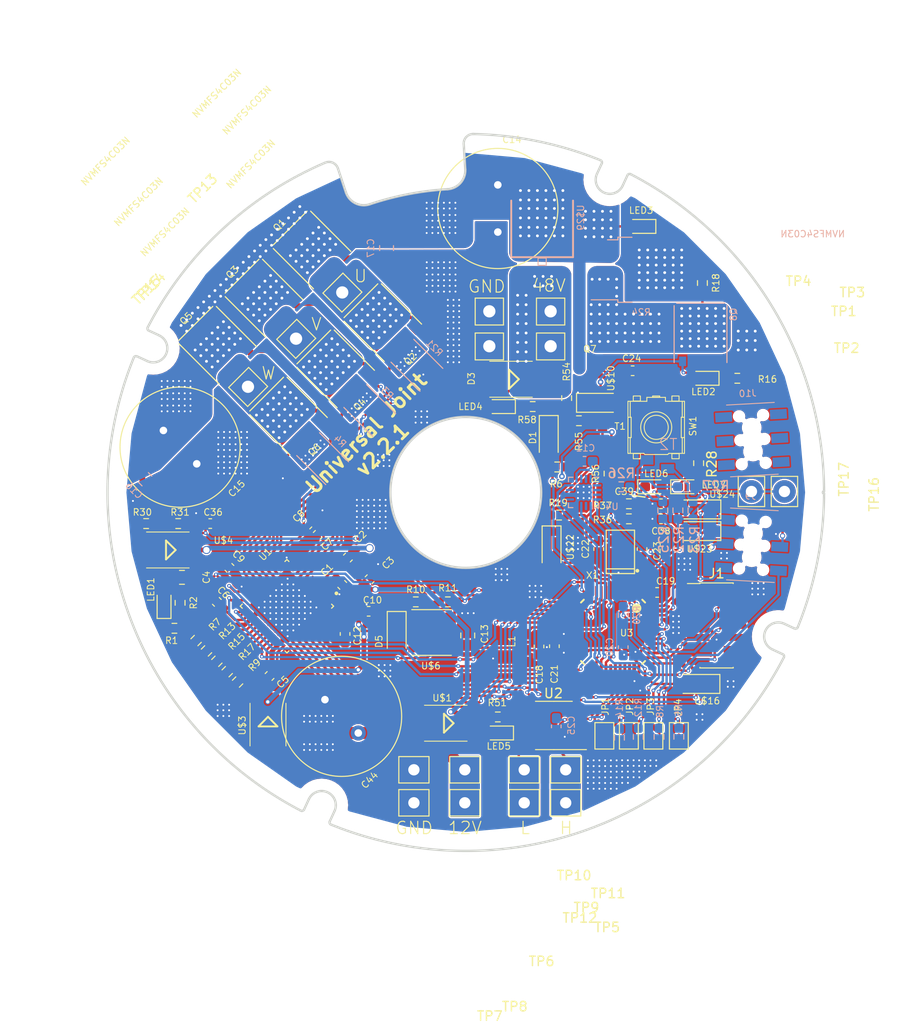
<source format=kicad_pcb>
(kicad_pcb (version 20211014) (generator pcbnew)
  (layers (0 "F.Cu" signal) (31 "B.Cu" signal) (34 "B.Paste" user) (35 "F.Paste" user) (36 "B.SilkS" user "B.Silkscreen") (37 "F.SilkS" user "F.Silkscreen") (38 "B.Mask" user) (39 "F.Mask" user) (44 "Edge.Cuts" user))
  (net 0 "")
  (net 1 "GND")
  (net 2 "+3V3")
  (net 3 "/MOTOR_SUPPLY")
  (net 4 "Net-(Q8-PadP$5)")
  (net 7 "Net-(U1-Pad5)")
  (net 8 "/VM")
  (net 9 "Net-(U1-Pad36)")
  (net 10 "/SENS_U")
  (net 11 "/SENS_V")
  (net 12 "/12V")
  (net 13 "/SW")
  (net 14 "/CB")
  (net 15 "Net-(L1-Pad2)")
  (net 16 "Net-(U3-Pad6)")
  (net 17 "Net-(U3-Pad5)")
  (net 18 "Net-(C24-Pad2)")
  (net 19 "/VBUS")
  (net 20 "/HALL_1")
  (net 21 "/HALL_2")
  (net 22 "/UART_RX")
  (net 23 "/UART_TX")
  (net 24 "/48V")
  (net 25 "/MOTOR_U")
  (net 26 "/GHA")
  (net 27 "/GLA")
  (net 28 "/MOTOR_V")
  (net 29 "/GHB")
  (net 30 "/GLB")
  (net 31 "/MOTOR_W")
  (net 32 "/GHC")
  (net 33 "/GLC")
  (net 34 "Net-(Q7-Pad3)")
  (net 35 "/NFAULT")
  (net 36 "/DIP1")
  (net 37 "/BRAKE")
  (net 38 "Net-(C25-Pad2)")
  (net 39 "/MODE")
  (net 40 "/DIP2")
  (net 42 "/DIP3")
  (net 43 "/IDRIVE")
  (net 44 "/DIP4")
  (net 45 "/VDS")
  (net 46 "/GAIN")
  (net 48 "/H1")
  (net 49 "/H2")
  (net 50 "/CURR_FB_U")
  (net 51 "/CURR_FB_W")
  (net 52 "/PWM_1N")
  (net 53 "/PWM_2N")
  (net 54 "/PWM_3N")
  (net 55 "/CS1")
  (net 56 "/CURR_FB_V")
  (net 57 "/TEMP")
  (net 58 "/SPI_SCK")
  (net 59 "/SPI_MISO")
  (net 60 "/SPI_MOSI")
  (net 61 "/PWM_1")
  (net 62 "/PWM_2")
  (net 63 "/PWM_3")
  (net 64 "/FDCAN_RX")
  (net 65 "/FDCAN_TX")
  (net 66 "/SENS_W")
  (net 67 "/SWCLK{slash}JTCK")
  (net 69 "Net-(LED1-Pad1)")
  (net 70 "Net-(LED4-Pad1)")
  (net 71 "/SWDIO{slash}JTMS")
  (net 72 "/JTDI")
  (net 73 "/nRST")
  (net 74 "/SWO{slash}JTDO")
  (net 75 "/CAN_L")
  (net 76 "/CAN_H")
  (net 77 "Net-(D1-Pad1)")
  (net 78 "Net-(LED2-Pad1)")
  (net 79 "Net-(LED3-Pad1)")
  (net 81 "Net-(LED6-Pad1)")
  (net 82 "Net-(LED6-Pad2)")
  (net 83 "/SEC_IN")
  (net 84 "/SEC_OUT")
  (net 87 "Net-(LED7-Pad1)")
  (net 89 "Net-(U$10-Pad1)")
  (net 93 "Net-(R51-Pad1)")
  (net 94 "Net-(Q7-Pad1)")
  (net 95 "Net-(T1-PadB)")
  (net 96 "Net-(U1-Pad34)")
  (net 97 "Net-(U1-Pad1)")
  (net 98 "Net-(U3-Pad45)")
  (net 99 "Net-(T2-PadC)")
  (net 100 "Net-(T2-PadE)")
  (net 101 "unconnected-(U1-Pad3)")
  (net 102 "unconnected-(U1-Pad4)")
  (footprint "Connector_Pin:Pin_D1.2mm_L11.3mm_W3.0mm_Flat" (layer "F.Cu") (at 148.4 137.9)
    (fp_text reference "TP6")
    (fp_text value "TestPoint")
  )
  (footprint "Resistor_SMD:R_0603_1608Metric_Pad0.98x0.95mm_HandSolder" (layer "F.Cu") (at 173.6 82.8 -90)
    (fp_text reference "R18")
    (fp_text value "4.6k")
  )
  (footprint "Diode_SMD:D_0603_1608Metric_Pad1.05x0.95mm_HandSolder" (layer "F.Cu") (at 151.9 130.5 180)
    (fp_text reference "LED5")
    (fp_text value "GREEN")
  )
  (footprint "Connector_PinHeader_1.27mm:PinHeader_2x07_P1.27mm_Vertical_SMD" (layer "F.Cu") (at 175.1 119.1)
    (fp_text reference "J1")
    (fp_text value "Conn_02x07_Odd_Even")
  )
  (footprint "UNIVERSAL_JOINT_v2_2:SOT23-EBC" (layer "F.Cu") (at 163 98.9)
    (fp_text reference "T1")
    (fp_text value "2PC4081S,115")
  )
  (footprint "Capacitor_SMD:C_0603_1608Metric_Pad1.08x0.95mm_HandSolder" (layer "F.Cu") (at 169.2 106.2 180)
    (fp_text reference "C39")
    (fp_text value "4.7nF")
  )
  (footprint "Connector_Pin:Pin_D1.3mm_L11.3mm_W2.8mm_Flat" (layer "F.Cu") (at 125.4 93.8 45)
    (fp_text reference "TP15")
    (fp_text value "TestPoint")
  )
  (footprint "Jumper:SolderJumper-2_P1.3mm_Open_TrianglePad1.0x1.5mm" (layer "F.Cu") (at 163.2 130.8 90)
    (fp_text reference "JP1")
    (fp_text value "SolderJumper_2_Open")
  )
  (footprint "Capacitor_SMD:C_0603_1608Metric_Pad1.08x0.95mm_HandSolder" (layer "F.Cu") (at 167.2 111 -90)
    (fp_text reference "C23")
    (fp_text value "22pF")
  )
  (footprint "Resistor_SMD:R_0603_1608Metric_Pad0.98x0.95mm_HandSolder" (layer "F.Cu") (at 163.7 103 90)
    (fp_text reference "R56")
    (fp_text value "10k")
  )
  (footprint "UNIVERSAL_JOINT_v2_2:2.5X2-4-PAD" (layer "F.Cu") (at 164.9 111 90)
    (fp_text reference "X1")
    (fp_text value "LFXTAL069392CUTT")
  )
  (footprint "Capacitor_SMD:C_0603_1608Metric_Pad1.08x0.95mm_HandSolder" (layer "F.Cu") (at 135.7 120 -90)
    (fp_text reference "C12")
    (fp_text value "100nF")
  )
  (footprint "Diode_SMD:D_SOD-123" (layer "F.Cu") (at 157.3 99.1 -90)
    (fp_text reference "D1")
    (fp_text value "ACZRW5242B-G")
  )
  (footprint "Capacitor_SMD:C_0603_1608Metric_Pad1.08x0.95mm_HandSolder" (layer "F.Cu") (at 132.8 109.5 -135)
    (fp_text reference "C7")
    (fp_text value "1nF")
  )
  (footprint "Capacitor_SMD:C_0603_1608Metric_Pad1.08x0.95mm_HandSolder" (layer "F.Cu") (at 169.2 107.8 180)
    (fp_text reference "C38")
    (fp_text value "4.7nF")
  )
  (footprint "UNIVERSAL_JOINT_v2_2:SMB" (layer "F.Cu") (at 116.9 111.1 180)
    (fp_text reference "U$4")
    (fp_text value "SMBJ48A-TR")
  )
  (footprint "Diode_SMD:D_0603_1608Metric_Pad1.05x0.95mm_HandSolder" (layer "F.Cu") (at 152.1 95.9 180)
    (fp_text reference "LED4")
    (fp_text value "GREEN")
  )
  (footprint "Capacitor_SMD:C_0603_1608Metric_Pad1.08x0.95mm_HandSolder" (layer "F.Cu") (at 131.7 108.4 45)
    (fp_text reference "C8")
    (fp_text value "1nF")
  )
  (footprint "UNIVERSAL_JOINT_v2_2:LQFP48-7X7" (layer "F.Cu") (at 164.120653 119.76816 -90)
    (fp_text reference "U3")
    (fp_text value "STM32G431C8T6")
  )
  (footprint "Capacitor_SMD:C_0603_1608Metric_Pad1.08x0.95mm_HandSolder" (layer "F.Cu") (at 166.2 92.1 180)
    (fp_text reference "C24")
    (fp_text value "100nF")
  )
  (footprint "Resistor_SMD:R_0603_1608Metric_Pad0.98x0.95mm_HandSolder" (layer "F.Cu") (at 151.9 128.8 180)
    (fp_text reference "R51")
    (fp_text value "1k")
  )
  (footprint "Connector_Pin:Pin_D1.2mm_L11.3mm_W3.0mm_Flat" (layer "F.Cu") (at 178.8 104.9 90)
    (fp_text reference "TP17")
    (fp_text value "TestPoint")
  )
  (footprint "Diode_SMD:D_0603_1608Metric_Pad1.05x0.95mm_HandSolder" (layer "F.Cu") (at 116.5 116.7 90)
    (fp_text reference "LED1")
    (fp_text value "RED")
  )
  (footprint "Diode_SMD:D_0603_1608Metric_Pad1.05x0.95mm_HandSolder" (layer "F.Cu") (at 168.4 104.4)
    (fp_text reference "LED6")
    (fp_text value "RED")
  )
  (footprint "Connector_Pin:Pin_D1.3mm_L11.3mm_W2.8mm_Flat" (layer "F.Cu") (at 151 89.5)
    (fp_text reference "TP3")
    (fp_text value "TestPoint")
  )
  (footprint "UNIVERSAL_JOINT_v2_2:0603" (layer "F.Cu") (at 154.7 120.87816 90)
    (fp_text reference "L1")
    (fp_text value "10uH")
  )
  (footprint "Capacitor_THT:C_Radial_D12.5mm_H25.0mm_P5.00mm" (layer "F.Cu") (at 116.432233 98.432233 -45)
    (fp_text reference "C15")
    (fp_text value "330uF")
  )
  (footprint "Diode_SMD:D_0603_1608Metric_Pad1.05x0.95mm_HandSolder" (layer "F.Cu") (at 167 76.8 180)
    (fp_text reference "LED3")
    (fp_text value "ORANGE")
  )
  (footprint "Diode_SMD:D_SOD-123" (layer "F.Cu") (at 157.6 110.8 -90)
    (fp_text reference "U$22")
    (fp_text value "RSX101M-30TR")
  )
  (footprint "Diode_SMD:D_0603_1608Metric_Pad1.05x0.95mm_HandSolder" (layer "F.Cu") (at 171.9 104.4)
    (fp_text reference "LED7")
    (fp_text value "GREEN")
  )
  (footprint "UNIVERSAL_JOINT_v2_2:QFN50P700X700X100-49N" (layer "F.Cu") (at 129.532675 117.05766 -135)
    (fp_text reference "U1")
    (fp_text value "DRV8323RHRGZR")
  )
  (footprint "Capacitor_SMD:C_0603_1608Metric_Pad1.08x0.95mm_HandSolder" (layer "F.Cu") (at 162.6 111 90)
    (fp_text reference "C22")
    (fp_text value "22pF")
  )
  (footprint "Connector_Pin:Pin_D1.3mm_L11.3mm_W2.8mm_Flat" (layer "F.Cu") (at 157.5 85.8)
    (fp_text reference "TP2")
    (fp_text value "TestPoint")
  )
  (footprint "Connector_Pin:Pin_D1.2mm_L11.3mm_W3.0mm_Flat" (layer "F.Cu") (at 154.7 137.9)
    (fp_text reference "TP12")
    (fp_text value "TestPoint")
  )
  (footprint "Resistor_SMD:R_0603_1608Metric_Pad0.98x0.95mm_HandSolder" (layer "F.Cu") (at 155.6 95.9)
    (fp_text reference "R58")
    (fp_text value "4.5k")
  )
  (footprint "Resistor_SMD:R_0603_1608Metric_Pad0.98x0.95mm_HandSolder" (layer "F.Cu") (at 177.3 92.9)
    (fp_text reference "R16")
    (fp_text value "1.2k")
  )
  (footprint "Connector_Pin:Pin_D1.2mm_L11.3mm_W3.0mm_Flat" (layer "F.Cu") (at 159.1 134.4)
    (fp_text reference "TP9")
    (fp_text value "TestPoint")
  )
  (footprint "UNIVERSAL_JOINT_v2_2:SO-8FL" (layer "F.Cu") (at 131.994775 79.094775 45)
    (fp_text reference "Q1")
    (fp_text value "NVMFS4C03N")
  )
  (footprint "Capacitor_SMD:C_0603_1608Metric_Pad1.08x0.95mm_HandSolder" (layer "F.Cu") (at 135.4 114.8 -45)
    (fp_text reference "C1")
    (fp_text value "47nF x 50V")
  )
  (footprint "Capacitor_SMD:C_0603_1608Metric_Pad1.08x0.95mm_HandSolder" (layer "F.Cu") (at 127.68931 124.457753 -135)
    (fp_text reference "C5")
    (fp_text value "100nF")
  )
  (footprint "Resistor_SMD:R_0603_1608Metric_Pad0.98x0.95mm_HandSolder" (layer "F.Cu") (at 124.3 125.1 -135)
    (fp_text reference "R9")
    (fp_text value "10k")
  )
  (footprint "Resistor_SMD:R_0603_1608Metric_Pad0.98x0.95mm_HandSolder" (layer "F.Cu") (at 146.6 116.6 180)
    (fp_text reference "R11")
    (fp_text value "33k")
  )
  (footprint "Resistor_SMD:R_0603_1608Metric_Pad0.98x0.95mm_HandSolder" (layer "F.Cu") (at 165.8 106.2 180)
    (fp_text reference "R37")
    (fp_text value "1k8")
  )
  (footprint "Resistor_SMD:R_0603_1608Metric_Pad0.98x0.95mm_HandSolder" (layer "F.Cu") (at 121 121.8 -135)
    (fp_text reference "R13")
    (fp_text value "75k")
  )
  (footprint "Capacitor_SMD:C_0603_1608Metric_Pad1.08x0.95mm_HandSolder" (layer "F.Cu") (at 168.8 115.6 180)
    (fp_text reference "C19")
    (fp_text value "100nF")
  )
  (footprint "Diode_SMD:D_SOD-123" (layer "F.Cu") (at 173.3 106.8 180)
    (fp_text reference "U$24")
    (fp_text value "RSX101M-30TR")
  )
  (footprint "Resistor_SMD:R_0603_1608Metric_Pad0.98x0.95mm_HandSolder" (layer "F.Cu") (at 143.2 116.6 180)
    (fp_text reference "R10")
    (fp_text value "10k")
  )
  (footprint "Connector_Pin:Pin_D1.3mm_L11.3mm_W2.8mm_Flat" (layer "F.Cu") (at 157.5 89.5)
    (fp_text reference "TP1")
    (fp_text value "TestPoint")
  )
  (footprint "Resistor_SMD:R_0603_1608Metric_Pad0.98x0.95mm_HandSolder" (layer "F.Cu") (at 118.2 116.7 -90)
    (fp_text reference "R2")
    (fp_text value "1k")
  )
  (footprint "Jumper:SolderJumper-2_P1.3mm_Open_TrianglePad1.0x1.5mm" (layer "F.Cu") (at 165.8 130.8 90)
    (fp_text reference "JP2")
    (fp_text value "SolderJumper_2_Open")
  )
  (footprint "Resistor_SMD:R_0603_1608Metric_Pad0.98x0.95mm_HandSolder" (layer "F.Cu") (at 173.2 101.9 90)
    (fp_text reference "R28")
    (fp_text value "80R")
  )
  (footprint "UNIVERSAL_JOINT_v2_2:BEADC4040X120N" (layer "F.Cu") (at 144.873053 119.84656 180)
    (fp_text reference "U$6")
    (fp_text value "SRN4012TA-150M")
  )
  (footprint "Capacitor_THT:C_Radial_D12.5mm_H25.0mm_P5.00mm" (layer "F.Cu") (at 151.9 72.4 -90)
    (fp_text reference "C14")
    (fp_text value "330uF")
  )
  (footprint "Capacitor_SMD:C_0603_1608Metric_Pad1.08x0.95mm_HandSolder" (layer "F.Cu") (at 122.1 116.6 135)
    (fp_text reference "C6")
    (fp_text value "100nF")
  )
  (footprint "Capacitor_SMD:C_0603_1608Metric_Pad1.08x0.95mm_HandSolder" (layer "F.Cu") (at 156.270653 121.32816 -90)
    (fp_text reference "C18")
    (fp_text value "100nF")
  )
  (footprint "Resistor_SMD:R_0603_1608Metric_Pad0.98x0.95mm_HandSolder" (layer "F.Cu") (at 165.8 107.8 180)
    (fp_text reference "R36")
    (fp_text value "1k8")
  )
  (footprint "Connector_Pin:Pin_D1.2mm_L11.3mm_W3.0mm_Flat" (layer "F.Cu") (at 182.3 104.9 90)
    (fp_text reference "TP16")
    (fp_text value "TestPoint")
  )
  (footprint "Connector_Pin:Pin_D1.2mm_L11.3mm_W3.0mm_Flat" (layer "F.Cu") (at 154.7 134.4)
    (fp_text reference "TP11")
    (fp_text value "TestPoint")
  )
  (footprint "Diode_SMD:D_SOD-123" (layer "F.Cu") (at 173.2 125.3 180)
    (fp_text reference "U$16")
    (fp_text value "RSX101M-30TR")
  )
  (footprint "Connector_Pin:Pin_D1.2mm_L11.3mm_W3.0mm_Flat" (layer "F.Cu") (at 159.1 137.9)
    (fp_text reference "TP10")
    (fp_text value "TestPoint")
  )
  (footprint "Capacitor_SMD:C_0805_2012Metric_Pad1.18x1.45mm_HandSolder" (layer "F.Cu") (at 118.4 114)
    (fp_text reference "C4")
    (fp_text value "10uF")
  )
  (footprint "UNIVERSAL_JOINT_v2_2:SOT23" (layer "F.Cu") (at 161.5 92.5 180)
    (fp_text reference "Q7")
    (fp_text value "BC856BWT1G")
  )
  (footprint "Capacitor_SMD:C_0603_1608Metric_Pad1.08x0.95mm_HandSolder" (layer "F.Cu") (at 123.435297 112.997553 135)
    (fp_text reference "C9")
    (fp_text value "1nF")
  )
  (footprint "Connector_Pin:Pin_D1.2mm_L11.3mm_W3.0mm_Flat" (layer "F.Cu") (at 143 134.4)
    (fp_text reference "TP8")
    (fp_text value "TestPoint")
  )
  (footprint "UNIVERSAL_JOINT_v2_2:SMB" (layer "F.Cu") (at 127.523453 129.60956 -90)
    (fp_text reference "U$3")
    (fp_text value "16V")
  )
  (footprint "Capacitor_SMD:C_0603_1608Metric_Pad1.08x0.95mm_HandSolder" (layer "F.Cu") (at 136 111.9 45)
    (fp_text reference "C2")
    (fp_text value "1uF")
  )
  (footprint "Resistor_SMD:R_0603_1608Metric_Pad0.98x0.95mm_HandSolder" (layer "F.Cu") (at 123.2 124 -135)
    (fp_text reference "R17")
    (fp_text value "0")
  )
  (footprint "Capacitor_SMD:C_0603_1608Metric_Pad1.08x0.95mm_HandSolder" (layer "F.Cu") (at 138.3 114.2 45)
    (fp_text reference "C3")
    (fp_text value "100nF")
  )
  (footprint "Resistor_SMD:R_0603_1608Metric_Pad0.98x0.95mm_HandSolder" (layer "F.Cu") (at 158.4 107.4 180)
    (fp_text reference "R19")
    (fp_text value "100k")
  )
  (footprint "UNIVERSAL_JOINT_v2_2:SO-8FL" (layer "F.Cu") (at 129.5 96.7 45)
    (fp_text reference "Q6")
    (fp_text value "NVMFS4C03N")
  )
  (footprint "UNIVERSAL_JOINT_v2_2:SMB" (layer "F.Cu") (at 153.3 93 180)
    (fp_text reference "D3")
    (fp_text value "SMBJ48A-TR")
  )
  (footprint "UNIVERSAL_JOINT_v2_2:SKHMPXE010" (layer "F.Cu") (at 168.7 98.1 90)
    (fp_text reference "SW1")
    (fp_text value "SKHMPE010")
  )
  (footprint "UNIVERSAL_JOINT_v2_2:SO-8FL" (layer "F.Cu") (at 121.994775 89.194775 45)
    (fp_text reference "Q5")
    (fp_text value "NVMFS4C03N")
  )
  (footprint "Connector_Pin:Pin_D1.3mm_L11.3mm_W2.8mm_Flat" (layer "F.Cu") (at 151 85.8)
    (fp_text reference "TP4")
    (fp_text value "TestPoint")
  )
  (footprint "Capacitor_SMD:C_0603_1608Metric_Pad1.08x0.95mm_HandSolder" (layer "F.Cu") (at 121.4 108.3 180)
    (fp_text reference "C36")
    (fp_text value "4.7n x 10V")
  )
  (footprint "Resistor_SMD:R_0603_1608Metric_Pad0.98x0.95mm_HandSolder" (layer "F.Cu") (at 159.2 95 -90)
    (fp_text reference "R54")
    (fp_text value "10k")
  )
  (footprint "Diode_SMD:D_SOD-123" (layer "F.Cu") (at 141.172253 119.87096 -90)
    (fp_text reference "D5")
    (fp_text value "MBR1H100SFT3G")
  )
  (footprint "Jumper:SolderJumper-2_P1.3mm_Open_TrianglePad1.0x1.5mm" (layer "F.Cu") (at 171.1 130.8 90)
    (fp_text reference "JP4")
    (fp_text value "SolderJumper_2_Open")
  )
  (footprint "Diode_SMD:D_SOD-123" (layer "F.Cu") (at 173.3 109.1 180)
    (fp_text reference "U$23")
    (fp_text value "RSX101M-30TR")
  )
  (footprint "Resistor_SMD:R_0603_1608Metric_Pad0.98x0.95mm_HandSolder" (layer "F.Cu") (at 118 108.3 180)
    (fp_text reference "R31")
    (fp_text value "9k31")
  )
  (footprint "Diode_SMD:D_SOD-123" (layer "F.Cu") (at 162.5 95.5)
    (fp_text reference "U$10")
    (fp_text value "STPS0560Z")
  )
  (footprint "Capacitor_SMD:C_0805_2012Metric_Pad1.18x1.45mm_HandSolder" (layer "F.Cu") (at 148.710653 120.16216 90)
    (fp_text reference "C13")
    (fp_text value "22u")
  )
  (footprint "Resistor_SMD:R_0603_1608Metric_Pad0.98x0.95mm_HandSolder" (layer "F.Cu") (at 117.6 119.4)
    (fp_text reference "R1")
    (fp_text value "130R")
  )
  (footprint "Connector_Pin:Pin_D1.2mm_L11.3mm_W3.0mm_Flat" (layer "F.Cu") (at 143 137.9)
    (fp_text reference "TP7")
    (fp_text value "TestPoint")
  )
  (footprint "Capacitor_SMD:C_0603_1608Metric_Pad1.08x0.95mm_HandSolder" (layer "F.Cu") (at 138.2 117.6)
    (fp_text reference "C10")
    (fp_text value "1uF")
  )
  (footprint "Connector_Pin:Pin_D1.3mm_L11.3mm_W2.8mm_Flat" (layer "F.Cu") (at 130.5 88.7 45)
    (fp_text reference "TP14")
    (fp_text value "TestPoint")
  )
  (footprint "Connector_Pin:Pin_D1.2mm_L11.3mm_W3.0mm_Flat" (layer "F.Cu") (at 148.4 134.4)
    (fp_text reference "TP5")
    (fp_text value "TestPoint")
  )
  (footprint "Resistor_SMD:R_0603_1608Metric_Pad0.98x0.95mm_HandSolder" (layer "F.Cu") (at 158.2 102.3)
    (fp_text reference "R6")
    (fp_text value "1k")
  )
  (footprint "Capacitor_THT:C_Radial_D12.5mm_H25.0mm_P5.00mm" (layer "F.Cu") (at 137.1 130.5 135)
    (fp_text reference "C44")
    (fp_text value "330uF")
  )
  (footprint "Resistor_SMD:R_0603_1608Metric_Pad0.98x0.95mm_HandSolder" (layer "F.Cu") (at 114.6 108.3 180)
    (fp_text reference "R30")
    (fp_text value "169k")
  )
  (footprint "Diode_SMD:D_0603_1608Metric_Pad1.05x0.95mm_HandSolder" (layer "F.Cu") (at 173.7 92.9 180)
    (fp_text reference "LED2")
    (fp_text value "BLUE")
  )
  (footprint "Capacitor_SMD:C_0603_1608Metric_Pad1.08x0.95mm_HandSolder" (layer "F.Cu") (at 157.9 121.3 90)
    (fp_text reference "C21")
    (fp_text value "1uF")
  )
  (footprint "Connector_Pin:Pin_D1.3mm_L11.3mm_W2.8mm_Flat" (layer "F.Cu") (at 135.4 83.8 45)
    (fp_text reference "TP13")
    (fp_text value "TestPoint")
  )
  (footprint "UNIVERSAL_JOINT_v2_2:SO-8FL" (layer "F.Cu") (at 126.894775 84.194775 45)
    (fp_text reference "Q3")
    (fp_text value "NVMFS4C03N")
  )
  (footprint "Jumper:SolderJumper-2_P1.3mm_Open_TrianglePad1.0x1.5mm" (layer "F.Cu") (at 168.4 130.8 90)
    (fp_text reference "JP3")
    (fp_text value "SolderJumper_2_Open")
  )
  (footprint "UNIVERSAL_JOINT_v2_2:SO-8FL" (layer "F.Cu") (at 139.5 86.8 45)
    (fp_text reference "Q2")
    (fp_text value "NVMFS4C03N")
  )
  (footprint "Resistor_SMD:R_0603_1608Metric_Pad0.98x0.95mm_HandSolder" (layer "F.Cu") (at 119.9 120.7 -135)
    (fp_text reference "R7")
    (fp_text value "0")
  )
  (footprint "UNIVERSAL_JOINT_v2_2:SO-8FL" (layer "F.Cu") (at 134.5 91.7 45)
    (fp_text reference "Q4")
    (fp_text value "NVMFS4C03N")
  )
  (footprint "Resistor_SMD:R_0603_1608Metric_Pad0.98x0.95mm_HandSolder" (layer "F.Cu") (at 160.5 97.4 180)
    (fp_text reference "R55")
    (fp_text value "22k")
  )
  (footprint "UNIVERSAL_JOINT_v2_2:SMB" (layer "F.Cu") (at 146.381253 129.46276 180)
    (fp_text reference "U$1")
    (fp_text value "SMBJ48A-TR")
  )
  (footprint "Resistor_SMD:R_0603_1608Metric_Pad0.98x0.95mm_HandSolder" (layer "F.Cu") (at 122.1 122.9 -135)
    (fp_text reference "R15")
    (fp_text value "75k")
  )
  (footprint "Package_SO:SOIC-8_3.9x4.9mm_P1.27mm" (layer "F.Cu") (at 157.845 129.7 180)
    (fp_text reference "U2")
    (fp_text value "TCAN332G")
  )
  (footprint "Resistor_SMD:R_0603_1608Metric_Pad0.98x0.95mm_HandSolder" (layer "B.Cu") (at 165 104.4 180)
    (fp_text reference "R26")
    (fp_text value "130R")
  )
  (footprint "Resistor_SMD:R_2512_6332Metric_Pad1.40x3.35mm_HandSolder" (layer "B.Cu") (at 143.320101 91.520101 135)
    (fp_text reference "R21")
    (fp_text value "10mR")
  )
  (footprint "Package_DFN_QFN:HVQFN-16-1EP_3x3mm_P0.5mm_EP1.5x1.5mm" (layer "B.Cu") (at 161 105 180)
    (fp_text reference "U4")
    (fp_text value "MA730")
  )
  (footprint "Resistor_SMD:R_0603_1608Metric_Pad0.98x0.95mm_HandSolder" (layer "B.Cu") (at 165.2 118 90)
    (fp_text reference "R20")
    (fp_text value "100k")
  )
  (footprint "Resistor_SMD:R_0603_1608Metric_Pad0.98x0.95mm_HandSolder" (layer "B.Cu") (at 171.9 104.4 180)
    (fp_text reference "R27")
    (fp_text value "200R")
  )
  (footprint "UNIVERSAL_JOINT_v2_2:DPACK" (layer "B.Cu") (at 156.6 77.9 180)
    (fp_text reference "U$29")
    (fp_text value "MBRD20")
  )
  (footprint "Capacitor_SMD:C_0603_1608Metric_Pad1.08x0.95mm_HandSolder" (layer "B.Cu") (at 161.1 101.7)
    (fp_text reference "C11")
    (fp_text value "1uF")
  )
  (footprint "Capacitor_SMD:C_0603_1608Metric_Pad1.08x0.95mm_HandSolder" (layer "B.Cu") (at 158.1 129.8 90)
    (fp_text reference "C25")
    (fp_text value "100nF")
  )
  (footprint "Resistor_SMD:R_0603_1608Metric_Pad0.98x0.95mm_HandSolder" (layer "B.Cu") (at 169 130.9125 -90)
    (fp_text reference "R8")
    (fp_text value "100k")
  )
  (footprint "Capacitor_SMD:C_0603_1608Metric_Pad1.08x0.95mm_HandSolder" (layer "B.Cu") (at 165.2 121.4 -90)
    (fp_text reference "C20")
    (fp_text value "100nF")
  )
  (footprint "Resistor_SMD:R_2512_6332Metric_Pad1.40x3.35mm_HandSolder" (layer "B.Cu") (at 133.320101 101.420101 135)
    (fp_text reference "R4")
    (fp_text value "10mR")
  )
  (footprint "M20-7810345:M207810345" (layer "B.Cu") (at 178.9 110.6 -93.17)
    (fp_text reference "J9")
    (fp_text value "HEADER_MALE_2X3_2.54_SMT" hide)
  )
  (footprint "M20-7810345:M207810345" (layer "B.Cu") (at 178.9 99.4 -86.83)
    (fp_text reference "J10")
    (fp_text value "HEADER_MALE_2X3_2.54_SMT" hide)
  )
  (footprint "Resistor_SMD:R_0603_1608Metric_Pad0.98x0.95mm_HandSolder" (layer "B.Cu") (at 166.8 130.9125 -90)
    (fp_text reference "R12")
    (fp_text value "100k")
  )
  (footprint "Capacitor_SMD:C_0805_2012Metric_Pad1.18x1.45mm_HandSolder" (layer "B.Cu") (at 140.1 79.1 -90)
    (fp_text reference "C17")
    (fp_text value "100nF")
  )
  (footprint "Capacitor_SMD:C_0805_2012Metric_Pad1.18x1.45mm_HandSolder" (layer "B.Cu") (at 114.5 103.6 -45)
    (fp_text reference "C16")
    (fp_text value "100nF")
  )
  (footprint "Resistor_SMD:R_0603_1608Metric_Pad0.98x0.95mm_HandSolder" (layer "B.Cu") (at 169.4 106.9 90)
    (fp_text reference "R25")
    (fp_text value "200R")
  )
  (footprint "Resistor_SMD:R_2512_6332Metric_Pad1.40x3.35mm_HandSolder" (layer "B.Cu") (at 138.320101 96.320101 135)
    (fp_text reference "R3")
    (fp_text value "10mR")
  )
  (footprint "Resistor_SMD:R_0603_1608Metric_Pad0.98x0.95mm_HandSolder" (layer "B.Cu") (at 171 106.9 -90)
    (fp_text reference "R22")
    (fp_text value "5,23k")
  )
  (footprint "Resistor_SMD:R_0603_1608Metric_Pad0.98x0.95mm_HandSolder" (layer "B.Cu") (at 171.1 130.9 -90)
    (fp_text reference "R5")
    (fp_text value "100k")
  )
  (footprint "UNIVERSAL_JOINT_v2_2:SO-8FL" (layer "B.Cu") (at 173.4 87.92925 180)
    (fp_text reference "Q8")
    (fp_text value "NVMFS4C03N")
  )
  (footprint "Resistor_SMD:R_0603_1608Metric_Pad0.98x0.95mm_HandSolder" (layer "B.Cu") (at 164.8 131 -90)
    (fp_text reference "R14")
    (fp_text value "100k")
  )
  (footprint "Resistor_SMD:R_0603_1608Metric_Pad0.98x0.95mm_HandSolder" (layer "B.Cu") (at 172.6 106.9 90)
    (fp_text reference "R23")
    (fp_text value "13,7k")
  )
  (footprint "Package_TO_SOT_SMD:TO-252-2" (layer "B.Cu") (at 167.1 81.4)
    (fp_text reference "R24")
    (fp_text value "47R")
  )
  (footprint "UNIVERSAL_JOINT_v2_2:SOT23-EBC" (layer "B.Cu") (at 168.8 102.5 90)
    (fp_text reference "T2")
    (fp_text value "2PC4081S,115")
  )
  (gr_line (start 166.2 105.3) (end 167.5 105.5) (layer "F.SilkS") (width 0.15))
  (gr_arc (start 114.883094 87.848531) (mid 114.751268 87.702563) (end 114.765819 87.506418) (layer "Edge.Cuts") (width 0.25))
  (gr_arc (start 182.118211 122.147788) (mid 182.250037 122.293756) (end 182.235486 122.489901) (layer "Edge.Cuts") (width 0.25))
  (gr_line (start 148.444937 70.739775) (end 148.284238 68.066423) (layer "Edge.Cuts") (width 0.25))
  (gr_arc (start 115.981417 88.354864) (mid 116.715642 90.345069) (end 114.725437 91.079294) (layer "Edge.Cuts") (width 0.25))
  (gr_line (start 131.857357 137.517396) (end 131.351024 138.615718) (layer "Edge.Cuts") (width 0.25))
  (gr_line (start 114.725437 91.079294) (end 113.627115 90.57296) (layer "Edge.Cuts") (width 0.25))
  (gr_arc (start 114.765819 87.506418) (mid 122.661534 77.135282) (end 133.59751 70.042525) (layer "Edge.Cuts") (width 0.25))
  (gr_circle (center 148.500653 104.99816) (end 156.500653 104.99816) (layer "Edge.Cuts") (width 0.25) (fill none))
  (gr_arc (start 113.290806 90.705968) (mid 113.430506 90.567517) (end 113.627115 90.57296) (layer "Edge.Cuts") (width 0.25))
  (gr_line (start 134.581787 138.773375) (end 134.075453 139.871697) (layer "Edge.Cuts") (width 0.25))
  (gr_line (start 181.019889 121.641455) (end 182.118211 122.147788) (layer "Edge.Cuts") (width 0.25))
  (gr_arc (start 165.992394 71.263327) (mid 180.938792 85.205052) (end 186.500447 104.87316) (layer "Edge.Cuts") (width 0.25))
  (gr_arc (start 148.444937 70.739776) (mid 147.945063 72.18659) (end 146.568547 72.856178) (layer "Edge.Cuts") (width 0.25))
  (gr_arc (start 138.315425 74.451455) (mid 142.389706 73.383347) (end 146.568547 72.856178) (layer "Edge.Cuts") (width 0.25))
  (gr_arc (start 131.008911 138.732994) (mid 112.849382 118.150609) (end 113.290806 90.705969) (layer "Edge.Cuts") (width 0.25))
  (gr_arc (start 134.208461 140.208006) (mid 134.07001 140.068306) (end 134.075453 139.871697) (layer "Edge.Cuts") (width 0.25))
  (gr_arc (start 186.500448 105.12316) (mid 186.375653 104.99816) (end 186.500447 104.87316) (layer "Edge.Cuts") (width 0.25))
  (gr_line (start 115.981416 88.354864) (end 114.883094 87.848531) (layer "Edge.Cuts") (width 0.25))
  (gr_line (start 135.785492 73.186767) (end 134.938354 70.646099) (layer "Edge.Cuts") (width 0.25))
  (gr_arc (start 183.710499 119.290351) (mid 183.570799 119.428802) (end 183.37419 119.423359) (layer "Edge.Cuts") (width 0.25))
  (gr_arc (start 133.597509 70.042525) (mid 134.400173 70.050538) (end 134.938354 70.646099) (layer "Edge.Cuts") (width 0.25))
  (gr_arc (start 131.351024 138.615718) (mid 131.205056 138.747544) (end 131.008911 138.732993) (layer "Edge.Cuts") (width 0.25))
  (gr_arc (start 186.500447 105.123159) (mid 185.784566 112.340488) (end 183.710499 119.29035) (layer "Edge.Cuts") (width 0.25))
  (gr_line (start 162.419518 71.222944) (end 162.925852 70.124622) (layer "Edge.Cuts") (width 0.25))
  (gr_arc (start 149.303565 67.006643) (mid 156.175283 67.781227) (end 162.792843 69.788313) (layer "Edge.Cuts") (width 0.25))
  (gr_line (start 165.143948 72.478923) (end 165.650281 71.380601) (layer "Edge.Cuts") (width 0.25))
  (gr_arc (start 182.235486 122.489902) (mid 161.653101 140.649431) (end 134.208462 140.208006) (layer "Edge.Cuts") (width 0.25))
  (gr_arc (start 162.792844 69.788313) (mid 162.931295 69.928013) (end 162.925852 70.124622) (layer "Edge.Cuts") (width 0.25))
  (gr_arc (start 138.315426 74.451455) (mid 136.788534 74.343077) (end 135.785492 73.186767) (layer "Edge.Cuts") (width 0.25))
  (gr_arc (start 165.650281 71.380601) (mid 165.796249 71.248775) (end 165.992394 71.263326) (layer "Edge.Cuts") (width 0.25))
  (gr_arc (start 148.284238 68.066424) (mid 148.561707 67.313203) (end 149.303565 67.006643) (layer "Edge.Cuts") (width 0.25))
  (gr_arc (start 181.019888 121.641455) (mid 180.285663 119.65125) (end 182.275868 118.917025) (layer "Edge.Cuts") (width 0.25))
  (gr_arc (start 131.857357 137.517395) (mid 133.847562 136.78317) (end 134.581787 138.773375) (layer "Edge.Cuts") (width 0.25))
  (gr_line (start 182.275868 118.917025) (end 183.37419 119.423359) (layer "Edge.Cuts") (width 0.25))
  (gr_arc (start 165.143948 72.478924) (mid 163.153743 73.213149) (end 162.419518 71.222944) (layer "Edge.Cuts") (width 0.25))
  (gr_text "H" (at 159.9 139.8) (layer "F.SilkS") (effects (font (size 1.308608 1.308608) (thickness 0.113792)) (justify right top)))
  (gr_text "12V" (at 150.3 139.8) (layer "F.SilkS") (effects (font (size 1.308608 1.308608) (thickness 0.113792)) (justify right top)))
  (gr_text "W" (at 128.4 91.6) (layer "F.SilkS") (effects (font (size 1.308608 1.308608) (thickness 0.113792)) (justify right top)))
  (gr_text "GND" (at 152.8 82.4) (layer "F.SilkS") (effects (font (size 1.308608 1.308608) (thickness 0.113792)) (justify right top)))
  (gr_text "V" (at 133.3 86.4) (layer "F.SilkS") (effects (font (size 1.308608 1.308608) (thickness 0.113792)) (justify right top)))
  (gr_text "48V" (at 159.2 82.3) (layer "F.SilkS") (effects (font (size 1.308608 1.308608) (thickness 0.113792)) (justify right top)))
  (gr_text "Universal Joint\nv2.2.1" (at 138.8 99.6 45) (layer "F.SilkS") (effects (font (size 1.5 1.5) (thickness 0.3))))
  (gr_text "GND" (at 145.1 139.8) (layer "F.SilkS") (effects (font (size 1.308608 1.308608) (thickness 0.113792)) (justify right top)))
  (gr_text "U" (at 138.1 81.3) (layer "F.SilkS") (effects (font (size 1.308608 1.308608) (thickness 0.113792)) (justify right top)))
  (gr_text "L" (at 155.4 139.8) (layer "F.SilkS") (effects (font (size 1.308608 1.308608) (thickness 0.113792)) (justify right top)))
  (segment (start 134.170328 115.601988) (end 133.694 116.078316) (width 0.254) (layer "F.Cu") (net 1))
  (segment (start 135.1 115.8) (end 134.901988 115.601988) (width 0.254) (layer "F.Cu") (net 1))
  (segment (start 129.5 111.9) (end 129.515685 111.9) (width 0.254) (layer "F.Cu") (net 1))
  (segment (start 124.980503 114.98036) (end 124.726253 114.98036) (width 0.254) (layer "F.Cu") (net 1))
  (segment (start 129.5 111.9) (end 129.5 111.949669) (width 0.254) (layer "F.Cu") (net 1))
  (segment (start 125.724907 115.724763) (end 124.980503 114.98036) (width 0.254) (layer "F.Cu") (net 1))
  (segment (start 129.515685 111.9) (end 130.158466 112.542781) (width 0.254) (layer "F.Cu") (net 1))
  (segment (start 127.850453 121.921863) (end 127.850453 123.05756) (width 0.254) (layer "F.Cu") (net 1))
  (segment (start 129.5 111.949669) (end 128.906888 112.542781) (width 0.254) (layer "F.Cu") (net 1))
  (segment (start 127.012253 123.89576) (end 127.012253 124.699935) (width 0.254) (layer "F.Cu") (net 1))
  (segment (start 134.901988 115.601988) (end 134.170328 115.601988) (width 0.254) (layer "F.Cu") (net 1))
  (segment (start 128.553335 121.218981) (end 127.850453 121.921863) (width 0.254) (layer "F.Cu") (net 1))
  (segment (start 127.012253 124.699935) (end 127.229691 124.917372) (width 0.254) (layer "F.Cu") (net 1))
  (segment (start 127.850453 123.05756) (end 127.012253 123.89576) (width 0.254) (layer "F.Cu") (net 1))
  (via (at 165.0808 134.5904) (size 0.4032) (drill 0.2) (layers "F.Cu" "B.Cu") (net 1))
  (via (at 130.822253 119.01896) (size 0.4032) (drill 0.2) (layers "F.Cu" "B.Cu") (net 1))
  (via (at 159.1808 111) (size 0.4032) (drill 0.2) (layers "F.Cu" "B.Cu") (net 1))
  (via (at 147.2 86.9904) (size 0.4032) (drill 0.2) (layers "F.Cu" "B.Cu") (net 1))
  (via (at 138.1712 108.8) (size 0.4032) (drill 0.2) (layers "F.Cu" "B.Cu") (net 1))
  (via (at 163.8904 134.6) (size 0.4032) (drill 0.2) (layers "F.Cu" "B.Cu") (net 1))
  (via (at 146.8 81.9) (size 0.4032) (drill 0.2) (layers "F.Cu" "B.Cu") (net 1))
  (via (at 128.993453 117.19016) (size 0.4032) (drill 0.2) (layers "F.Cu" "B.Cu") (net 1))
  (via (at 122.252 99.8904) (size 0.4032) (drill 0.2) (layers "F.Cu" "B.Cu") (net 1))
  (via (at 124.0808 101.8) (size 0.4032) (drill 0.2) (layers "F.Cu" "B.Cu") (net 1))
  (via (at 162.6712 135.8) (size 0.4032) (drill 0.2) (layers "F.Cu" "B.Cu") (net 1))
  (via (at 177.4 88.9) (size 0.6) (drill 0.3) (layers "F.Cu" "B.Cu") (net 1))
  (via (at 175.5904 112) (size 0.4032) (drill 0.2) (layers "F.Cu" "B.Cu") (net 1))
  (via (at 139.3904 108.1904) (size 0.4032) (drill 0.2) (layers "F.Cu" "B.Cu") (net 1))
  (via (at 169.6 81.7) (size 0.6) (drill 0.3) (layers "F.Cu" "B.Cu") (net 1))
  (via (at 146.6 90.5904) (size 0.4032) (drill 0.2) (layers "F.Cu" "B.Cu") (net 1))
  (via (at 139.3904 108.8) (size 0.4032) (drill 0.2) (layers "F.Cu" "B.Cu") (net 1))
  (via (at 167.8 83.3) (size 0.6) (drill 0.3) (layers "F.Cu" "B.Cu") (net 1))
  (via (at 163.2808 135.2096) (size 0.4032) (drill 0.2) (layers "F.Cu" "B.Cu") (net 1))
  (via (at 160.4 105.6) (size 0.4) (drill 0.2) (layers "F.Cu" "B.Cu") (net 1))
  (via (at 124.0808 103) (size 0.4032) (drill 0.2) (layers "F.Cu" "B.Cu") (net 1))
  (via (at 139.2808 123.8904) (size 0.4032) (drill 0.2) (layers "F.Cu" "B.Cu") (net 1))
  (via (at 137.985053 116.88536) (size 0.4032) (drill 0.2) (layers "F.Cu" "B.Cu") (net 1))
  (via (at 160.4 110.3904) (size 0.4032) (drill 0.2) (layers "F.Cu" "B.Cu") (net 1))
  (via (at 165.7 135.2) (size 0.4032) (drill 0.2) (layers "F.Cu" "B.Cu") (net 1))
  (via (at 124.6904 102.3904) (size 0.4032) (drill 0.2) (layers "F.Cu" "B.Cu") (net 1))
  (via (at 167.8 80.9) (size 0.6) (drill 0.3) (layers "F.Cu" "B.Cu") (net 1))
  (via (at 128.993453 119.01896) (size 0.4032) (drill 0.2) (layers "F.Cu" "B.Cu") (net 1))
  (via (at 143.1808 96.9904) (size 0.4032) (drill 0.2) (layers "F.Cu" "B.Cu") (net 1))
  (via (at 133.1808 128.6904) (size 0.4032) (drill 0.2) (layers "F.Cu" "B.Cu") (net 1))
  (via (at 122.8616 100.5) (size 0.4032) (drill 0.2) (layers "F.Cu" "B.Cu") (net 1))
  (via (at 122.252 99.2) (size 0.4032) (drill 0.2) (layers "F.Cu" "B.Cu") (net 1))
  (via (at 129.603053 114.75176) (size 0.4032) (drill 0.2) (layers "F.Cu" "B.Cu") (net 1))
  (via (at 146.8 80.6) (size 0.4032) (drill 0.2) (layers "F.Cu" "B.Cu") (net 1))
  (via (at 166.3 133.3904) (size 0.4032) (drill 0.2) (layers "F.Cu" "B.Cu") (net 1))
  (via (at 143.1808 97.6) (size 0.4032) (drill 0.2) (layers "F.Cu" "B.Cu") (net 1))
  (via (at 168.3 106.2) (size 0.4) (drill 0.2) (layers "F.Cu" "B.Cu") (net 1))
  (via (at 125.3 99.8904) (size 0.4032) (drill 0.2) (layers "F.Cu" "B.Cu") (net 1))
  (via (at 147.8 86.9904) (size 0.4032) (drill 0.2) (layers "F.Cu" "B.Cu") (net 1))
  (via (at 161.452 135.2096) (size 0.4032) (drill 0.2) (layers "F.Cu" "B.Cu") (net 1))
  (via (at 146.6 88.1904) (size 0.4032) (drill 0.2) (layers "F.Cu" "B.Cu") (net 1))
  (via (at 171.0808 113.2) (size 0.4032) (drill 0.2) (layers "F.Cu" "B.Cu") (net 1))
  (via (at 147.8 86.4) (size 0.4032) (drill 0.2) (layers "F.Cu" "B.Cu") (net 1))
  (via (at 170.5 80.9) (size 0.6) (drill 0.3) (layers "F.Cu" "B.Cu") (net 1))
  (via (at 160.4 105) (size 0.4) (drill 0.2) (layers "F.Cu" "B.Cu") (net 1))
  (via (at 144.3616 83.7096) (size 0.4032) (drill 0.2) (layers "F.Cu" "B.Cu") (net 1))
  (via (at 124.6904 101.1904) (size 0.4032) (drill 0.2) (layers "F.Cu" "B.Cu") (net 1))
  (via (at 175.1 120.6) (size 0.4) (drill 0.2) (layers "F.Cu" "B.Cu") (net 1))
  (via (at 125.3 99.2) (size 0.4032) (drill 0.2) (layers "F.Cu" "B.Cu") (net 1))
  (via (at 145.5808 81.9) (size 0.4032) (drill 0.2) (layers "F.Cu" "B.Cu") (net 1))
  (via (at 177.4 87.9) (size 0.6) (drill 0.3) (layers "F.Cu" "B.Cu") (net 1))
  (via (at 130.212653 115.97096) (size 0.4032) (drill 0.2) (layers "F.Cu" "B.Cu") (net 1))
  (via (at 146.6 89.3904) (size 0.4032) (drill 0.2) (layers "F.Cu" "B.Cu") (net 1))
  (via (at 166.9 80.1) (size 0.6) (drill 0.3) (layers "F.Cu" "B.Cu") (net 1))
  (via (at 146.8 83.7096) (size 0.4032) (drill 0.2) (layers "F.Cu" "B.Cu") (net 1))
  (via (at 128.993453 115.36136) (size 0.4032) (drill 0.2) (layers "F.Cu" "B.Cu") (net 1))
  (via (at 122.252 103) (size 0.4032) (drill 0.2) (layers "F.Cu" "B.Cu") (net 1))
  (via (at 128.993453 116.58056) (size 0.4032) (drill 0.2) (layers "F.Cu" "B.Cu") (net 1))
  (via (at 123.4712 102.3904) (size 0.4032) (drill 0.2) (layers "F.Cu" "B.Cu") (net 1))
  (via (at 181.4 109.4) (size 0.4032) (drill 0.2) (layers "F.Cu" "B.Cu") (net 1))
  (via (at 129.603053 115.36136) (size 0.4032) (drill 0.2) (layers "F.Cu" "B.Cu") (net 1))
  (via (at 139.7904 102.2) (size 0.4032) (drill 0.2) (layers "F.Cu" "B.Cu") (net 1))
  (via (at 124.0808 100.5) (size 0.4032) (drill 0.2) (layers "F.Cu" "B.Cu") (net 1))
  (via (at 160.4 111) (size 0.4032) (drill 0.2) (layers "F.Cu" "B.Cu") (net 1))
  (via (at 178.3 87.9) (size 0.6) (drill 0.3) (layers "F.Cu" "B.Cu") (net 1))
  (via (at 129.603053 117.19016) (size 0.4032) (drill 0.2) (layers "F.Cu" "B.Cu") (net 1))
  (via (at 139.8904 124.5) (size 0.4032) (drill 0.2) (layers "F.Cu" "B.Cu") (net 1))
  (via (at 146.1904 83.7096) (size 0.4032) (drill 0.2) (layers "F.Cu" "B.Cu") (net 1))
  (via (at 171.4 81.7) (size 0.6) (drill 0.3) (layers "F.Cu" "B.Cu") (net 1))
  (via (at 162.0616 135.8) (size 0.4032) (drill 0.2) (layers "F.Cu" "B.Cu") (net 1))
  (via (at 146.8 82.5096) (size 0.4032) (drill 0.2) (layers "F.Cu" "B.Cu") (net 1))
  (via (at 130.212653 115.36136) (size 0.4032) (drill 0.2) (layers "F.Cu" "B.Cu") (net 1))
  (via (at 158.9 121.99006) (size 0.4032) (drill 0.2) (layers "F.Cu" "B.Cu") (net 1))
  (via (at 131.9616 131.6904) (size 0.4032) (drill 0.2) (layers "F.Cu" "B.Cu") (net 1))
  (via (at 161.6 105) (size 0.4) (drill 0.2) (layers "F.Cu" "B.Cu") (net 1))
  (via (at 130.822253 116.58056) (size 0.4032) (drill 0.2) (layers "F.Cu" "B.Cu") (net 1))
  (via (at 124.6904 100.5) (size 0.4032) (drill 0.2) (layers "F.Cu" "B.Cu") (net 1))
  (via (at 139.3904 106.9904) (size 0.4032) (drill 0.2) (layers "F.Cu" "B.Cu") (net 1))
  (via (at 122.1808 127.5) (size 0.4032) (drill 0.2) (layers "F.Cu" "B.Cu") (net 1))
  (via (at 151.6808 113.6904) (size 0.4032) (drill 0.2) (layers "F.Cu" "B.Cu") (net 1))
  (via (at 123.4712 100.5) (size 0.4032) (drill 0.2) (layers "F.Cu" "B.Cu") (net 1))
  (via (at 167.5096 134.5904) (size 0.4032) (drill 0.2) (layers "F.Cu" "B.Cu") (net 1))
  (via (at 144.3616 83.1) (size 0.4032) (drill 0.2) (layers "F.Cu" "B.Cu") (net 1))
  (via (at 180.1 115.8) (size 0.4032) (drill 0.2) (layers "F.Cu" "B.Cu") (net 1))
  (via (at 171.1 119.3) (size 0.4032) (drill 0.2) (layers "F.Cu" "B.Cu") (net 1))
  (via (at 147.8 89.3904) (size 0.4032) (drill 0.2) (layers "F.Cu" "B.Cu") (net 1))
  (via (at 131.431853 118.40936) (size 0.4032) (drill 0.2) (layers "F.Cu" "B.Cu") (net 1))
  (via (at 162.6712 135.2096) (size 0.4032) (drill 0.2) (layers "F.Cu" "B.Cu") (net 1))
  (via (at 128.383853 117.79976) (size 0.4032) (drill 0.2) (layers "F.Cu" "B.Cu") (net 1))
  (via (at 133.1808 129.3) (size 0.4032) (drill 0.2) (layers "F.Cu" "B.Cu") (net 1))
  (via (at 171.1 118.7) (size 0.4032) (drill 0.2) (layers "F.Cu" "B.Cu") (net 1))
  (via (at 161.6 104.4) (size 0.4) (drill 0.2) (layers "F.Cu" "B.Cu") (net 1))
  (via (at 131.352 132.3) (size 0.4032) (drill 0.2) (layers "F.Cu" "B.Cu") (net 1))
  (via (at 136.952 107.6) (size 0.4032) (drill 0.2) (layers "F.Cu" "B.Cu") (net 1))
  (via (at 148.119653 117.79976) (size 0.4032) (drill 0.2) (layers "F.Cu" "B.Cu") (net 1))
  (via (at 171.1 118.1096) (size 0.4032) (drill 0.2) (layers "F.Cu" "B.Cu") (net 1))
  (via (at 178.8904 115.2) (size 0.4032) (drill 0.2) (layers "F.Cu" "B.Cu") (net 1))
  (via (at 125.3 102.3904) (size 0.4032) (drill 0.2) (layers "F.Cu" "B.Cu") (net 1))
  (via (at 161.452 134.0096) (size 0.4032) (drill 0.2) (layers "F.Cu" "B.Cu") (net 1))
  (via (at 167.1 118) (size 0.4032) (drill 0.2) (layers "F.Cu" "B.Cu") (net 1))
  (via (at 146.6 88.8) (size 0.4032) (drill 0.2) (layers "F.Cu" "B.Cu") (net 1))
  (via (at 160.4 109.8) (size 0.4032) (drill 0.2) (layers "F.Cu" "B.Cu") (net 1))
  (via (at 138.7808 106.4) (size 0.4032) (drill 0.2) (layers "F.Cu" "B.Cu") (net 1))
  (via (at 144.9712 80.6) (size 0.4032) (drill 0.2) (layers "F.Cu" "B.Cu") (net 1))
  (via (at 146.1904 82.5096) (size 0.4032) (drill 0.2) (layers "F.Cu" "B.Cu") (net 1))
  (via (at 138.7808 105.7904) (size 0.4032) (drill 0.2) (layers "F.Cu" "B.Cu") (net 1))
  (via (at 147.4096 81.9) (size 0.4032) (drill 0.2) (layers "F.Cu" "B.Cu") (net 1))
  (via (at 168.0904 133.4) (size 0.4032) (drill 0.2) (layers "F.Cu" "B.Cu") (net 1))
  (via (at 139.1808 101) (size 0.4032) (drill 0.2) (layers "F.Cu" "B.Cu") (net 1))
  (via (at 140.4 101) (size 0.4032) (drill 0.2) (layers "F.Cu" "B.Cu") (net 1))
  (via (at 147.8 87.6) (size 0.4032) (drill 0.2) (layers "F.Cu" "B.Cu") (net 1))
  (via (at 137.5616 106.9904) (size 0.4032) (drill 0.2) (layers "F.Cu" "B.Cu") (net 1))
  (via (at 155.8904 115.4904) (size 0.4032) (drill 0.2) (layers "F.Cu" "B.Cu") (net 1))
  (via (at 139.7904 101) (size 0.4032) (drill 0.2) (layers "F.Cu" "B.Cu") (net 1))
  (via (at 122.7904 127.5) (size 0.4032) (drill 0.2) (layers "F.Cu" "B.Cu") (net 1))
  (via (at 125.3 100.5) (size 0.4032) (drill 0.2) (layers "F.Cu" "B.Cu") (net 1))
  (via (at 173.6 128.5096) (size 0.4032) (drill 0.2) (layers "F.Cu" "B.Cu") (net 1))
  (via (at 127.774253 117.19016) (size 0.4032) (drill 0.2) (layers "F.Cu" "B.Cu") (net 1))
  (via (at 179.2 88.9) (size 0.6) (drill 0.3) (layers "F.Cu" "B.Cu") (net 1))
  (via (at 165.0808 133.9808) (size 0.4032) (drill 0.2) (layers "F.Cu" "B.Cu") (net 1))
  (via (at 122.252 98.5904) (size 0.4032) (drill 0.2) (layers "F.Cu" "B.Cu") (net 1))
  (via (at 147.2 90.5904) (size 0.4032) (drill 0.2) (layers "F.Cu" "B.Cu") (net 1))
  (via (at 143.1808 96.4) (size 0.4032) (drill 0.2) (layers "F.Cu" "B.Cu") (net 1))
  (via (at 147.4096 82.5096) (size 0.4032) (drill 0.2) (layers "F.Cu" "B.Cu") (net 1))
  (via (at 178.3 89.9) (size 0.6) (drill 0.3) (layers "F.Cu" "B.Cu") (net 1))
  (via (at 146.1904 80.6) (size 0.4032) (drill 0.2) (layers "F.Cu" "B.Cu") (net 1))
  (via (at 144.4 96.4) (size 0.4032) (drill 0.2) (layers "F.Cu" "B.Cu") (net 1))
  (via (at 128.993453 119.62856) (size 0.4032) (drill 0.2) (layers "F.Cu" "B.Cu") (net 1))
  (via (at 152.9 113.6904) (size 0.4032) (drill 0.2) (layers "F.Cu" "B.Cu") (net 1))
  (via (at 123.4712 101.8) (size 0.4032) (drill 0.2) (layers "F.Cu" "B.Cu") (net 1))
  (via (at 169.6 79.3) (size 0.6) (drill 0.3) (layers "F.Cu" "B.Cu") (net 1))
  (via (at 140 106.9904) (size 0.4032) (drill 0.2) (layers "F.Cu" "B.Cu") (net 1))
  (via (at 170.5 119.3) (size 0.4032) (drill 0.2) (layers "F.Cu" "B.Cu") (net 1))
  (via (at 170.5 118.7) (size 0.4032) (drill 0.2) (layers "F.Cu" "B.Cu") (net 1))
  (via (at 147.8 85.7904) (size 0.4032) (drill 0.2) (layers "F.Cu" "B.Cu") (net 1))
  (via (at 149.338853 117.79976) (size 0.4032) (drill 0.2) (layers "F.Cu" "B.Cu") (net 1))
  (via (at 155.8904 116.1) (size 0.4032) (drill 0.2) (layers "F.Cu" "B.Cu") (net 1))
  (via (at 127.164653 116.58056) (size 0.4032) (drill 0.2) (layers "F.Cu" "B.Cu") (net 1))
  (via (at 129.603053 116.58056) (size 0.4032) (drill 0.2) (layers "F.Cu" "B.Cu") (net 1))
  (via (at 145.5808 83.7096) (size 0.4032) (drill 0.2) (layers "F.Cu" "B.Cu") (net 1))
  (via (at 137.5616 108.1904) (size 0.4032) (drill 0.2) (layers "F.Cu" "B.Cu") (net 1))
  (via (at 132.5712 131.6904) (size 0.4032) (drill 0.2) (layers "F.Cu" "B.Cu") (net 1))
  (via (at 132.651053 117.19016) (size 0.4032) (drill 0.2) (layers "F.Cu" "B.Cu") (net 1))
  (via (at 124.6904 101.8) (size 0.4032) (drill 0.2) (layers "F.Cu" "B.Cu") (net 1))
  (via (at 138.7808 107.6) (size 0.4032) (drill 0.2) (layers "F.Cu" "B.Cu") (net 1))
  (via (at 170.5 81.7) (size 0.6) (drill 0.3) (layers "F.Cu" "B.Cu") (net 1))
  (via (at 129.603053 118.40936) (size 0.4032) (drill 0.2) (layers "F.Cu" "B.Cu") (net 1))
  (via (at 129.603053 119.62856) (size 0.4032) (drill 0.2) (layers "F.Cu" "B.Cu") (net 1))
  (via (at 163.2808 134.0096) (size 0.4032) (drill 0.2) (layers "F.Cu" "B.Cu") (net 1))
  (via (at 147.2 85.7904) (size 0.4032) (drill 0.2) (layers "F.Cu" "B.Cu") (net 1))
  (via (at 169.6 80.1) (size 0.6) (drill 0.3) (layers "F.Cu" "B.Cu") (net 1))
  (via (at 167 126) (size 0.4032) (drill 0.2) (layers "F.Cu" "B.Cu") (net 1))
  (via (at 151.6808 114.3) (size 0.4032) (drill 0.2) (layers "F.Cu" "B.Cu") (net 1))
  (via (at 162.0616 134.0096) (size 0.4032) (drill 0.2) (layers "F.Cu" "B.Cu") (net 1))
  (via (at 172.3 112.5904) (size 0.4032) (drill 0.2) (layers "F.Cu" "B.Cu") (net 1))
  (via (at 171.6904 112.5904) (size 0.4032) (drill 0.2) (layers "F.Cu" "B.Cu") (net 1))
  (via (at 168.7 80.1) (size 0.6) (drill 0.3) (layers "F.Cu" "B.Cu") (net 1))
  (via (at 164.5 135.2096) (size 0.4032) (drill 0.2) (layers "F.Cu" "B.Cu") (net 1))
  (via (at 165.0904 135.7904) (size 0.4032) (drill 0.2) (layers "F.Cu" "B.Cu") (net 1))
  (via (at 144.4 96.9904) (size 0.4032) (drill 0.2) (layers "F.Cu" "B.Cu") (net 1))
  (via (at 123.4712 101.1904) (size 0.4032) (drill 0.2) (layers "F.Cu" "B.Cu") (net 1))
  (via (at 166.3 135.1904) (size 0.4032) (drill 0.2) (layers "F.Cu" "B.Cu") (net 1))
  (via (at 134.4 132.3) (size 0.4032) (drill 0.2) (layers "F.Cu" "B.Cu") (net 1))
  (via (at 166.9 83.3) (size 0.6) (drill 0.3) (layers "F.Cu" "B.Cu") (net 1))
  (via (at 124.6904 99.8904) (size 0.4032) (drill 0.2) (layers "F.Cu" "B.Cu") (net 1))
  (via (at 160.4 94.4) (size 0.4) (drill 0.2) (layers "F.Cu" "B.Cu") (net 1))
  (via (at 133.1808 132.3) (size 0.4032) (drill 0.2) (layers "F.Cu" "B.Cu") (net 1))
  (via (at 160.4 104.4) (size 0.4) (drill 0.2) (layers "F.Cu" "B.Cu") (net 1))
  (via (at 123.4712 98.5904) (size 0.4032) (drill 0.2) (layers "F.Cu" "B.Cu") (net 1))
  (via (at 134.4 129.3) (size 0.4032) (drill 0.2) (layers "F.Cu" "B.Cu") (net 1))
  (via (at 135.1 115.8) (size 0.4032) (drill 0.2) (layers "F.Cu" "B.Cu") (net 1))
  (via (at 130.212653 114.75176) (size 0.4032) (drill 0.2) (layers "F.Cu" "B.Cu") (net 1))
  (via (at 161 105.6) (size 0.4) (drill 0.2) (layers "F.Cu" "B.Cu") (net 1))
  (via (at 147.2 89.3904) (size 0.4032) (drill 0.2) (layers "F.Cu" "B.Cu") (net 1))
  (via (at 122.8616 102.3904) (size 0.4032) (drill 0.2) (layers "F.Cu" "B.Cu") (net 1))
  (via (at 163.2808 134.6) (size 0.4032) (drill 0.2) (layers "F.Cu" "B.Cu") (net 1))
  (via (at 166.9096 135.2) (size 0.4032) (drill 0.2) (layers "F.Cu" "B.Cu") (net 1))
  (via (at 167.8 79.3) (size 0.6) (drill 0.3) (layers "F.Cu" "B.Cu") (net 1))
  (via (at 147.8 91.2) (size 0.4032) (drill 0.2) (layers "F.Cu" "B.Cu") (net 1))
  (via (at 176.2904 125.6) (size 0.4032) (drill 0.2) (layers "F.Cu" "B.Cu") (net 1))
  (via (at 128.383853 119.01896) (size 0.4032) (drill 0.2) (layers "F.Cu" "B.Cu") (net 1))
  (via (at 131.9616 129.3) (size 0.4032) (drill 0.2) (layers "F.Cu" "B.Cu") (net 1))
  (via (at 166.9 79.3) (size 0.6) (drill 0.3) (layers "F.Cu" "B.Cu") (net 1))
  (via (at 129.603053 117.79976) (size 0.4032) (drill 0.2) (layers "F.Cu" "B.Cu") (net 1))
  (via (at 159.7904 110.3904) (size 0.4032) (drill 0.2) (layers "F.Cu" "B.Cu") (net 1))
  (via (at 123.4 128.0904) (size 0.4032) (drill 0.2) (layers "F.Cu" "B.Cu") (net 1))
  (via (at 145.5808 82.5096) (size 0.4032) (drill 0.2) (layers "F.Cu" "B.Cu") (net 1))
  (via (at 161.452 133.4) (size 0.4032) (drill 0.2) (layers "F.Cu" "B.Cu") (net 1))
  (via (at 172.9904 129.1) (size 0.4032) (drill 0.2) (layers "F.Cu" "B.Cu") (net 1))
  (via (at 127.774253 115.97096) (size 0.4032) (drill 0.2) (layers "F.Cu" "B.Cu") (net 1))
  (via (at 129.5 111.9) (size 0.4032) (drill 0.2) (layers "F.Cu" "B.Cu") (net 1))
  (via (at 162.6712 134.6) (size 0.4032) (drill 0.2) (layers "F.Cu" "B.Cu") (net 1))
  (via (at 137.5616 106.4) (size 0.4032) (drill 0.2) (layers "F.Cu" "B.Cu") (net 1))
  (via (at 133.1808 131.6904) (size 0.4032) (drill 0.2) (layers "F.Cu" "B.Cu") (net 1))
  (via (at 166.8904 133.4) (size 0.4032) (drill 0.2) (layers "F.Cu" "B.Cu") (net 1))
  (via (at 131.431853 117.79976) (size 0.4032) (drill 0.2) (layers "F.Cu" "B.Cu") (net 1))
  (via (at 162.0616 134.6) (size 0.4032) (drill 0.2) (layers "F.Cu" "B.Cu") (net 1))
  (via (at 122.1808 128.0904) (size 0.4032) (drill 0.2) (layers "F.Cu" "B.Cu") (net 1))
  (via (at 144.9712 83.1) (size 0.4032) (drill 0.2) (layers "F.Cu" "B.Cu") (net 1))
  (via (at 166.9 82.5) (size 0.6) (drill 0.3) (layers "F.Cu" "B.Cu") (net 1))
  (via (at 125.3 101.8) (size 0.4032) (drill 0.2) (layers "F.Cu" "B.Cu") (net 1))
  (via (at 147.2 86.4) (size 0.4032) (drill 0.2) (layers "F.Cu" "B.Cu") (net 1))
  (via (at 170.5 79.3) (size 0.6) (drill 0.3) (layers "F.Cu" "B.Cu") (net 1))
  (via (at 166.9 81.7) (size 0.6) (drill 0.3) (layers "F.Cu" "B.Cu") (net 1))
  (via (at 147.2 87.6) (size 0.4032) (drill 0.2) (layers "F.Cu" "B.Cu") (net 1))
  (via (at 147.8 90.5904) (size 0.4032) (drill 0.2) (layers "F.Cu" "B.Cu") (net 1))
  (via (at 122.8616 101.8) (size 0.4032) (drill 0.2) (layers "F.Cu" "B.Cu") (net 1))
  (via (at 147.2 88.1904) (size 0.4032) (drill 0.2) (layers "F.Cu" "B.Cu") (net 1))
  (via (at 164.5 135.8) (size 0.4032) (drill 0.2) (layers "F.Cu" "B.Cu") (net 1))
  (via (at 171.4 80.1) (size 0.6) (drill 0.3) (layers "F.Cu" "B.Cu") (net 1))
  (via (at 127.774253 116.58056) (size 0.4032) (drill 0.2) (layers "F.Cu" "B.Cu") (net 1))
  (via (at 173.6 129.1) (size 0.4032) (drill 0.2) (layers "F.Cu" "B.Cu") (net 1))
  (via (at 140 106.4) (size 0.4032) (drill 0.2) (layers "F.Cu" "B.Cu") (net 1))
  (via (at 133.7904 128.6904) (size 0.4032) (drill 0.2) (layers "F.Cu" "B.Cu") (net 1))
  (via (at 163.2808 136.4096) (size 0.4032) (drill 0.2) (layers "F.Cu" "B.Cu") (net 1))
  (via (at 140.5 124.5) (size 0.4032) (drill 0.2) (layers "F.Cu" "B.Cu") (net 1))
  (via (at 180.0904 115.2) (size 0.4032) (drill 0.2) (layers "F.Cu" "B.Cu") (net 1))
  (via (at 166.9 134.5904) (size 0.4032) (drill 0.2) (layers "F.Cu" "B.Cu") (net 1))
  (via (at 163.8904 133.4) (size 0.4032) (drill 0.2) (layers "F.Cu" "B.Cu") (net 1))
  (via (at 156.5 116.1) (size 0.4032) (drill 0.2) (layers "F.Cu" "B.Cu") (net 1))
  (via (at 145.5808 80.6) (size 0.4032) (drill 0.2) (layers "F.Cu" "B.Cu") (net 1))
  (via (at 139.8904 123.3) (size 0.4032) (drill 0.2) (layers "F.Cu" "B.Cu") (net 1))
  (via (at 146.1904 81.9) (size 0.4032) (drill 0.2) (layers "F.Cu" "B.Cu") (net 1))
  (via (at 130.212653 118.40936) (size 0.4032) (drill 0.2) (layers "F.Cu" "B.Cu") (net 1))
  (via (at 175.5904 111.4096) (size 0.4032) (drill 0.2) (layers "F.Cu" "B.Cu") (net 1))
  (via (at 124.0808 102.3904) (size 0.4032) (drill 0.2) (layers "F.Cu" "B.Cu") (net 1))
  (via (at 163.8904 134.0096) (size 0.4032) (drill 0.2) (layers "F.Cu" "B.Cu") (net 1))
  (via (at 147.4096 81.2096) (size 0.4032) (drill 0.2) (layers "F.Cu" "B.Cu") (net 1))
  (via (at 171.6904 113.2) (size 0.4032) (drill 0.2) (layers "F.Cu" "B.Cu") (net 1))
  (via (at 129.603053 114.14216) (size 0.4032) (drill 0.2) (layers "F.Cu" "B.Cu") (net 1))
  (via (at 161.452 134.6) (size 0.4032) (drill 0.2) (layers "F.Cu" "B.Cu") (net 1))
  (via (at 168.7 81.7) (size 0.6) (drill 0.3) (layers "F.Cu" "B.Cu") (net 1))
  (via (at 140 108.8) (size 0.4032) (drill 0.2) (layers "F.Cu" "B.Cu") (net 1))
  (via (at 172.3 113.2) (size 0.4032) (drill 0.2) (layers "F.Cu" "B.Cu") (net 1))
  (via (at 132.5712 132.3) (size 0.4032) (drill 0.2) (layers "F.Cu" "B.Cu") (net 1))
  (via (at 147.2 85.2) (size 0.4032) (drill 0.2) (layers "F.Cu" "B.Cu") (net 1))
  (via (at 139.7904 101.5904) (size 0.4032) (drill 0.2) (layers "F.Cu" "B.Cu") (net 1))
  (via (at 144.3616 82.5096) (size 0.4032) (drill 0.2) (layers "F.Cu" "B.Cu") (net 1))
  (via (at 161 104.4) (size 0.4) (drill 0.2) (layers "F.Cu" "B.Cu") (net 1))
  (via (at 163.2808 135.8) (size 0.4032) (drill 0.2) (layers "F.Cu" "B.Cu") (net 1))
  (via (at 131.431853 117.19016) (size 0.4032) (drill 0.2) (layers "F.Cu" "B.Cu") (net 1))
  (via (at 139.3904 107.6) (size 0.4032) (drill 0.2) (layers "F.Cu" "B.Cu") (net 1))
  (via (at 165.7 135.7904) (size 0.4032) (drill 0.2) (layers "F.Cu" "B.Cu") (net 1))
  (via (at 128.383853 115.36136) (size 0.4032) (drill 0.2) (layers "F.Cu" "B.Cu") (net 1))
  (via (at 122.252 101.8) (size 0.4032) (drill 0.2) (layers "F.Cu" "B.Cu") (net 1))
  (via (at 157.1 121.4) (size 0.4032) (drill 0.2) (layers "F.Cu" "B.Cu") (net 1))
  (via (at 152.2904 113.1) (size 0.4032) (drill 0.2) (layers "F.Cu" "B.Cu") (net 1))
  (via (at 122.8616 98.5904) (size 0.4032) (drill 0.2) (layers "F.Cu" "B.Cu") (net 1))
  (via (at 146.6 86.9904) (size 0.4032) (drill 0.2) (layers "F.Cu" "B.Cu") (net 1))
  (via (at 159.1808 109.8) (size 0.4032) (drill 0.2) (layers "F.Cu" "B.Cu") (net 1))
  (via (at 172.9904 128.5096) (size 0.4032) (drill 0.2) (layers "F.Cu" "B.Cu") (net 1))
  (via (at 124.6904 98.5904) (size 0.4032) (drill 0.2) (layers "F.Cu" "B.Cu") (net 1))
  (via (at 164.5 134.0096) (size 0.4032) (drill 0.2) (layers "F.Cu" "B.Cu") (net 1))
  (via (at 152.2904 113.6904) (size 0.4032) (drill 0.2) (layers "F.Cu" "B.Cu") (net 1))
  (via (at 139.3904 106.4) (size 0.4032) (drill 0.2) (layers "F.Cu" "B.Cu") (net 1))
  (via (at 138.7808 108.1904) (size 0.4032) (drill 0.2) (layers "F.Cu" "B.Cu") (net 1))
  (via (at 164.5 134.6) (size 0.4032) (drill 0.2) (layers "F.Cu" "B.Cu") (net 1))
  (via (at 162.6712 133.4) (size 0.4032) (drill 0.2) (layers "F.Cu" "B.Cu") (net 1))
  (via (at 152.9 113.1) (size 0.4032) (drill 0.2) (layers "F.Cu" "B.Cu") (net 1))
  (via (at 162.0616 133.4) (size 0.4032) (drill 0.2) (layers "F.Cu" "B.Cu") (net 1))
  (via (at 146.6 91.2) (size 0.4032) (drill 0.2) (layers "F.Cu" "B.Cu") (net 1))
  (via (at 171.0808 112.5904) (size 0.4032) (drill 0.2) (layers "F.Cu" "B.Cu") (net 1))
  (via (at 137.5616 105.7904) (size 0.4032) (drill 0.2) (layers "F.Cu" "B.Cu") (net 1))
  (via (at 123.4712 99.2) (size 0.4032) (drill 0.2) (layers "F.Cu" "B.Cu") (net 1))
  (via (at 178.3 88.9) (size 0.6) (drill 0.3) (layers "F.Cu" "B.Cu") (net 1))
  (via (at 145.5808 83.1) (size 0.4032) (drill 0.2) (layers "F.Cu" "B.Cu") (net 1))
  (via (at 155.8904 114.9) (size 0.4032) (drill 0.2) (layers "F.Cu" "B.Cu") (net 1))
  (via (at 164.5 133.4) (size 0.4032) (drill 0.2) (layers "F.Cu" "B.Cu") (net 1))
  (via (at 130.822253 118.40936) (size 0.4032) (drill 0.2) (layers "F.Cu" "B.Cu") (net 1))
  (via (at 145.5808 81.2096) (size 0.4032) (drill 0.2) (layers "F.Cu" "B.Cu") (net 1))
  (via (at 131.9616 128.6904) (size 0.4032) (drill 0.2) (layers "F.Cu" "B.Cu") (net 1))
  (via (at 122.8616 99.8904) (size 0.4032) (drill 0.2) (layers "F.Cu" "B.Cu") (net 1))
  (via (at 168.7 79.3) (size 0.6) (drill 0.3) (layers "F.Cu" "B.Cu") (net 1))
  (via (at 137.5616 107.6) (size 0.4032) (drill 0.2) (layers "F.Cu" "B.Cu") (net 1))
  (via (at 124.0808 99.8904) (size 0.4032) (drill 0.2) (layers "F.Cu" "B.Cu") (net 1))
  (via (at 124.0808 98.5904) (size 0.4032) (drill 0.2) (layers "F.Cu" "B.Cu") (net 1))
  (via (at 167.5 133.4) (size 0.4032) (drill 0.2) (layers "F.Cu" "B.Cu") (net 1))
  (via (at 140 105.7904) (size 0.4032) (drill 0.2) (layers "F.Cu" "B.Cu") (net 1))
  (via (at 132.041453 116.58056) (size 0.4032) (drill 0.2) (layers "F.Cu" "B.Cu") (net 1))
  (via (at 139.1808 102.2) (size 0.4032) (drill 0.2) (layers "F.Cu" "B.Cu") (net 1))
  (via (at 170.5 80.1) (size 0.6) (drill 0.3) (layers "F.Cu" "B.Cu") (net 1))
  (via (at 146.1904 81.2096) (size 0.4032) (drill 0.2) (layers "F.Cu" "B.Cu") (net 1))
  (via (at 176.9 125.0096) (size 0.4032) (drill 0.2) (layers "F.Cu" "B.Cu") (net 1))
  (via (at 127.164653 117.19016) (size 0.4032) (drill 0.2) (layers "F.Cu" "B.Cu") (net 1))
  (via (at 128.383853 117.19016) (size 0.4032) (drill 0.2) (layers "F.Cu" "B.Cu") (net 1))
  (via (at 136.952 108.1904) (size 0.4032) (drill 0.2) (layers "F.Cu" "B.Cu") (net 1))
  (via (at 146.1904 83.1) (size 0.4032) (drill 0.2) (layers "F.Cu" "B.Cu") (net 1))
  (via (at 165.6904 134.5904) (size 0.4032) (drill 0.2) (layers "F.Cu" "B.Cu") (net 1))
  (via (at 122.7904 128.7) (size 0.4032) (drill 0.2) (layers "F.Cu" "B.Cu") (net 1))
  (via (at 179.2 89.9) (size 0.6) (drill 0.3) (layers "F.Cu" "B.Cu") (net 1))
  (via (at 162.0616 136.4096) (size 0.4032) (drill 0.2) (layers "F.Cu" "B.Cu") (net 1))
  (via (at 171.1 119.9) (size 0.4032) (drill 0.2) (layers "F.Cu" "B.Cu") (net 1))
  (via (at 166.3 133.9808) (size 0.4032) (drill 0.2) (layers "F.Cu" "B.Cu") (net 1))
  (via (at 140 107.6) (size 0.4032) (drill 0.2) (layers "F.Cu" "B.Cu") (net 1))
  (via (at 130.212653 117.79976) (size 0.4032) (drill 0.2) (layers "F.Cu" "B.Cu") (net 1))
  (via (at 139.1808 101.5904) (size 0.4032) (drill 0.2) (layers "F.Cu" "B.Cu") (net 1))
  (via (at 147.8 88.8) (size 0.4032) (drill 0.2) (layers "F.Cu" "B.Cu") (net 1))
  (via (at 162.6712 136.4096) (size 0.4032) (drill 0.2) (layers "F.Cu" "B.Cu") (net 1))
  (via (at 146.6 86.4) (size 0.4032) (drill 0.2) (layers "F.Cu" "B.Cu") (net 1))
  (via (at 125.3 103) (size 0.4032) (drill 0.2) (layers "F.Cu" "B.Cu") (net 1))
  (via (at 171.4 79.3) (size 0.6) (drill 0.3) (layers "F.Cu" "B.Cu") (net 1))
  (via (at 147.2 90) (size 0.4032) (drill 0.2) (layers "F.Cu" "B.Cu") (net 1))
  (via (at 131.352 129.3) (size 0.4032) (drill 0.2) (layers "F.Cu" "B.Cu") (net 1))
  (via (at 125.3 98.5904) (size 0.4032) (drill 0.2) (layers "F.Cu" "B.Cu") (net 1))
  (via (at 171.4 83.3) (size 0.6) (drill 0.3) (layers "F.Cu" "B.Cu") (net 1))
  (via (at 140 108.1904) (size 0.4032) (drill 0.2) (layers "F.Cu" "B.Cu") (net 1))
  (via (at 146.6 85.7904) (size 0.4032) (drill 0.2) (layers "F.Cu" "B.Cu") (net 1))
  (via (at 166.8904 133.9904) (size 0.4032) (drill 0.2) (layers "F.Cu" "B.Cu") (net 1))
  (via (at 130.212653 117.19016) (size 0.4032) (drill 0.2) (layers "F.Cu" "B.Cu") (net 1))
  (via (at 133.7904 132.3) (size 0.4032) (drill 0.2) (layers "F.Cu" "B.Cu") (net 1))
  (via (at 172.3 112) (size 0.4032) (drill 0.2) (layers "F.Cu" "B.Cu") (net 1))
  (via (at 151.4 122.6) (size 0.4) (drill 0.2) (layers "F.Cu" "B.Cu") (net 1))
  (via (at 122.7904 128.0904) (size 0.4032) (drill 0.2) (layers "F.Cu" "B.Cu") (net 1))
  (via (at 170.5 83.3) (size 0.6) (drill 0.3) (layers "F.Cu" "B.Cu") (net 1))
  (via (at 144 92.5) (size 0.4) (drill 0.2) (layers "F.Cu" "B.Cu") (net 1))
  (via (at 140.5 123.3) (size 0.4032) (drill 0.2) (layers "F.Cu" "B.Cu") (net 1))
  (via (at 171.0808 112) (size 0.4032) (drill 0.2) (layers "F.Cu" "B.Cu") (net 1))
  (via (at 168.7 80.9) (size 0.6) (drill 0.3) (layers "F.Cu" "B.Cu") (net 1))
  (via (at 146.6 87.6) (size 0.4032) (drill 0.2) (layers "F.Cu" "B.Cu") (net 1))
  (via (at 138.1712 106.9904) (size 0.4032) (drill 0.2) (layers "F.Cu" "B.Cu") (net 1))
  (via (at 122.252 102.3904) (size 0.4032) (drill 0.2) (layers "F.Cu" "B.Cu") (net 1))
  (via (at 129.603053 119.01896) (size 0.4032) (drill 0.2) (layers "F.Cu" "B.Cu") (net 1))
  (via (at 176.9 125.6) (size 0.4032) (drill 0.2) (layers "F.Cu" "B.Cu") (net 1))
  (via (at 139.2 112.6) (size 0.4032) (drill 0.2) (layers "F.Cu" "B.Cu") (net 1))
  (via (at 163.8904 135.2096) (size 0.4032) (drill 0.2) (layers "F.Cu" "B.Cu") (net 1))
  (via (at 136.952 106.9904) (size 0.4032) (drill 0.2) (layers "F.Cu" "B.Cu") (net 1))
  (via (at 170.5 82.5) (size 0.6) (drill 0.3) (layers "F.Cu" "B.Cu") (net 1))
  (via (at 168.3 107.8) (size 0.4) (drill 0.2) (layers "F.Cu" "B.Cu") (net 1))
  (via (at 127.164653 117.79976) (size 0.4032) (drill 0.2) (layers "F.Cu" "B.Cu") (net 1))
  (via (at 176.2 112) (size 0.4032) (drill 0.2) (layers "F.Cu" "B.Cu") (net 1))
  (via (at 139.2808 123.3) (size 0.4032) (drill 0.2) (layers "F.Cu" "B.Cu") (net 1))
  (via (at 168.7 82.5) (size 0.6) (drill 0.3) (layers "F.Cu" "B.Cu") (net 1))
  (via (at 143.7904 96.4) (size 0.4032) (drill 0.2) (layers "F.Cu" "B.Cu") (net 1))
  (via (at 162.0616 135.2096) (size 0.4032) (drill 0.2) (layers "F.Cu" "B.Cu") (net 1))
  (via (at 143.7904 96.9904) (size 0.4032) (drill 0.2) (layers "F.Cu" "B.Cu") (net 1))
  (via (at 146.8 83.1) (size 0.4032) (drill 0.2) (layers "F.Cu" "B.Cu") (net 1))
  (via (at 113.2 105.9) (size 0.4032) (drill 0.2) (layers "F.Cu" "B.Cu") (net 1))
  (via (at 179.5 115.2) (size 0.4032) (drill 0.2) (layers "F.Cu" "B.Cu") (net 1))
  (via (at 155.2808 115.4904) (size 0.4032) (drill 0.2) (layers "F.Cu" "B.Cu") (net 1))
  (via (at 122.8616 99.2) (size 0.4032) (drill 0.2) (layers "F.Cu" "B.Cu") (net 1))
  (via (at 129.603053 115.97096) (size 0.4032) (drill 0.2) (layers "F.Cu" "B.Cu") (net 1))
  (via (at 166.5 121.9) (size 0.4032) (drill 0.2) (layers "F.Cu" "B.Cu") (net 1))
  (via (at 127.774253 118.40936) (size 0.4032) (drill 0.2) (layers "F.Cu" "B.Cu") (net 1))
  (via (at 128.993453 114.75176) (size 0.4032) (drill 0.2) (layers "F.Cu" "B.Cu") (net 1))
  (via (at 147.2 88.8) (size 0.4032) (drill 0.2) (layers "F.Cu" "B.Cu") (net 1))
  (via (at 122.252 100.5) (size 0.4032) (drill 0.2) (layers "F.Cu" "B.Cu") (net 1))
  (via (at 124.6904 99.2) (size 0.4032) (drill 0.2) (layers "F.Cu" "B.Cu") (net 1))
  (via (at 122.8616 103) (size 0.4032) (drill 0.2) (layers "F.Cu" "B.Cu") (net 1))
  (via (at 151.6808 113.1) (size 0.4032) (drill 0.2) (layers "F.Cu" "B.Cu") (net 1))
  (via (at 124.6904 103) (size 0.4032) (drill 0.2) (layers "F.Cu" "B.Cu") (net 1))
  (via (at 123.4712 103) (size 0.4032) (drill 0.2) (layers "F.Cu" "B.Cu") (net 1))
  (via (at 155.2808 116.1) (size 0.4032) (drill 0.2) (layers "F.Cu" "B.Cu") (net 1))
  (via (at 136.952 105.7904) (size 0.4032) (drill 0.2) (layers "F.Cu" "B.Cu") (net 1))
  (via (at 165.9 127.9) (size 0.4032) (drill 0.2) (layers "F.Cu" "B.Cu") (net 1))
  (via (at 137.5616 108.8) (size 0.4032) (drill 0.2) (layers "F.Cu" "B.Cu") (net 1))
  (via (at 167.8 80.1) (size 0.6) (drill 0.3) (layers "F.Cu" "B.Cu") (net 1))
  (via (at 147.2 84.5904) (size 0.4032) (drill 0.2) (layers "F.Cu" "B.Cu") (net 1))
  (via (at 126.555053 117.19016) (size 0.4032) (drill 0.2) (layers "F.Cu" "B.Cu") (net 1))
  (via (at 146.6 85.2) (size 0.4032) (drill 0.2) (layers "F.Cu" "B.Cu") (net 1))
  (via (at 139.8904 123.8904) (size 0.4032) (drill 0.2) (layers "F.Cu" "B.Cu") (net 1))
  (via (at 165.6904 133.9808) (size 0.4032) (drill 0.2) (layers "F.Cu" "B.Cu") (net 1))
  (via (at 159.1808 110.3904) (size 0.4032) (drill 0.2) (layers "F.Cu" "B.Cu") (net 1))
  (via (at 138.1712 107.6) (size 0.4032) (drill 0.2) (layers "F.Cu" "B.Cu") (net 1))
  (via (at 130.822253 117.79976) (size 0.4032) (drill 0.2) (layers "F.Cu" "B.Cu") (net 1))
  (via (at 166.394153 125) (size 0.4) (drill 0.2) (layers "F.Cu" "B.Cu") (net 1))
  (via (at 134.4 128.6904) (size 0.4032) (drill 0.2) (layers "F.Cu" "B.Cu") (net 1))
  (via (at 178.889659 115.807205) (size 0.4032) (drill 0.2) (layers "F.Cu" "B.Cu") (net 1))
  (via (at 133.7904 129.3) (size 0.4032) (drill 0.2) (layers "F.Cu" "B.Cu") (net 1))
  (via (at 161.452 136.4096) (size 0.4032) (drill 0.2) (layers "F.Cu" "B.Cu") (net 1))
  (via (at 161.452 135.8) (size 0.4032) (drill 0.2) (layers "F.Cu" "B.Cu") (net 1))
  (via (at 133.7904 131.6904) (size 0.4032) (drill 0.2) (layers "F.Cu" "B.Cu") (net 1))
  (via (at 131.431853 115.97096) (size 0.4032) (drill 0.2) (layers "F.Cu" "B.Cu") (net 1))
  (via (at 128.383853 118.40936) (size 0.4032) (drill 0.2) (layers "F.Cu" "B.Cu") (net 1))
  (via (at 144.4 97.6) (size 0.4032) (drill 0.2) (layers "F.Cu" "B.Cu") (net 1))
  (via (at 179.2 87.9) (size 0.6) (drill 0.3) (layers "F.Cu" "B.Cu") (net 1))
  (via (at 132.5712 128.6904) (size 0.4032) (drill 0.2) (layers "F.Cu" "B.Cu") (net 1))
  (via (at 123.4 128.7) (size 0.4032) (drill 0.2) (layers "F.Cu" "B.Cu") (net 1))
  (via (at 169.6 80.9) (size 0.6) (drill 0.3) (layers "F.Cu" "B.Cu") (net 1))
  (via (at 156.5 115.4904) (size 0.4032) (drill 0.2) (layers "F.Cu" "B.Cu") (net 1))
  (via (at 167.8 82.5) (size 0.6) (drill 0.3) (layers "F.Cu" "B.Cu") (net 1))
  (via (at 148.729253 117.79976) (size 0.4032) (drill 0.2) (layers "F.Cu" "B.Cu") (net 1))
  (via (at 147.4096 83.7096) (size 0.4032) (drill 0.2) (layers "F.Cu" "B.Cu") (net 1))
  (via (at 139.2808 124.5) (size 0.4032) (drill 0.2) (layers "F.Cu" "B.Cu") (net 1))
  (via (at 168.7 83.3) (size 0.6) (drill 0.3) (layers "F.Cu" "B.Cu") (net 1))
  (via (at 144.3616 80.6) (size 0.4032) (drill 0.2) (layers "F.Cu" "B.Cu") (net 1))
  (via (at 143.7904 97.6) (size 0.4032) (drill 0.2) (layers "F.Cu" "B.Cu") (net 1))
  (via (at 128.993453 117.79976) (size 0.4032) (drill 0.2) (layers "F.Cu" "B.Cu") (net 1))
  (via (at 144.9712 83.7096) (size 0.4032) (drill 0.2) (layers "F.Cu" "B.Cu") (net 1))
  (via (at 122.1808 128.7) (size 0.4032) (drill 0.2) (layers "F.Cu" "B.Cu") (net 1))
  (via (at 136.952 108.8) (size 0.4032) (drill 0.2) (layers "F.Cu" "B.Cu") (net 1))
  (via (at 122.252 101.1904) (size 0.4032) (drill 0.2) (layers "F.Cu" "B.Cu") (net 1))
  (via (at 123.4 127.5) (size 0.4032) (drill 0.2) (layers "F.Cu" "B.Cu") (net 1))
  (via (at 130.822253 117.19016) (size 0.4032) (drill 0.2) (layers "F.Cu" "B.Cu") (net 1))
  (via (at 139.3904 105.7904) (size 0.4032) (drill 0.2) (layers "F.Cu" "B.Cu") (net 1))
  (via (at 163.2808 133.4) (size 0.4032) (drill 0.2) (layers "F.Cu" "B.Cu") (net 1))
  (via (at 132.041453 117.19016) (size 0.4032) (drill 0.2) (layers "F.Cu" "B.Cu") (net 1))
  (via (at 132.041453 117.79976) (size 0.4032) (drill 0.2) (layers "F.Cu" "B.Cu") (net 1))
  (via (at 168.0904 133.9904) (size 0.4032) (drill 0.2) (layers "F.Cu" "B.Cu") (net 1))
  (via (at 119.9 107.2) (size 0.4032) (drill 0.2) (layers "F.Cu" "B.Cu") (net 1))
  (via (at 124.726253 114.98036) (size 0.4032) (drill 0.2) (layers "F.Cu" "B.Cu") (net 1))
  (via (at 131.352 128.6904) (size 0.4032) (drill 0.2) (layers "F.Cu" "B.Cu") (net 1))
  (via (at 163.8904 135.8) (size 0.4032) (drill 0.2) (layers "F.Cu" "B.Cu") (net 1))
  (via (at 144.3616 81.2096) (size 0.4032) (drill 0.2) (layers "F.Cu" "B.Cu") (net 1))
  (via (at 155.2808 114.9) (size 0.4032) (drill 0.2) (layers "F.Cu" "B.Cu") (net 1))
  (via (at 168.7 133.4) (size 0.4032) (drill 0.2) (layers "F.Cu" "B.Cu") (net 1))
  (via (at 171.4 82.5) (size 0.6) (drill 0.3) (layers "F.Cu" "B.Cu") (net 1))
  (via (at 129.1 103.5) (size 0.4) (drill 0.2) (layers "F.Cu" "B.Cu") (net 1))
  (via (at 179.499259 115.807205) (size 0.4032) (drill 0.2) (layers "F.Cu" "B.Cu") (net 1))
  (via (at 147.8 85.2) (size 0.4032) (drill 0.2) (layers "F.Cu" "B.Cu") (net 1))
  (via (at 166.9 80.9) (size 0.6) (drill 0.3) (layers "F.Cu" "B.Cu") (net 1))
  (via (at 147.4096 83.1) (size 0.4032) (drill 0.2) (layers "F.Cu" "B.Cu") (net 1))
  (via (at 167.5 133.9904) (size 0.4032) (drill 0.2) (layers "F.Cu" "B.Cu") (net 1))
  (via (at 127.774253 117.79976) (size 0.4032) (drill 0.2) (layers "F.Cu" "B.Cu") (net 1))
  (via (at 130.212653 116.58056) (size 0.4032) (drill 0.2) (layers "F.Cu" "B.Cu") (net 1))
  (via (at 165.6904 133.3904) (size 0.4032) (drill 0.2) (layers "F.Cu" "B.Cu") (net 1))
  (via (at 128.993453 118.40936) (size 0.4032) (drill 0.2) (layers "F.Cu" "B.Cu") (net 1))
  (via (at 159.7904 109.8) (size 0.4032) (drill 0.2) (layers "F.Cu" "B.Cu") (net 1))
  (via (at 159 130.9) (size 0.4) (drill 0.2) (layers "F.Cu" "B.Cu") (net 1))
  (via (at 124.0808 99.2) (size 0.4032) (drill 0.2) (layers "F.Cu" "B.Cu") (net 1))
  (via (at 122.8616 101.1904) (size 0.4032) (drill 0.2) (layers "F.Cu" "B.Cu") (net 1))
  (via (at 165.0808 133.3904) (size 0.4032) (drill 0.2) (layers "F.Cu" "B.Cu") (net 1))
  (via (at 164.7 113.5) (size 0.4032) (drill 0.2) (layers "F.Cu" "B.Cu") (net 1))
  (via (at 138.1712 106.4) (size 0.4032) (drill 0.2) (layers "F.Cu" "B.Cu") (net 1))
  (via (at 156.5 114.9) (size 0.4032) (drill 0.2) (layers "F.Cu" "B.Cu") (net 1))
  (via (at 169.6 83.3) (size 0.6) (drill 0.3) (layers "F.Cu" "B.Cu") (net 1))
  (via (at 131.352 131.6904) (size 0.4032) (drill 0.2) (layers "F.Cu" "B.Cu") (net 1))
  (via (at 165.0904 135.2) (size 0.4032) (drill 0.2) (layers "F.Cu" "B.Cu") (net 1))
  (via (at 178.8904 114.6096) (size 0.4032) (drill 0.2) (layers "F.Cu" "B.Cu") (net 1))
  (via (at 169.6 82.5) (size 0.6) (drill 0.3) (layers "F.Cu" "B.Cu") (net 1))
  (via (at 164.5 136.4096) (size 0.4032) (drill 0.2) (layers "F.Cu" "B.Cu") (net 1))
  (via (at 130.212653 119.62856) (size 0.4032) (drill 0.2) (layers "F.Cu" "B.Cu") (net 1))
  (via (at 179.5 114.6096) (size 0.4032) (drill 0.2) (layers "F.Cu" "B.Cu") (net 1))
  (via (at 147.8 90) (size 0.4032) (drill 0.2) (layers "F.Cu" "B.Cu") (net 1))
  (via (at 144.3616 81.9) (size 0.4032) (drill 0.2) (layers "F.Cu" "B.Cu") (net 1))
  (via (at 146.6 84.5904) (size 0.4032) (drill 0.2) (layers "F.Cu" "B.Cu") (net 1))
  (via (at 152.2904 114.3) (size 0.4032) (drill 0.2) (layers "F.Cu" "B.Cu") (net 1))
  (via (at 146.6 90) (size 0.4032) (drill 0.2) (layers "F.Cu" "B.Cu") (net 1))
  (via (at 177.4 89.9) (size 0.6) (drill 0.3) (layers "F.Cu" "B.Cu") (net 1))
  (via (at 163.8904 136.4096) (size 0.4032) (drill 0.2) (layers "F.Cu" "B.Cu") (net 1))
  (via (at 147.8 84.5904) (size 0.4032) (drill 0.2) (layers "F.Cu" "B.Cu") (net 1))
  (via (at 136.952 106.4) (size 0.4032) (drill 0.2) (layers "F.Cu" "B.Cu") (net 1))
  (via (at 144.9712 81.2096) (size 0.4032) (drill 0.2) (layers "F.Cu" "B.Cu") (net 1))
  (via (at 158.9 120) (size 0.4032) (drill 0.2) (layers "F.Cu" "B.Cu") (net 1))
  (via (at 132.5712 129.3) (size 0.4032) (drill 0.2) (layers "F.Cu" "B.Cu") (net 1))
  (via (at 133.3 106.9) (size 0.4032) (drill 0.2) (layers "F.Cu" "B.Cu") (net 1))
  (via (at 125.3 101.1904) (size 0.4032) (drill 0.2) (layers "F.Cu" "B.Cu") (net 1))
  (via (at 147.4096 80.6) (size 0.4032) (drill 0.2) (layers "F.Cu" "B.Cu") (net 1))
  (via (at 128.383853 116.58056) (size 0.4032) (drill 0.2) (layers "F.Cu" "B.Cu") (net 1))
  (via (at 170.5 118.1096) (size 0.4032) (drill 0.2) (layers "F.Cu" "B.Cu") (net 1))
  (via (at 161 105) (size 0.4) (drill 0.2) (layers "F.Cu" "B.Cu") (net 1))
  (via (at 176.2904 125.0096) (size 0.4032) (drill 0.2) (layers "F.Cu" "B.Cu") (net 1))
  (via (at 124.0808 101.1904) (size 0.4032) (drill 0.2) (layers "F.Cu" "B.Cu") (net 1))
  (via (at 130.822253 115.36136) (size 0.4032) (drill 0.2) (layers "F.Cu" "B.Cu") (net 1))
  (via (at 138.1712 108.1904) (size 0.4032) (drill 0.2) (layers "F.Cu" "B.Cu") (net 1))
  (via (at 159.7904 111) (size 0.4032) (drill 0.2) (layers "F.Cu" "B.Cu") (net 1))
  (via (at 131.431853 116.58056) (size 0.4032) (drill 0.2) (layers "F.Cu" "B.Cu") (net 1))
  (via (at 130.212653 119.01896) (size 0.4032) (drill 0.2) (layers "F.Cu" "B.Cu") (net 1))
  (via (at 161.6 105.6) (size 0.4) (drill 0.2) (layers "F.Cu" "B.Cu") (net 1))
  (via (at 171.6904 112) (size 0.4032) (drill 0.2) (layers "F.Cu" "B.Cu") (net 1))
  (via (at 147.8 88.1904) (size 0.4032) (drill 0.2) (layers "F.Cu" "B.Cu") (net 1))
  (via (at 152.9 114.3) (size 0.4032) (drill 0.2) (layers "F.Cu" "B.Cu") (net 1))
  (via (at 170.5 119.9) (size 0.4032) (drill 0.2) (layers "F.Cu" "B.Cu") (net 1))
  (via (at 129.603053 120.23816) (size 0.4032) (drill 0.2) (layers "F.Cu" "B.Cu") (net 1))
  (via (at 130.822253 115.97096) (size 0.4032) (drill 0.2) (layers "F.Cu" "B.Cu") (net 1))
  (via (at 144.9712 82.5096) (size 0.4032) (drill 0.2) (layers "F.Cu" "B.Cu") (net 1))
  (via (at 140.5 123.8904) (size 0.4032) (drill 0.2) (layers "F.Cu" "B.Cu") (net 1))
  (via (at 123.4712 99.8904) (size 0.4032) (drill 0.2) (layers "F.Cu" "B.Cu") (net 1))
  (via (at 147.2 91.2) (size 0.4032) (drill 0.2) (layers "F.Cu" "B.Cu") (net 1))
  (via (at 140.4 101.5904) (size 0.4032) (drill 0.2) (layers "F.Cu" "B.Cu") (net 1))
  (via (at 140.4 102.2) (size 0.4032) (drill 0.2) (layers "F.Cu" "B.Cu") (net 1))
  (via (at 128.383853 115.97096) (size 0.4032) (drill 0.2) (layers "F.Cu" "B.Cu") (net 1))
  (via (at 138.7808 108.8) (size 0.4032) (drill 0.2) (layers "F.Cu" "B.Cu") (net 1))
  (via (at 180.0904 114.6096) (size 0.4032) (drill 0.2) (layers "F.Cu" "B.Cu") (net 1))
  (via (at 144.9712 81.9) (size 0.4032) (drill 0.2) (layers "F.Cu" "B.Cu") (net 1))
  (via (at 138.1712 105.7904) (size 0.4032) (drill 0.2) (layers "F.Cu" "B.Cu") (net 1))
  (via (at 138.7808 106.9904) (size 0.4032) (drill 0.2) (layers "F.Cu" "B.Cu") (net 1))
  (via (at 176.2 111.4096) (size 0.4032) (drill 0.2) (layers "F.Cu" "B.Cu") (net 1))
  (via (at 162.6712 134.0096) (size 0.4032) (drill 0.2) (layers "F.Cu" "B.Cu") (net 1))
  (via (at 167.8 81.7) (size 0.6) (drill 0.3) (layers "F.Cu" "B.Cu") (net 1))
  (via (at 128.993453 115.97096) (size 0.4032) (drill 0.2) (layers "F.Cu" "B.Cu") (net 1))
  (via (at 168.7 133.9904) (size 0.4032) (drill 0.2) (layers "F.Cu" "B.Cu") (net 1))
  (via (at 166.3 134.5904) (size 0.4032) (drill 0.2) (layers "F.Cu" "B.Cu") (net 1))
  (via (at 131.9616 132.3) (size 0.4032) (drill 0.2) (layers "F.Cu" "B.Cu") (net 1))
  (via (at 171.4 80.9) (size 0.6) (drill 0.3) (layers "F.Cu" "B.Cu") (net 1))
  (via (at 134.4 131.6904) (size 0.4032) (drill 0.2) (layers "F.Cu" "B.Cu") (net 1))
  (via (at 146.8 81.2096) (size 0.4032) (drill 0.2) (layers "F.Cu" "B.Cu") (net 1))
  (segment (start 158.4375 131) (end 158.1 130.6625) (width 0.25) (layer "B.Cu") (net 1))
  (segment (start 122 113.7) (end 119.975 115.725) (width 0.254) (layer "F.Cu") (net 2))
  (segment (start 146.320253 119.84656) (end 146.320253 120.68476) (width 0.254) (layer "F.Cu") (net 2))
  (segment (start 166.885791 117.5) (end 167.367631 117.01816) (width 0.254) (layer "F.Cu") (net 2))
  (segment (start 173.8 109.1) (end 173.4 109.5) (width 0.25) (layer "F.Cu") (net 2))
  (segment (start 151.24264 121.45736) (end 150.100853 121.45736) (width 0.254) (layer "F.Cu") (net 2))
  (segment (start 168.100653 115.61816) (end 168.130653 115.64816) (width 0.254) (layer "F.Cu") (net 2))
  (segment (start 147.3125 116.6) (end 147.3125 118.854313) (width 0.254) (layer "F.Cu") (net 2))
  (segment (start 148.4 116.5) (end 147.4125 116.5) (width 0.254) (layer "F.Cu") (net 2))
  (segment (start 159.414133 123.07468) (end 159.970653 122.51816) (width 0.254) (layer "F.Cu") (net 2))
  (segment (start 157.4875 106.638611) (end 157.4875 107.4) (width 0.254) (layer "F.Cu") (net 2))
  (segment (start 173.8 106.8) (end 173.4 107.2) (width 0.25) (layer "F.Cu") (net 2))
  (segment (start 159.2 132.4) (end 162.325 132.4) (width 0.254) (layer "F.Cu") (net 2))
  (segment (start 161.6 121.7) (end 164.6 121.7) (width 0.254) (layer "F.Cu") (net 2))
  (segment (start 167.367631 117.01816) (end 168.270653 117.01816) (width 0.254) (layer "F.Cu") (net 2))
  (segment (start 165.1 117.5) (end 166.885791 117.5) (width 0.254) (layer "F.Cu") (net 2))
  (segment (start 154.559853 121.45736) (end 151.24264 121.45736) (width 0.254) (layer "F.Cu") (net 2))
  (segment (start 156.270653 122.19066) (end 157.154673 123.07468) (width 0.254) (layer "F.Cu") (net 2))
  (segment (start 165.9 122.2) (end 166.870653 123.170653) (width 0.254) (layer "F.Cu") (net 2))
  (segment (start 166.591531 125.476511) (end 166.870653 125.197389) (width 0.254) (layer "F.Cu") (net 2))
  (segment (start 124.886394 118.52196) (end 125.371353 118.037) (width 0.254) (layer "F.Cu") (net 2))
  (segment (start 160.38 129) (end 160.315 129.065) (width 0.254) (layer "F.Cu") (net 2))
  (segment (start 141.318952 122.566188) (end 144.377397 122.566188) (width 0.254) (layer "F.Cu") (net 2))
  (segment (start 148.710653 121.11216) (end 149.760253 121.11676) (width 0.254) (layer "F.Cu") (net 2))
  (segment (start 144.377397 122.566188) (end 146.320253 120.623332) (width 0.254) (layer "F.Cu") (net 2))
  (segment (start 168.130653 115.64816) (end 168.270653 115.78816) (width 0.254) (layer "F.Cu") (net 2))
  (segment (start 161.7 129) (end 160.38 129) (width 0.254) (layer "F.Cu") (net 2))
  (segment (start 146.320253 120.623332) (end 146.320253 119.84656) (width 0.254) (layer "F.Cu") (net 2))
  (segment (start 165.3 122.2) (end 164.8 121.7) (width 0.254) (layer "F.Cu") (net 2))
  (segment (start 147.4125 116.5) (end 147.3125 116.6) (width 0.254) (layer "F.Cu") (net 2))
  (segment (start 157.154673 123.07468) (end 159.414133 123.07468) (width 0.254) (layer "F.Cu") (net 2))
  (segment (start 164.7 117.9) (end 165.1 117.5) (width 0.254) (layer "F.Cu") (net 2))
  (segment (start 124.024453 118.52196) (end 124.886394 118.52196) (width 0.254) (layer "F.Cu") (net 2))
  (segment (start 166.870653 123.170653) (end 166.870653 123.91816) (width 0.254) (layer "F.Cu") (net 2))
  (segment (start 166.870653 115.61816) (end 168.100653 115.61816) (width 0.254) (layer "F.Cu") (net 2))
  (segment (start 174.65 106.8) (end 173.8 106.8) (width 0.25) (layer "F.Cu") (net 2))
  (segment (start 170.47652 115.22348) (end 170.47652 116.056994) (width 0.254) (layer "F.Cu") (net 2))
  (segment (start 164.8 121.7) (end 164.7 121.6) (width 0.254) (layer "F.Cu") (net 2))
  (segment (start 162.91315 128.70994) (end 166.146579 125.476511) (width 0.254) (layer "F.Cu") (net 2))
  (segment (start 159 129.1) (end 158.5 129.6) (width 0.254) (layer "F.Cu") (net 2))
  (segment (start 166.146579 125.476511) (end 166.591531 125.476511) (width 0.254) (layer "F.Cu") (net 2))
  (segment (start 161.750653 102.6) (end 161.526111 102.6) (width 0.254) (layer "F.Cu") (net 2))
  (segment (start 162.325 132.4) (end 163.2 131.525) (width 0.254) (layer "F.Cu") (net 2))
  (segment (start 157.4875 111.1125) (end 153.23334 115.36666) (width 0.254) (layer "F.Cu") (net 2))
  (segment (start 161.526111 102.6) (end 157.4875 106.638611) (width 0.254) (layer "F.Cu") (net 2))
  (segment (start 166.870653 125.197389) (end 166.870653 123.91816) (width 0.254) (layer "F.Cu") (net 2))
  (segment (start 147.3125 118.854313) (end 146.320253 119.84656) (width 0.254) (layer "F.Cu") (net 2))
  (segment (start 153.23334 115.36666) (end 149.9 115.36666) (width 0.254) (layer "F.Cu") (net 2))
  (segment (start 158.5 131.7) (end 159.2 132.4) (width 0.254) (layer "F.Cu") (net 2))
  (segment (start 146.752253 121.11676) (end 146.320253 120.68476) (width 0.254) (layer "F.Cu") (net 2))
  (segment (start 164.7 121.6) (end 164.7 117.9) (width 0.254) (layer "F.Cu") (net 2))
  (segment (start 174.65 109.1) (end 173.8 109.1) (width 0.25) (layer "F.Cu") (net 2))
  (segment (start 165.3 122.2) (end 165.9 122.2) (width 0.254) (layer "F.Cu") (net 2))
  (segment (start 163.2 131.525) (end 171.1 131.525) (width 0.254) (layer "F.Cu") (net 2))
  (segment (start 168.270653 115.78816) (end 168.270653 117.01816) (width 0.254) (layer "F.Cu") (net 2))
  (segment (start 160.315 129.065) (end 159.035 129.065) (width 0.254) (layer "F.Cu") (net 2))
  (segment (start 126.868833 122.4) (end 126.868833 121.48927) (width 0.254) (layer "F.Cu") (net 2))
  (segment (start 173.4 114.14216) (end 171.55784 114.14216) (width 0.254) (layer "F.Cu") (net 2))
  (segment (start 149.760253 121.11676) (end 150.100853 121.45736) (width 0.254) (layer "F.Cu") (net 2))
  (segment (start 164.8 121.7) (end 164.6 121.7) (width 0.254) (layer "F.Cu") (net 2))
  (segment (start 122.559619 117.057126) (end 122.559619 114.259619) (width 0.254) (layer "F.Cu") (net 2))
  (segment (start 171.55784 114.14216) (end 170.47652 115.22348) (width 0.254) (layer "F.Cu") (net 2))
  (segment (start 162.91315 128.81315) (end 162.91315 128.70994) (width 0.254) (layer "F.Cu") (net 2))
  (segment (start 156.270653 122.19066) (end 155.808153 121.72816) (width 0.254) (layer "F.Cu") (net 2))
  (segment (start 126.868833 121.48927) (end 127.846228 120.511875) (width 0.254) (layer "F.Cu") (net 2))
  (segment (start 157.4875 107.4) (end 157.4875 111.1125) (width 0.254) (layer "F.Cu") (net 2))
  (segment (start 160.78184 122.51816) (end 161.6 121.7) (width 0.254) (layer "F.Cu") (net 2))
  (segment (start 119.975 115.725) (end 116.8 115.725) (width 0.254) (layer "F.Cu") (net 2))
  (segment (start 148.710653 121.11216) (end 146.752253 121.11676) (width 0.254) (layer "F.Cu") (net 2))
  (segment (start 170.47652 116.056994) (end 169.515354 117.01816) (width 0.254) (layer "F.Cu") (net 2))
  (segment (start 158.5 129.6) (end 158.5 131.7) (width 0.254) (layer "F.Cu") (net 2))
  (segment (start 122.559619 114.259619) (end 122 113.7) (width 0.254) (layer "F.Cu") (net 2))
  (segment (start 124.024453 118.52196) (end 122.559619 117.057126) (width 0.254) (layer "F.Cu") (net 2))
  (segment (start 159.035 129.065) (end 159 129.1) (width 0.254) (layer "F.Cu") (net 2))
  (segment (start 169.515354 117.01816) (end 168.270653 117.01816) (width 0.254) (layer "F.Cu") (net 2))
  (segment (start 154.830653 121.72816) (end 154.559853 121.45736) (width 0.254) (layer "F.Cu") (net 2))
  (segment (start 159.970653 122.51816) (end 160.78184 122.51816) (width 0.254) (layer "F.Cu") (net 2))
  (segment (start 155.808153 121.72816) (end 154.830653 121.72816) (width 0.254) (layer "F.Cu") (net 2))
  (via (at 148.4 116.5) (size 0.4032) (drill 0.2) (layers "F.Cu" "B.Cu") (net 2))
  (via (at 165.3 122.2) (size 0.4) (drill 0.2) (layers "F.Cu" "B.Cu") (net 2))
  (via (at 159 129.1) (size 0.4) (drill 0.2) (layers "F.Cu" "B.Cu") (net 2))
  (via (at 141.318952 122.566188) (size 0.4032) (drill 0.2) (layers "F.Cu" "B.Cu") (net 2))
  (via (at 173.4 109.5) (size 0.4) (drill 0.2) (layers "F.Cu" "B.Cu") (net 2))
  (via (at 173.4 107.2) (size 0.4) (drill 0.2) (layers "F.Cu" "B.Cu") (net 2))
  (via (at 161.7 129) (size 0.4) (drill 0.2) (layers "F.Cu" "B.Cu") (net 2))
  (via (at 149.9 115.36666) (size 0.4032) (drill 0.2) (layers "F.Cu" "B.Cu") (net 2))
  (via (at 122 113.7) (size 0.4) (drill 0.2) (layers "F.Cu" "B.Cu") (net 2))
  (via (at 173.4 114.14216) (size 0.4032) (drill 0.2) (layers "F.Cu" "B.Cu") (net 2))
  (via (at 162.91315 128.81315) (size 0.4) (drill 0.2) (layers "F.Cu" "B.Cu") (net 2))
  (via (at 126.868833 122.4) (size 0.4032) (drill 0.2) (layers "F.Cu" "B.Cu") (net 2))
  (via (at 161.750653 102.6) (size 0.4032) (drill 0.2) (layers "F.Cu" "B.Cu") (net 2))
  (segment (start 161.88685 128.81315) (end 161.7 129) (width 0.254) (layer "B.Cu") (net 2))
  (segment (start 160.652413 102.6) (end 160.250653 103.00176) (width 0.254) (layer "B.Cu") (net 2))
  (segment (start 138.496875 114.5) (end 138.628924 114.632049) (width 0.254) (layer "B.Cu") (net 2))
  (segment (start 162.91315 128.81315) (end 161.88685 128.81315) (width 0.254) (layer "B.Cu") (net 2))
  (segment (start 174.687028 114.14216) (end 175.853994 112.975194) (width 0.254) (layer "B.Cu") (net 2))
  (segment (start 148.4 116.5) (end 149.53334 115.36666) (width 0.254) (layer "B.Cu") (net 2))
  (segment (start 173.4 107.2) (end 173.4 109.5) (width 0.254) (layer "B.Cu") (net 2))
  (segment (start 122 113.7) (end 122.085951 113.614049) (width 0.254) (layer "B.Cu") (net 2))
  (segment (start 160.250653 103.00176) (end 160.250653 103.54816) (width 0.254) (layer "B.Cu") (net 2))
  (segment (start 173.4 114.14216) (end 174.687028 114.14216) (width 0.254) (layer "B.Cu") (net 2))
  (segment (start 146.532049 114.632049) (end 148.4 116.5) (width 0.254) (layer "B.Cu") (net 2))
  (segment (start 141.318952 122.531426) (end 141.248086 122.46056) (width 0.254) (layer "B.Cu") (net 2))
  (segment (start 135.714049 113.614049) (end 136.6 114.5) (width 0.254) (layer "B.Cu") (net 2))
  (segment (start 159 129.1) (end 158.2625 129.1) (width 0.254) (layer "B.Cu") (net 2))
  (segment (start 158.2625 129.1) (end 158.1 128.9375) (width 0.254) (layer "B.Cu") (net 2))
  (segment (start 122.085951 113.614049) (end 135.714049 113.614049) (width 0.254) (layer "B.Cu") (net 2))
  (segment (start 161.750653 101.56816) (end 161.750653 102.6) (width 0.254) (layer "B.Cu") (net 2))
  (segment (start 161.750653 102.6) (end 161.774453 102.5762) (width 0.254) (layer "B.Cu") (net 2))
  (segment (start 141.248086 122.46056) (end 126.929393 122.46056) (width 0.254) (layer "B.Cu") (net 2))
  (segment (start 173.4 114.14216) (end 173.4 109.5) (width 0.254) (layer "B.Cu") (net 2))
  (segment (start 161.750653 102.6) (end 160.652413 102.6) (width 0.254) (layer "B.Cu") (net 2))
  (segment (start 141.318952 122.566188) (end 141.318952 122.531426) (width 0.254) (layer "B.Cu") (net 2))
  (segment (start 149.53334 115.36666) (end 149.9 115.36666) (width 0.254) (layer "B.Cu") (net 2))
  (segment (start 161.774453 102.5762) (end 161.774453 101.69616) (width 0.254) (layer "B.Cu") (net 2))
  (segment (start 136.6 114.5) (end 138.496875 114.5) (width 0.254) (layer "B.Cu") (net 2))
  (segment (start 138.628924 114.632049) (end 146.532049 114.632049) (width 0.254) (layer "B.Cu") (net 2))
  (segment (start 126.929393 122.46056) (end 126.868833 122.4) (width 0.254) (layer "B.Cu") (net 2))
  (segment (start 114.2 110.537507) (end 114.640653 110.97816) (width 0.6096) (layer "F.Cu") (net 3))
  (segment (start 114.2 100.664466) (end 114.2 110.537507) (width 0.6096) (layer "F.Cu") (net 3))
  (segment (start 116.432233 98.432233) (end 114.2 100.664466) (width 0.6096) (layer "F.Cu") (net 3))
  (segment (start 164.1 76.8) (end 163.9 77) (width 0.25) (layer "F.Cu") (net 3))
  (segment (start 166.125 76.8) (end 164.1 76.8) (width 0.25) (layer "F.Cu") (net 3))
  (via (at 118.0808 95.7904) (size 0.4032) (drill 0.2) (layers "F.Cu" "B.Cu") (net 3))
  (via (at 129.7 75.9) (size 0.6) (drill 0.3) (layers "F.Cu" "B.Cu") (net 3))
  (via (at 116.8616 96.4) (size 0.4032) (drill 0.2) (layers "F.Cu" "B.Cu") (net 3))
  (via (at 128.4 82.6) (size 0.6) (drill 0.3) (layers "F.Cu" "B.Cu") (net 3))
  (via (at 131.5 75.3) (size 0.6) (drill 0.3) (layers "F.Cu" "B.Cu") (net 3))
  (via (at 121.6 91.7) (size 0.6) (drill 0.3) (layers "F.Cu" "B.Cu") (net 3))
  (via (at 146.7904 77.5) (size 0.4032) (drill 0.2) (layers "F.Cu" "B.Cu") (net 3))
  (via (at 132.3 81.1) (size 0.6) (drill 0.3) (layers "F.Cu" "B.Cu") (net 3))
  (via (at 134.1 79.3) (size 0.6) (drill 0.3) (layers "F.Cu" "B.Cu") (net 3))
  (via (at 117.4712 93.1904) (size 0.4032) (drill 0.2) (layers "F.Cu" "B.Cu") (net 3))
  (via (at 118.0808 93.1904) (size 0.4032) (drill 0.2) (layers "F.Cu" "B.Cu") (net 3))
  (via (at 156.1 74) (size 0.6) (drill 0.3) (layers "F.Cu" "B.Cu") (net 3))
  (via (at 122.2 89.9) (size 0.6) (drill 0.3) (layers "F.Cu" "B.Cu") (net 3))
  (via (at 124 88.1) (size 0.6) (drill 0.3) (layers "F.Cu" "B.Cu") (net 3))
  (via (at 145.5712 77.5) (size 0.4032) (drill 0.2) (layers "F.Cu" "B.Cu") (net 3))
  (via (at 127.9 78.8) (size 0.6) (drill 0.3) (layers "F.Cu" "B.Cu") (net 3))
  (via (at 146.7904 76.8904) (size 0.4032) (drill 0.2) (layers "F.Cu" "B.Cu") (net 3))
  (via (at 120.4 89.3) (size 0.6) (drill 0.3) (layers "F.Cu" "B.Cu") (net 3))
  (via (at 130.3 76.5) (size 0.6) (drill 0.3) (layers "F.Cu" "B.Cu") (net 3))
  (via (at 121 89.9) (size 0.6) (drill 0.3) (layers "F.Cu" "B.Cu") (net 3))
  (via (at 125.5 80) (size 0.6) (drill 0.3) (layers "F.Cu" "B.Cu") (net 3))
  (via (at 162.1 75.2) (size 0.6) (drill 0.3) (layers "F.Cu" "B.Cu") (net 3))
  (via (at 131.1 79.9) (size 0.6) (drill 0.3) (layers "F.Cu" "B.Cu") (net 3))
  (via (at 144.352 77.5) (size 0.4032) (drill 0.2) (layers "F.Cu" "B.Cu") (net 3))
  (via (at 126.6 85.6) (size 0.6) (drill 0.3) (layers "F.Cu" "B.Cu") (net 3))
  (via (at 132.9 79.3) (size 0.6) (drill 0.3) (layers "F.Cu" "B.Cu") (net 3))
  (via (at 161.2 76.1) (size 0.6) (drill 0.3) (layers "F.Cu" "B.Cu") (net 3))
  (via (at 129.6 83.8) (size 0.6) (drill 0.3) (layers "F.Cu" "B.Cu") (net 3))
  (via (at 134.7 78.7) (size 0.6) (drill 0.3) (layers "F.Cu" "B.Cu") (net 3))
  (via (at 116.252 93.1904) (size 0.4032) (drill 0.2) (layers "F.Cu" "B.Cu") (net 3))
  (via (at 122.2 91.1) (size 0.6) (drill 0.3) (layers "F.Cu" "B.Cu") (net 3))
  (via (at 157 75.9) (size 0.6) (drill 0.3) (layers "F.Cu" "B.Cu") (net 3))
  (via (at 117.4712 93.8) (size 0.4032) (drill 0.2) (layers "F.Cu" "B.Cu") (net 3))
  (via (at 123.1 82.4) (size 0.6) (drill 0.3) (layers "F.Cu" "B.Cu") (net 3))
  (via (at 147.4 77.5) (size 0.4032) (drill 0.2) (layers "F.Cu" "B.Cu") (net 3))
  (via (at 146.7904 74.2904) (size 0.4032) (drill 0.2) (layers "F.Cu" "B.Cu") (net 3))
  (via (at 131.1 78.7) (size 0.6) (drill 0.3) (layers "F.Cu" "B.Cu") (net 3))
  (via (at 156.1 77.8) (size 0.6) (drill 0.3) (layers "F.Cu" "B.Cu") (net 3))
  (via (at 120.1 86.6) (size 0.6) (drill 0.3) (layers "F.Cu" "B.Cu") (net 3))
  (via (at 126 83.8) (size 0.6) (drill 0.3) (layers "F.Cu" "B.Cu") (net 3))
  (via (at 146.1808 76.8904) (size 0.4032) (drill 0.2) (layers "F.Cu" "B.Cu") (net 3))
  (via (at 163.9 77) (size 0.6) (drill 0.3) (layers "F.Cu" "B.Cu") (net 3))
  (via (at 121.9 83.6) (size 0.6) (drill 0.3) (layers "F.Cu" "B.Cu") (net 3))
  (via (at 117.4712 94.4904) (size 0.4032) (drill 0.2) (layers "F.Cu" "B.Cu") (net 3))
  (via (at 154.3 73) (size 0.6) (drill 0.3) (layers "F.Cu" "B.Cu") (net 3))
  (via (at 158.8 74.9) (size 0.6) (drill 0.3) (layers "F.Cu" "B.Cu") (net 3))
  (via (at 157.9 76.9) (size 0.6) (drill 0.3) (layers "F.Cu" "B.Cu") (net 3))
  (via (at 156.1 75.9) (size 0.6) (drill 0.3) (layers "F.Cu" "B.Cu") (net 3))
  (via (at 121.6 90.5) (size 0.6) (drill 0.3) (layers "F.Cu" "B.Cu") (net 3))
  (via (at 146.7904 75.5904) (size 0.4032) (drill 0.2) (layers "F.Cu" "B.Cu") (net 3))
  (via (at 158.8 73) (size 0.6) (drill 0.3) (layers "F.Cu" "B.Cu") (net 3))
  (via (at 116.8616 94.4904) (size 0.4032) (drill 0.2) (layers "F.Cu" "B.Cu") (net 3))
  (via (at 130.9 74.7) (size 0.6) (drill 0.3) (layers "F.Cu" "B.Cu") (net 3))
  (via (at 155.2 74) (size 0.6) (drill 0.3) (layers "F.Cu" "B.Cu") (net 3))
  (via (at 127.8 83.2) (size 0.6) (drill 0.3) (layers "F.Cu" "B.Cu") (net 3))
  (via (at 123.4 87.5) (size 0.6) (drill 0.3) (layers "F.Cu" "B.Cu") (net 3))
  (via (at 118.0808 96.4) (size 0.4032) (drill 0.2) (layers "F.Cu" "B.Cu") (net 3))
  (via (at 121 88.7) (size 0.6) (drill 0.3) (layers "F.Cu" "B.Cu") (net 3))
  (via (at 127.8 82) (size 0.6) (drill 0.3) (layers "F.Cu" "B.Cu") (net 3))
  (via (at 157 73) (size 0.6) (drill 0.3) (layers "F.Cu" "B.Cu") (net 3))
  (via (at 128.5 77.1) (size 0.6) (drill 0.3) (layers "F.Cu" "B.Cu") (net 3))
  (via (at 118.0808 93.8) (size 0.4032) (drill 0.2) (layers "F.Cu" "B.Cu") (net 3))
  (via (at 132.3 77.5) (size 0.6) (drill 0.3) (layers "F.Cu" "B.Cu") (net 3))
  (via (at 131.7 79.3) (size 0.6) (drill 0.3) (layers "F.Cu" "B.Cu") (net 3))
  (via (at 128.4 83.8) (size 0.6) (drill 0.3) (layers "F.Cu" "B.Cu") (net 3))
  (via (at 129 84.4) (size 0.6) (drill 0.3) (layers "F.Cu" "B.Cu") (net 3))
  (via (at 120.7 86) (size 0.6) (drill 0.3) (layers "F.Cu" "B.Cu") (net 3))
  (via (at 162.1 76.1) (size 0.6) (drill 0.3) (layers "F.Cu" "B.Cu") (net 3))
  (via (at 127.2 82.6) (size 0.6) (drill 0.3) (layers "F.Cu" "B.Cu") (net 3))
  (via (at 163 77) (size 0.6) (drill 0.3) (layers "F.Cu" "B.Cu") (net 3))
  (via (at 144.9616 74.9) (size 0.4032) (drill 0.2) (layers "F.Cu" "B.Cu") (net 3))
  (via (at 120.7 84.8) (size 0.6) (drill 0.3) (layers "F.Cu" "B.Cu") (net 3))
  (via (at 147.4 74.2904) (size 0.4032) (drill 0.2) (layers "F.Cu" "B.Cu") (net 3))
  (via (at 124 89.3) (size 0.6) (drill 0.3) (layers "F.Cu" "B.Cu") (net 3))
  (via (at 116.252 94.4904) (size 0.4032) (drill 0.2) (layers "F.Cu" "B.Cu") (net 3))
  (via (at 147.4 74.9) (size 0.4032) (drill 0.2) (layers "F.Cu" "B.Cu") (net 3))
  (via (at 144.9616 77.5) (size 0.4032) (drill 0.2) (layers "F.Cu" "B.Cu") (net 3))
  (via (at 122.8 90.5) (size 0.6) (drill 0.3) (layers "F.Cu" "B.Cu") (net 3))
  (via (at 116.8616 93.1904) (size 0.4032) (drill 0.2) (layers "F.Cu" "B.Cu") (net 3))
  (via (at 129.7 77.1) (size 0.6) (drill 0.3) (layers "F.Cu" "B.Cu") (net 3))
  (via (at 133.5 78.7) (size 0.6) (drill 0.3) (layers "F.Cu" "B.Cu") (net 3))
  (via (at 154.3 75.9) (size 0.6) (drill 0.3) (layers "F.Cu" "B.Cu") (net 3))
  (via (at 130.9 75.9) (size 0.6) (drill 0.3) (layers "F.Cu" "B.Cu") (net 3))
  (via (at 131.7 80.5) (size 0.6) (drill 0.3) (layers "F.Cu" "B.Cu") (net 3))
  (via (at 122.2 87.5) (size 0.6) (drill 0.3) (layers "F.Cu" "B.Cu") (net 3))
  (via (at 127.2 86.2) (size 0.6) (drill 0.3) (layers "F.Cu" "B.Cu") (net 3))
  (via (at 162.1 77.9) (size 0.6) (drill 0.3) (layers "F.Cu" "B.Cu") (net 3))
  (via (at 127.9 77.7) (size 0.6) (drill 0.3) (layers "F.Cu" "B.Cu") (net 3))
  (via (at 127.2 85) (size 0.6) (drill 0.3) (layers "F.Cu" "B.Cu") (net 3))
  (via (at 157 74.9) (size 0.6) (drill 0.3) (layers "F.Cu" "B.Cu") (net 3))
  (via (at 118.6904 93.1904) (size 0.4032) (drill 0.2) (layers "F.Cu" "B.Cu") (net 3))
  (via (at 126.7 80) (size 0.6) (drill 0.3) (layers "F.Cu" "B.Cu") (net 3))
  (via (at 145.5712 76.2) (size 0.4032) (drill 0.2) (layers "F.Cu" "B.Cu") (net 3))
  (via (at 155.2 77.8) (size 0.6) (drill 0.3) (layers "F.Cu" "B.Cu") (net 3))
  (via (at 163.9 77.9) (size 0.6) (drill 0.3) (layers "F.Cu" "B.Cu") (net 3))
  (via (at 158.8 75.9) (size 0.6) (drill 0.3) (layers "F.Cu" "B.Cu") (net 3))
  (via (at 145.5712 75.5904) (size 0.4032) (drill 0.2) (layers "F.Cu" "B.Cu") (net 3))
  (via (at 144.9616 74.2904) (size 0.4032) (drill 0.2) (layers "F.Cu" "B.Cu") (net 3))
  (via (at 125.4 84.4) (size 0.6) (drill 0.3) (layers "F.Cu" "B.Cu") (net 3))
  (via (at 123.1 83.6) (size 0.6) (drill 0.3) (layers "F.Cu" "B.Cu") (net 3))
  (via (at 118.6904 95.1) (size 0.4032) (drill 0.2) (layers "F.Cu" "B.Cu") (net 3))
  (via (at 129.1 77.7) (size 0.6) (drill 0.3) (layers "F.Cu" "B.Cu") (net 3))
  (via (at 145.5712 74.9) (size 0.4032) (drill 0.2) (layers "F.Cu" "B.Cu") (net 3))
  (via (at 123.4 89.9) (size 0.6) (drill 0.3) (layers "F.Cu" "B.Cu") (net 3))
  (via (at 123.7 81.8) (size 0.6) (drill 0.3) (layers "F.Cu" "B.Cu") (net 3))
  (via (at 155.2 75.9) (size 0.6) (drill 0.3) (layers "F.Cu" "B.Cu") (net 3))
  (via (at 145.5712 74.2904) (size 0.4032) (drill 0.2) (layers "F.Cu" "B.Cu") (net 3))
  (via (at 156.1 74.9) (size 0.6) (drill 0.3) (layers "F.Cu" "B.Cu") (net 3))
  (via (at 121.6 89.3) (size 0.6) (drill 0.3) (layers "F.Cu" "B.Cu") (net 3))
  (via (at 124.3 81.2) (size 0.6) (drill 0.3) (layers "F.Cu" "B.Cu") (net 3))
  (via (at 154.3 77.8) (size 0.6) (drill 0.3) (layers "F.Cu" "B.Cu") (net 3))
  (via (at 130.5 79.3) (size 0.6) (drill 0.3) (layers "F.Cu" "B.Cu") (net 3))
  (via (at 121.3 85.4) (size 0.6) (drill 0.3) (layers "F.Cu" "B.Cu") (net 3))
  (via (at 157 74) (size 0.6) (drill 0.3) (layers "F.Cu" "B.Cu") (net 3))
  (via (at 124.8 85) (size 0.6) (drill 0.3) (layers "F.Cu" "B.Cu") (net 3))
  (via (at 154.3 74.9) (size 0.6) (drill 0.3) (layers "F.Cu" "B.Cu") (net 3))
  (via (at 118.6904 96.4) (size 0.4032) (drill 0.2) (layers "F.Cu" "B.Cu") (net 3))
  (via (at 146.1808 77.5) (size 0.4032) (drill 0.2) (layers "F.Cu" "B.Cu") (net 3))
  (via (at 147.4 76.2) (size 0.4032) (drill 0.2) (layers "F.Cu" "B.Cu") (net 3))
  (via (at 133.5 77.5) (size 0.6) (drill 0.3) (layers "F.Cu" "B.Cu") (net 3))
  (via (at 144.352 74.9) (size 0.4032) (drill 0.2) (layers "F.Cu" "B.Cu") (net 3))
  (via (at 122.5 83) (size 0.6) (drill 0.3) (layers "F.Cu" "B.Cu") (net 3))
  (via (at 120.1 85.4) (size 0.6) (drill 0.3) (layers "F.Cu" "B.Cu") (net 3))
  (via (at 162.1 77) (size 0.6) (drill 0.3) (layers "F.Cu" "B.Cu") (net 3))
  (via (at 122.8 89.3) (size 0.6) (drill 0.3) (layers "F.Cu" "B.Cu") (net 3))
  (via (at 118.3 87.3) (size 0.6) (drill 0.3) (layers "F.Cu" "B.Cu") (net 3))
  (via (at 117.4712 95.1) (size 0.4032) (drill 0.2) (layers "F.Cu" "B.Cu") (net 3))
  (via (at 126.1 80.6) (size 0.6) (drill 0.3) (layers "F.Cu" "B.Cu") (net 3))
  (via (at 157.9 73) (size 0.6) (drill 0.3) (layers "F.Cu" "B.Cu") (net 3))
  (via (at 155.2 76.9) (size 0.6) (drill 0.3) (layers "F.Cu" "B.Cu") (net 3))
  (via (at 126.6 83.2) (size 0.6) (drill 0.3) (layers "F.Cu" "B.Cu") (net 3))
  (via (at 119.3 93.8) (size 0.4032) (drill 0.2) (layers "F.Cu" "B.Cu") (net 3))
  (via (at 124.6 88.7) (size 0.6) (drill 0.3) (layers "F.Cu" "B.Cu") (net 3))
  (via (at 129.1 76.5) (size 0.6) (drill 0.3) (layers "F.Cu" "B.Cu") (net 3))
  (via (at 119.3 95.7904) (size 0.4032) (drill 0.2) (layers "F.Cu" "B.Cu") (net 3))
  (via (at 131.7 78.1) (size 0.6) (drill 0.3) (layers "F.Cu" "B.Cu") (net 3))
  (via (at 127.3 78.2) (size 0.6) (drill 0.3) (layers "F.Cu" "B.Cu") (net 3))
  (via (at 146.1808 74.9) (size 0.4032) (drill 0.2) (layers "F.Cu" "B.Cu") (net 3))
  (via (at 158.8 76.9) (size 0.6) (drill 0.3) (layers "F.Cu" "B.Cu") (net 3))
  (via (at 124.9 80.6) (size 0.6) (drill 0.3) (layers "F.Cu" "B.Cu") (net 3))
  (via (at 145.5712 76.8904) (size 0.4032) (drill 0.2) (layers "F.Cu" "B.Cu") (net 3))
  (via (at 127.8 85.6) (size 0.6) (drill 0.3) (layers "F.Cu" "B.Cu") (net 3))
  (via (at 116.8616 95.1) (size 0.4032) (drill 0.2) (layers "F.Cu" "B.Cu") (net 3))
  (via (at 157 76.9) (size 0.6) (drill 0.3) (layers "F.Cu" "B.Cu") (net 3))
  (via (at 122.8 86.9) (size 0.6) (drill 0.3) (layers "F.Cu" "B.Cu") (net 3))
  (via (at 146.1808 74.2904) (size 0.4032) (drill 0.2) (layers "F.Cu" "B.Cu") (net 3))
  (via (at 118.0808 95.1) (size 0.4032) (drill 0.2) (layers "F.Cu" "B.Cu") (net 3))
  (via (at 116.252 95.7904) (size 0.4032) (drill 0.2) (layers "F.Cu" "B.Cu") (net 3))
  (via (at 144.352 74.2904) (size 0.4032) (drill 0.2) (layers "F.Cu" "B.Cu") (net 3))
  (via (at 147.4 76.8904) (size 0.4032) (drill 0.2) (layers "F.Cu" "B.Cu") (net 3))
  (via (at 130.3 75.3) (size 0.6) (drill 0.3) (layers "F.Cu" "B.Cu") (net 3))
  (via (at 118.6904 93.8) (size 0.4032) (drill 0.2) (layers "F.Cu" "B.Cu") (net 3))
  (via (at 128.5 78.3) (size 0.6) (drill 0.3) (layers "F.Cu" "B.Cu") (net 3))
  (via (at 163 77.9) (size 0.6) (drill 0.3) (layers "F.Cu" "B.Cu") (net 3))
  (via (at 126.1 79.4) (size 0.6) (drill 0.3) (layers "F.Cu" "B.Cu") (net 3))
  (via (at 157.9 77.8) (size 0.6) (drill 0.3) (layers "F.Cu" "B.Cu") (net 3))
  (via (at 154.3 76.9) (size 0.6) (drill 0.3) (layers "F.Cu" "B.Cu") (net 3))
  (via (at 129.9 79.9) (size 0.6) (drill 0.3) (layers "F.Cu" "B.Cu") (net 3))
  (via (at 121.6 88.1) (size 0.6) (drill 0.3) (layers "F.Cu" "B.Cu") (net 3))
  (via (at 116.8616 93.8) (size 0.4032) (drill 0.2) (layers "F.Cu" "B.Cu") (net 3))
  (via (at 131.1 81.1) (size 0.6) (drill 0.3) (layers "F.Cu" "B.Cu") (net 3))
  (via (at 163.9 75.2) (size 0.6) (drill 0.3) (layers "F.Cu" "B.Cu") (net 3))
  (via (at 132.9 80.5) (size 0.6) (drill 0.3) (layers "F.Cu" "B.Cu") (net 3))
  (via (at 155.2 74.9) (size 0.6) (drill 0.3) (layers "F.Cu" "B.Cu") (net 3))
  (via (at 154.3 74) (size 0.6) (drill 0.3) (layers "F.Cu" "B.Cu") (net 3))
  (via (at 117.4712 95.7904) (size 0.4032) (drill 0.2) (layers "F.Cu" "B.Cu") (net 3))
  (via (at 146.7904 74.9) (size 0.4032) (drill 0.2) (layers "F.Cu" "B.Cu") (net 3))
  (via (at 116.252 93.8) (size 0.4032) (drill 0.2) (layers "F.Cu" "B.Cu") (net 3))
  (via (at 129 83.2) (size 0.6) (drill 0.3) (layers "F.Cu" "B.Cu") (net 3))
  (via (at 119.3 95.1) (size 0.4032) (drill 0.2) (layers "F.Cu" "B.Cu") (net 3))
  (via (at 125.5 81.2) (size 0.6) (drill 0.3) (layers "F.Cu" "B.Cu") (net 3))
  (via (at 121 91.1) (size 0.6) (drill 0.3) (layers "F.Cu" "B.Cu") (net 3))
  (via (at 116.8616 95.7904) (size 0.4032) (drill 0.2) (layers "F.Cu" "B.Cu") (net 3))
  (via (at 157.9 74.9) (size 0.6) (drill 0.3) (layers "F.Cu" "B.Cu") (net 3))
  (via (at 144.9616 75.5904) (size 0.4032) (drill 0.2) (layers "F.Cu" "B.Cu") (net 3))
  (via (at 126 85) (size 0.6) (drill 0.3) (layers "F.Cu" "B.Cu") (net 3))
  (via (at 146.7904 76.2) (size 0.4032) (drill 0.2) (layers "F.Cu" "B.Cu") (net 3))
  (via (at 121.3 84.2) (size 0.6) (drill 0.3) (layers "F.Cu" "B.Cu") (net 3))
  (via (at 119.5 87.3) (size 0.6) (drill 0.3) (layers "F.Cu" "B.Cu") (net 3))
  (via (at 123.7 83) (size 0.6) (drill 0.3) (layers "F.Cu" "B.Cu") (net 3))
  (via (at 123.4 88.7) (size 0.6) (drill 0.3) (layers "F.Cu" "B.Cu") (net 3))
  (via (at 126.6 84.4) (size 0.6) (drill 0.3) (layers "F.Cu" "B.Cu") (net 3))
  (via (at 119.3 96.4) (size 0.4032) (drill 0.2) (layers "F.Cu" "B.Cu") (net 3))
  (via (at 132.9 76.9) (size 0.6) (drill 0.3) (layers "F.Cu" "B.Cu") (net 3))
  (via (at 125.4 85.6) (size 0.6) (drill 0.3) (layers "F.Cu" "B.Cu") (net 3))
  (via (at 132.9 78.1) (size 0.6) (drill 0.3) (layers "F.Cu" "B.Cu") (net 3))
  (via (at 119.3 94.4904) (size 0.4032) (drill 0.2) (layers "F.Cu" "B.Cu") (net 3))
  (via (at 146.1808 75.5904) (size 0.4032) (drill 0.2) (layers "F.Cu" "B.Cu") (net 3))
  (via (at 132.3 79.9) (size 0.6) (drill 0.3) (layers "F.Cu" "B.Cu") (net 3))
  (via (at 127.2 83.8) (size 0.6) (drill 0.3) (layers "F.Cu" "B.Cu") (net 3))
  (via (at 126.6 86.8) (size 0.6) (drill 0.3) (layers "F.Cu" "B.Cu") (net 3))
  (via (at 126.7 78.8) (size 0.6) (drill 0.3) (layers "F.Cu" "B.Cu") (net 3))
  (via (at 119.5 86) (size 0.6) (drill 0.3) (layers "F.Cu" "B.Cu") (net 3))
  (via (at 116.252 96.4) (size 0.4032) (drill 0.2) (layers "F.Cu" "B.Cu") (net 3))
  (via (at 132.3 78.7) (size 0.6) (drill 0.3) (layers "F.Cu" "B.Cu") (net 3))
  (via (at 128.4 85) (size 0.6) (drill 0.3) (layers "F.Cu" "B.Cu") (net 3))
  (via (at 157.9 75.9) (size 0.6) (drill 0.3) (layers "F.Cu" "B.Cu") (net 3))
  (via (at 130.5 80.5) (size 0.6) (drill 0.3) (layers "F.Cu" "B.Cu") (net 3))
  (via (at 163 75.2) (size 0.6) (drill 0.3) (layers "F.Cu" "B.Cu") (net 3))
  (via (at 134.1 78.1) (size 0.6) (drill 0.3) (layers "F.Cu" "B.Cu") (net 3))
  (via (at 117.4712 96.4) (size 0.4032) (drill 0.2) (layers "F.Cu" "B.Cu") (net 3))
  (via (at 144.352 76.8904) (size 0.4032) (drill 0.2) (layers "F.Cu" "B.Cu") (net 3))
  (via (at 126 86.2) (size 0.6) (drill 0.3) (layers "F.Cu" "B.Cu") (net 3))
  (via (at 161.2 77) (size 0.6) (drill 0.3) (layers "F.Cu" "B.Cu") (net 3))
  (via (at 161.2 77.9) (size 0.6) (drill 0.3) (layers "F.Cu" "B.Cu") (net 3))
  (via (at 144.352 76.2) (size 0.4032) (drill 0.2) (layers "F.Cu" "B.Cu") (net 3))
  (via (at 122.2 88.7) (size 0.6) (drill 0.3) (layers "F.Cu" "B.Cu") (net 3))
  (via (at 158.8 77.8) (size 0.6) (drill 0.3) (layers "F.Cu" "B.Cu") (net 3))
  (via (at 121.9 84.8) (size 0.6) (drill 0.3) (layers "F.Cu" "B.Cu") (net 3))
  (via (at 158.8 74) (size 0.6) (drill 0.3) (layers "F.Cu" "B.Cu") (net 3))
  (via (at 161.2 75.2) (size 0.6) (drill 0.3) (layers "F.Cu" "B.Cu") (net 3))
  (via (at 120.4 90.5) (size 0.6) (drill 0.3) (layers "F.Cu" "B.Cu") (net 3))
  (via (at 146.1808 76.2) (size 0.4032) (drill 0.2) (layers "F.Cu" "B.Cu") (net 3))
  (via (at 119.3 93.1904) (size 0.4032) (drill 0.2) (layers "F.Cu" "B.Cu") (net 3))
  (via (at 133.5 79.9) (size 0.6) (drill 0.3) (layers "F.Cu" "B.Cu") (net 3))
  (via (at 118.0808 94.4904) (size 0.4032) (drill 0.2) (layers "F.Cu" "B.Cu") (net 3))
  (via (at 144.352 75.5904) (size 0.4032) (drill 0.2) (layers "F.Cu" "B.Cu") (net 3))
  (via (at 116.252 95.1) (size 0.4032) (drill 0.2) (layers "F.Cu" "B.Cu") (net 3))
  (via (at 155.2 73) (size 0.6) (drill 0.3) (layers "F.Cu" "B.Cu") (net 3))
  (via (at 127.3 79.4) (size 0.6) (drill 0.3) (layers "F.Cu" "B.Cu") (net 3))
  (via (at 147.4 75.5904) (size 0.4032) (drill 0.2) (layers "F.Cu" "B.Cu") (net 3))
  (via (at 144.9616 76.8904) (size 0.4032) (drill 0.2) (layers "F.Cu" "B.Cu") (net 3))
  (via (at 118.9 86.7) (size 0.6) (drill 0.3) (layers "F.Cu" "B.Cu") (net 3))
  (via (at 157 77.8) (size 0.6) (drill 0.3) (layers "F.Cu" "B.Cu") (net 3))
  (via (at 144.9616 76.2) (size 0.4032) (drill 0.2) (layers "F.Cu" "B.Cu") (net 3))
  (via (at 163 76.1) (size 0.6) (drill 0.3) (layers "F.Cu" "B.Cu") (net 3))
  (via (at 163.9 76.1) (size 0.6) (drill 0.3) (layers "F.Cu" "B.Cu") (net 3))
  (via (at 124.3 82.4) (size 0.6) (drill 0.3) (layers "F.Cu" "B.Cu") (net 3))
  (via (at 122.8 88.1) (size 0.6) (drill 0.3) (layers "F.Cu" "B.Cu") (net 3))
  (via (at 156.1 73) (size 0.6) (drill 0.3) (layers "F.Cu" "B.Cu") (net 3))
  (via (at 118.6904 94.4904) (size 0.4032) (drill 0.2) (layers "F.Cu" "B.Cu") (net 3))
  (via (at 124.9 81.8) (size 0.6) (drill 0.3) (layers "F.Cu" "B.Cu") (net 3))
  (via (at 119.8 89.9) (size 0.6) (drill 0.3) (layers "F.Cu" "B.Cu") (net 3))
  (via (at 156.1 76.9) (size 0.6) (drill 0.3) (layers "F.Cu" "B.Cu") (net 3))
  (via (at 131.7 81.7) (size 0.6) (drill 0.3) (layers "F.Cu" "B.Cu") (net 3))
  (via (at 118.9 87.9) (size 0.6) (drill 0.3) (layers "F.Cu" "B.Cu") (net 3))
  (via (at 118.6904 95.7904) (size 0.4032) (drill 0.2) (layers "F.Cu" "B.Cu") (net 3))
  (via (at 127.8 84.4) (size 0.6) (drill 0.3) (layers "F.Cu" "B.Cu") (net 3))
  (via (at 122.5 84.2) (size 0.6) (drill 0.3) (layers "F.Cu" "B.Cu") (net 3))
  (via (at 157.9 74) (size 0.6) (drill 0.3) (layers "F.Cu" "B.Cu") (net 3))
  (segment (start 173.6 85.1) (end 173.2 85.5) (width 0.25) (layer "F.Cu") (net 4))
  (segment (start 173.6 83.7125) (end 173.6 85.1) (width 0.25) (layer "F.Cu") (net 4))
  (via (at 162.7 89) (size 0.6) (drill 0.3) (layers "F.Cu" "B.Cu") (net 4))
  (via (at 166.3 88.1) (size 0.6) (drill 0.3) (layers "F.Cu" "B.Cu") (net 4))
  (via (at 174.1 87.1) (size 0.6) (drill 0.3) (layers "F.Cu" "B.Cu") (net 4))
  (via (at 167.2 87.1) (size 0.6) (drill 0.3) (layers "F.Cu" "B.Cu") (net 4))
  (via (at 174.1 86.3) (size 0.6) (drill 0.3) (layers "F.Cu" "B.Cu") (net 4))
  (via (at 167.2 88.1) (size 0.6) (drill 0.3) (layers "F.Cu" "B.Cu") (net 4))
  (via (at 163.6 89) (size 0.6) (drill 0.3) (layers "F.Cu" "B.Cu") (net 4))
  (via (at 175 85.5) (size 0.6) (drill 0.3) (layers "F.Cu" "B.Cu") (net 4))
  (via (at 164.5 85.1) (size 0.6) (drill 0.3) (layers "F.Cu" "B.Cu") (net 4))
  (via (at 164.5 88.1) (size 0.6) (drill 0.3) (layers "F.Cu" "B.Cu") (net 4))
  (via (at 173.2 88.7) (size 0.6) (drill 0.3) (layers "F.Cu" "B.Cu") (net 4))
  (via (at 163.6 88.1) (size 0.6) (drill 0.3) (layers "F.Cu" "B.Cu") (net 4))
  (via (at 166.3 89) (size 0.6) (drill 0.3) (layers "F.Cu" "B.Cu") (net 4))
  (via (at 161.8 89) (size 0.6) (drill 0.3) (layers "F.Cu" "B.Cu") (net 4))
  (via (at 168.1 87.1) (size 0.6) (drill 0.3) (layers "F.Cu" "B.Cu") (net 4))
  (via (at 162.7 87.1) (size 0.6) (drill 0.3) (layers "F.Cu" "B.Cu") (net 4))
  (via (at 175 88.7) (size 0.6) (drill 0.3) (layers "F.Cu" "B.Cu") (net 4))
  (via (at 174.1 87.9) (size 0.6) (drill 0.3) (layers "F.Cu" "B.Cu") (net 4))
  (via (at 164.5 83.3) (size 0.6) (drill 0.3) (layers "F.Cu" "B.Cu") (net 4))
  (via (at 161.8 86.1) (size 0.6) (drill 0.3) (layers "F.Cu" "B.Cu") (net 4))
  (via (at 164.5 87.1) (size 0.6) (drill 0.3) (layers "F.Cu" "B.Cu") (net 4))
  (via (at 162.7 82.4) (size 0.6) (drill 0.3) (layers "F.Cu" "B.Cu") (net 4))
  (via (at 165.4 88.1) (size 0.6) (drill 0.3) (layers "F.Cu" "B.Cu") (net 4))
  (via (at 171.4 86.3) (size 0.6) (drill 0.3) (layers "F.Cu" "B.Cu") (net 4))
  (via (at 168.1 89) (size 0.6) (drill 0.3) (layers "F.Cu" "B.Cu") (net 4))
  (via (at 172.3 87.9) (size 0.6) (drill 0.3) (layers "F.Cu" "B.Cu") (net 4))
  (via (at 175 89.5) (size 0.6) (drill 0.3) (layers "F.Cu" "B.Cu") (net 4))
  (via (at 163.6 87.1) (size 0.6) (drill 0.3) (layers "F.Cu" "B.Cu") (net 4))
  (via (at 172.3 88.7) (size 0.6) (drill 0.3) (layers "F.Cu" "B.Cu") (net 4))
  (via (at 172.3 87.1) (size 0.6) (drill 0.3) (layers "F.Cu" "B.Cu") (net 4))
  (via (at 171.4 88.7) (size 0.6) (drill 0.3) (layers "F.Cu" "B.Cu") (net 4))
  (via (at 165.4 86.1) (size 0.6) (drill 0.3) (layers "F.Cu" "B.Cu") (net 4))
  (via (at 168.1 88.1) (size 0.6) (drill 0.3) (layers "F.Cu" "B.Cu") (net 4))
  (via (at 169 87.1) (size 0.6) (drill 0.3) (layers "F.Cu" "B.Cu") (net 4))
  (via (at 171.4 87.1) (size 0.6) (drill 0.3) (layers "F.Cu" "B.Cu") (net 4))
  (via (at 172.3 89.5) (size 0.6) (drill 0.3) (layers "F.Cu" "B.Cu") (net 4))
  (via (at 169 88.1) (size 0.6) (drill 0.3) (layers "F.Cu" "B.Cu") (net 4))
  (via (at 168.1 86.1) (size 0.6) (drill 0.3) (layers "F.Cu" "B.Cu") (net 4))
  (via (at 163.6 85.1) (size 0.6) (drill 0.3) (layers "F.Cu" "B.Cu") (net 4))
  (via (at 175 87.1) (size 0.6) (drill 0.3) (layers "F.Cu" "B.Cu") (net 4))
  (via (at 173.2 85.5) (size 0.6) (drill 0.3) (layers "F.Cu" "B.Cu") (net 4))
  (via (at 161.8 88.1) (size 0.6) (drill 0.3) (layers "F.Cu" "B.Cu") (net 4))
  (via (at 162.7 85.1) (size 0.6) (drill 0.3) (layers "F.Cu" "B.Cu") (net 4))
  (via (at 166.3 86.1) (size 0.6) (drill 0.3) (layers "F.Cu" "B.Cu") (net 4))
  (via (at 167.2 86.1) (size 0.6) (drill 0.3) (layers "F.Cu" "B.Cu") (net 4))
  (via (at 175.9 86.3) (size 0.6) (drill 0.3) (layers "F.Cu" "B.Cu") (net 4))
  (via (at 164.5 84.2) (size 0.6) (drill 0.3) (layers "F.Cu" "B.Cu") (net 4))
  (via (at 175.9 87.9) (size 0.6) (drill 0.3) (layers "F.Cu" "B.Cu") (net 4))
  (via (at 165.4 87.1) (size 0.6) (drill 0.3) (layers "F.Cu" "B.Cu") (net 4))
  (via (at 164.5 89) (size 0.6) (drill 0.3) (layers "F.Cu" "B.Cu") (net 4))
  (via (at 174.1 85.5) (size 0.6) (drill 0.3) (layers "F.Cu" "B.Cu") (net 4))
  (via (at 164.5 82.4) (size 0.6) (drill 0.3) (layers "F.Cu" "B.Cu") (net 4))
  (via (at 166.3 87.1) (size 0.6) (drill 0.3) (layers "F.Cu" "B.Cu") (net 4))
  (via (at 163.6 82.4) (size 0.6) (drill 0.3) (layers "F.Cu" "B.Cu") (net 4))
  (via (at 169 86.1) (size 0.6) (drill 0.3) (layers "F.Cu" "B.Cu") (net 4))
  (via (at 163.6 86.1) (size 0.6) (drill 0.3) (layers "F.Cu" "B.Cu") (net 4))
  (via (at 175.9 89.5) (size 0.6) (drill 0.3) (layers "F.Cu" "B.Cu") (net 4))
  (via (at 173.2 87.1) (size 0.6) (drill 0.3) (layers "F.Cu" "B.Cu") (net 4))
  (via (at 175 87.9) (size 0.6) (drill 0.3) (layers "F.Cu" "B.Cu") (net 4))
  (via (at 162.7 86.1) (size 0.6) (drill 0.3) (layers "F.Cu" "B.Cu") (net 4))
  (via (at 167.2 89) (size 0.6) (drill 0.3) (layers "F.Cu" "B.Cu") (net 4))
  (via (at 169 89) (size 0.6) (drill 0.3) (layers "F.Cu" "B.Cu") (net 4))
  (via (at 175.9 88.7) (size 0.6) (drill 0.3) (layers "F.Cu" "B.Cu") (net 4))
  (via (at 173.2 89.5) (size 0.6) (drill 0.3) (layers "F.Cu" "B.Cu") (net 4))
  (via (at 172.3 86.3) (size 0.6) (drill 0.3) (layers "F.Cu" "B.Cu") (net 4))
  (via (at 171.4 87.9) (size 0.6) (drill 0.3) (layers "F.Cu" "B.Cu") (net 4))
  (via (at 164.5 86.1) (size 0.6) (drill 0.3) (layers "F.Cu" "B.Cu") (net 4))
  (via (at 161.9 82.4) (size 0.6) (drill 0.3) (layers "F.Cu" "B.Cu") (net 4))
  (via (at 175.9 87.1) (size 0.6) (drill 0.3) (layers "F.Cu" "B.Cu") (net 4))
  (via (at 174.1 88.7) (size 0.6) (drill 0.3) (layers "F.Cu" "B.Cu") (net 4))
  (via (at 165.4 89) (size 0.6) (drill 0.3) (layers "F.Cu" "B.Cu") (net 4))
  (via (at 173.2 87.9) (size 0.6) (drill 0.3) (layers "F.Cu" "B.Cu") (net 4))
  (via (at 161.8 87.1) (size 0.6) (drill 0.3) (layers "F.Cu" "B.Cu") (net 4))
  (via (at 173.2 86.3) (size 0.6) (drill 0.3) (layers "F.Cu" "B.Cu") (net 4))
  (via (at 171.4 89.5) (size 0.6) (drill 0.3) (layers "F.Cu" "B.Cu") (net 4))
  (via (at 175.9 85.5) (size 0.6) (drill 0.3) (layers "F.Cu" "B.Cu") (net 4))
  (via (at 161.8 85.1) (size 0.6) (drill 0.3) (layers "F.Cu" "B.Cu") (net 4))
  (via (at 174.1 89.5) (size 0.6) (drill 0.3) (layers "F.Cu" "B.Cu") (net 4))
  (via (at 162.7 88.1) (size 0.6) (drill 0.3) (layers "F.Cu" "B.Cu") (net 4))
  (via (at 171.4 85.5) (size 0.6) (drill 0.3) (layers "F.Cu" "B.Cu") (net 4))
  (via (at 172.3 85.5) (size 0.6) (drill 0.3) (layers "F.Cu" "B.Cu") (net 4))
  (via (at 175 86.3) (size 0.6) (drill 0.3) (layers "F.Cu" "B.Cu") (net 4))
  (segment (start 134.848343 112.802652) (end 135.258467 112.802652) (width 0.25) (layer "F.Cu") (net 7))
  (segment (start 132.633338 115.017657) (end 134.848343 112.802652) (width 0.25) (layer "F.Cu") (net 7))
  (segment (start 136.5 111.6) (end 136.500653 111.600653) (width 0.4064) (layer "F.Cu") (net 8))
  (segment (start 119.3 111.1) (end 121 111.1) (width 0.508) (layer "F.Cu") (net 8))
  (segment (start 138.182916 115.28516) (end 138.899453 115.28516) (width 0.508) (layer "F.Cu") (net 8))
  (segment (start 117.45 112.75) (end 117.45 114) (width 0.254) (layer "F.Cu") (net 8))
  (segment (start 136.5 111.6) (end 136.39816 111.49816) (width 0.4064) (layer "F.Cu") (net 8))
  (segment (start 137.770466 114.87271) (end 138.182916 115.28516) (width 0.508) (layer "F.Cu") (net 8))
  (segment (start 147.377353 128.25886) (end 148.581253 129.46276) (width 0.508) (layer "F.Cu") (net 8))
  (segment (start 119.2 111) (end 117.45 112.75) (width 0.254) (layer "F.Cu") (net 8))
  (segment (start 136.5 111.6) (end 137.2 110.9) (width 0.508) (layer "F.Cu") (net 8))
  (segment (start 137.2 110.9) (end 138.3 110.9) (width 0.508) (layer "F.Cu") (net 8))
  (segment (start 119.2 111) (end 119.3 111.1) (width 0.508) (layer "F.Cu") (net 8))
  (segment (start 136.500653 111.600653) (end 136.500653 113.602897) (width 0.4064) (layer "F.Cu") (net 8))
  (segment (start 146.9 128.25886) (end 147.377353 128.25886) (width 0.508) (layer "F.Cu") (net 8))
  (segment (start 136.500653 113.602897) (end 137.770466 114.87271) (width 0.4064) (layer "F.Cu") (net 8))
  (via (at 138.899453 115.28516) (size 0.6532) (drill 0.45) (layers "F.Cu" "B.Cu") (net 8))
  (via (at 138.3 110.9) (size 0.8532) (drill 0.65) (layers "F.Cu" "B.Cu") (net 8))
  (via (at 146.9 128.25886) (size 0.5532) (drill 0.35) (layers "F.Cu" "B.Cu") (net 8))
  (via (at 121 111.1) (size 0.8532) (drill 0.65) (layers "F.Cu" "B.Cu") (net 8))
  (segment (start 121.2 110.9) (end 121 111.1) (width 0.508) (layer "B.Cu") (net 8))
  (segment (start 146.9 128.25886) (end 147.04114 128.25886) (width 0.508) (layer "B.Cu") (net 8))
  (segment (start 144.38516 115.28516) (end 138.899453 115.28516) (width 0.508) (layer "B.Cu") (net 8))
  (segment (start 148.646489 126.653511) (end 148.646489 119.546489) (width 0.508) (layer "B.Cu") (net 8))
  (segment (start 148.646489 119.546489) (end 144.38516 115.28516) (width 0.508) (layer "B.Cu") (net 8))
  (segment (start 147.04114 128.25886) (end 148.646489 126.653511) (width 0.508) (layer "B.Cu") (net 8))
  (segment (start 138.3 110.9) (end 121.2 110.9) (width 0.508) (layer "B.Cu") (net 8))
  (segment (start 128.500653 123.64641) (end 128.500653 121.978769) (width 0.254) (layer "F.Cu") (net 9))
  (segment (start 128.148932 123.998131) (end 128.500653 123.64641) (width 0.254) (layer "F.Cu") (net 9))
  (segment (start 128.500653 121.978769) (end 128.906888 121.572535) (width 0.254) (layer "F.Cu") (net 9))
  (segment (start 133.960074 105.8813) (end 137.00704 102.834334) (width 0.254) (layer "F.Cu") (net 10))
  (segment (start 141.3 93.3) (end 140.398026 92.398026) (width 0.254) (layer "F.Cu") (net 10))
  (segment (start 138.330031 99.185233) (end 138.330031 98.569969) (width 0.254) (layer "F.Cu") (net 10))
  (segment (start 141.3 95.6) (end 141.3 93.3) (width 0.254) (layer "F.Cu") (net 10))
  (segment (start 133.40988 110.067034) (end 133.40988 108.89012) (width 0.25) (layer "F.Cu") (net 10))
  (segment (start 133.960074 108.339926) (end 133.960074 105.8813) (width 0.254) (layer "F.Cu") (net 10))
  (segment (start 130.986347 112.422008) (end 131.054906 112.422008) (width 0.25) (layer "F.Cu") (net 10))
  (segment (start 137.00704 100.508224) (end 138.330031 99.185233) (width 0.254) (layer "F.Cu") (net 10))
  (segment (start 130.512018 112.896337) (end 130.986347 112.422008) (width 0.25) (layer "F.Cu") (net 10))
  (segment (start 131.054906 112.422008) (end 133.40988 110.067034) (width 0.25) (layer "F.Cu") (net 10))
  (segment (start 140.398026 92.398026) (end 140.398026 90.392102) (width 0.254) (layer "F.Cu") (net 10))
  (segment (start 138.330031 98.569969) (end 141.3 95.6) (width 0.254) (layer "F.Cu") (net 10))
  (segment (start 133.40988 108.89012) (end 133.960074 108.339926) (width 0.254) (layer "F.Cu") (net 10))
  (segment (start 137.00704 102.834334) (end 137.00704 100.508224) (width 0.254) (layer "F.Cu") (net 10))
  (via (at 142 90.8) (size 0.4) (drill 0.2) (layers "F.Cu" "B.Cu") (net 10))
  (via (at 142.8 90) (size 0.4) (drill 0.2) (layers "F.Cu" "B.Cu") (net 10))
  (via (at 142.4 91.2) (size 0.4) (drill 0.2) (layers "F.Cu" "B.Cu") (net 10))
  (via (at 143.2 90.4) (size 0.4) (drill 0.2) (layers "F.Cu" "B.Cu") (net 10))
  (via (at 142 91.6) (size 0.4) (drill 0.2) (layers "F.Cu" "B.Cu") (net 10))
  (via (at 141.2 91.6) (size 0.4) (drill 0.2) (layers "F.Cu" "B.Cu") (net 10))
  (via (at 142.8 90.8) (size 0.4) (drill 0.2) (layers "F.Cu" "B.Cu") (net 10))
  (via (at 141.6 91.2) (size 0.4) (drill 0.2) (layers "F.Cu" "B.Cu") (net 10))
  (via (at 143.2 89.6) (size 0.4) (drill 0.2) (layers "F.Cu" "B.Cu") (net 10))
  (via (at 142.4 90.4) (size 0.4) (drill 0.2) (layers "F.Cu" "B.Cu") (net 10))
  (via (at 141.6 92) (size 0.4) (drill 0.2) (layers "F.Cu" "B.Cu") (net 10))
  (via (at 143.6 90) (size 0.4) (drill 0.2) (layers "F.Cu" "B.Cu") (net 10))
  (segment (start 128.000653 112.343658) (end 128.553332 112.896337) (width 0.254) (layer "F.Cu") (net 11))
  (segment (start 131.310435 108.010435) (end 131.310435 109.301169) (width 0.254) (layer "F.Cu") (net 11))
  (segment (start 132.385363 104.614637) (end 135.35 101.65) (width 0.254) (layer "F.Cu") (net 11))
  (segment (start 128.000653 112.138717) (end 128.000653 112.343658) (width 0.254) (layer "F.Cu") (net 11))
  (segment (start 131.3 108) (end 131.310435 108.010435) (width 0.254) (layer "F.Cu") (net 11))
  (segment (start 130.18821 109.95116) (end 128.000653 112.138717) (width 0.254) (layer "F.Cu") (net 11))
  (segment (start 132.314637 104.614637) (end 132.385363 104.614637) (width 0.254) (layer "F.Cu") (net 11))
  (segment (start 135.35 101.65) (end 135.35 95.340128) (width 0.254) (layer "F.Cu") (net 11))
  (segment (start 135.35 95.340128) (end 135.398026 95.292102) (width 0.254) (layer "F.Cu") (net 11))
  (segment (start 130.660444 109.95116) (end 130.18821 109.95116) (width 0.254) (layer "F.Cu") (net 11))
  (segment (start 128.553335 112.896335) (end 128.000653 112.343653) (width 0.254) (layer "F.Cu") (net 11))
  (segment (start 131.310435 109.301169) (end 130.660444 109.95116) (width 0.254) (layer "F.Cu") (net 11))
  (via (at 138 95.3) (size 0.4) (drill 0.2) (layers "F.Cu" "B.Cu") (net 11))
  (via (at 138 94.5) (size 0.4) (drill 0.2) (layers "F.Cu" "B.Cu") (net 11))
  (via (at 137.2 96.1) (size 0.4) (drill 0.2) (layers "F.Cu" "B.Cu") (net 11))
  (via (at 136.4 96.1) (size 0.4) (drill 0.2) (layers "F.Cu" "B.Cu") (net 11))
  (via (at 137.2 95.3) (size 0.4) (drill 0.2) (layers "F.Cu" "B.Cu") (net 11))
  (via (at 136.4 96.9) (size 0.4) (drill 0.2) (layers "F.Cu" "B.Cu") (net 11))
  (via (at 138.4 94.9) (size 0.4) (drill 0.2) (layers "F.Cu" "B.Cu") (net 11))
  (via (at 131.3 108) (size 0.4) (drill 0.2) (layers "F.Cu" "B.Cu") (net 11))
  (via (at 137.6 94.9) (size 0.4) (drill 0.2) (layers "F.Cu" "B.Cu") (net 11))
  (via (at 136.8 95.7) (size 0.4) (drill 0.2) (layers "F.Cu" "B.Cu") (net 11))
  (via (at 137.6 95.7) (size 0.4) (drill 0.2) (layers "F.Cu" "B.Cu") (net 11))
  (via (at 136.8 96.5) (size 0.4) (drill 0.2) (layers "F.Cu" "B.Cu") (net 11))
  (via (at 136 96.5) (size 0.4) (drill 0.2) (layers "F.Cu" "B.Cu") (net 11))
  (via (at 132.314637 104.614637) (size 0.4) (drill 0.2) (layers "F.Cu" "B.Cu") (net 11))
  (segment (start 131.3 108) (end 131.3 105.629274) (width 0.254) (layer "B.Cu") (net 11))
  (segment (start 131.3 105.629274) (end 132.314637 104.614637) (width 0.254) (layer "B.Cu") (net 11))
  (segment (start 137.143663 119.01577) (end 137.146853 119.01896) (width 0.508) (layer "F.Cu") (net 12))
  (segment (start 127.5 127.2) (end 127.5 127.386107) (width 1.27) (layer "F.Cu") (net 12))
  (segment (start 137.143663 118.091481) (end 137.143663 119.01577) (width 0.508) (layer "F.Cu") (net 12))
  (segment (start 137.7 123.2) (end 137.7 120.3) (width 0.508) (layer "F.Cu") (net 12))
  (segment (start 130.8 130.5) (end 142.2 130.5) (width 1.27) (layer "F.Cu") (net 12))
  (segment (start 143.144013 130.5) (end 144.181253 129.46276) (width 1.27) (layer "F.Cu") (net 12))
  (segment (start 135.966486 117.6) (end 137.3375 117.6) (width 0.254) (layer "F.Cu") (net 12))
  (segment (start 127.5 127.2) (end 130.8 130.5) (width 1.27) (layer "F.Cu") (net 12))
  (segment (start 151.025 130.5) (end 150.587729 130.937271) (width 0.25) (layer "F.Cu") (net 12))
  (segment (start 137.146853 119.01896) (end 137.143663 119.015769) (width 0.254) (layer "F.Cu") (net 12))
  (segment (start 135.08851 118.477976) (end 135.966486 117.6) (width 0.254) (layer "F.Cu") (net 12))
  (segment (start 137.1 123.8) (end 137.7 123.2) (width 0.508) (layer "F.Cu") (net 12))
  (segment (start 133.658643 118.001648) (end 134.134971 118.477976) (width 0.254) (layer "F.Cu") (net 12))
  (segment (start 142.2 130.5) (end 144.5 130.5) (width 1.27) (layer "F.Cu") (net 12))
  (segment (start 150.587729 130.937271) (end 145.655764 130.937271) (width 0.25) (layer "F.Cu") (net 12))
  (segment (start 142.2 130.5) (end 143.144013 130.5) (width 1.27) (layer "F.Cu") (net 12))
  (segment (start 134.134971 118.477976) (end 135.08851 118.477976) (width 0.254) (layer "F.Cu") (net 12))
  (segment (start 145.655764 130.937271) (end 144.181253 129.46276) (width 0.25) (layer "F.Cu") (net 12))
  (segment (start 127.5 127.386107) (end 127.523453 127.40956) (width 1.27) (layer "F.Cu") (net 12))
  (segment (start 144.5 130.5) (end 148.4 134.4) (width 1.27) (layer "F.Cu") (net 12))
  (segment (start 144.181253 129.881253) (end 144.181253 129.46276) (width 1.27) (layer "F.Cu") (net 12))
  (via (at 137.7 120.3) (size 0.5532) (drill 0.35) (layers "F.Cu" "B.Cu") (net 12))
  (via (at 137.1 123.8) (size 0.5532) (drill 0.35) (layers "F.Cu" "B.Cu") (net 12))
  (via (at 127.5 127.2) (size 0.5532) (drill 0.35) (layers "F.Cu" "B.Cu") (net 12))
  (via (at 137.146853 119.01896) (size 0.5532) (drill 0.35) (layers "F.Cu" "B.Cu") (net 12))
  (segment (start 137.1 123.8) (end 137 123.9) (width 0.508) (layer "B.Cu") (net 12))
  (segment (start 137.7 119.572107) (end 137.146853 119.01896) (width 0.508) (layer "B.Cu") (net 12))
  (segment (start 130.8 123.9) (end 127.5 127.2) (width 0.508) (layer "B.Cu") (net 12))
  (segment (start 137 123.9) (end 130.8 123.9) (width 0.508) (layer "B.Cu") (net 12))
  (segment (start 137.7 120.3) (end 137.7 119.572107) (width 0.508) (layer "B.Cu") (net 12))
  (segment (start 138.927553 119.67666) (end 140.538253 118.06596) (width 0.254) (layer "F.Cu") (net 13))
  (segment (start 133.542785 119.3) (end 135.496013 119.3) (width 0.254) (layer "F.Cu") (net 13))
  (segment (start 141.172253 118.06596) (end 142.975653 118.06596) (width 0.254) (layer "F.Cu") (net 13))
  (segment (start 140.538253 118.06596) (end 141.172253 118.06596) (width 0.254) (layer "F.Cu") (net 13))
  (segment (start 142.975653 118.06596) (end 143.595753 118.68606) (width 0.254) (layer "F.Cu") (net 13))
  (segment (start 135.706453 119.08956) (end 136.303053 119.08956) (width 0.254) (layer "F.Cu") (net 13))
  (segment (start 132.951538 118.708753) (end 133.542785 119.3) (width 0.254) (layer "F.Cu") (net 13))
  (segment (start 135.496013 119.3) (end 135.706453 119.08956) (width 0.254) (layer "F.Cu") (net 13))
  (segment (start 136.303053 119.08956) (end 136.890153 119.67666) (width 0.254) (layer "F.Cu") (net 13))
  (segment (start 136.890153 119.67666) (end 138.927553 119.67666) (width 0.254) (layer "F.Cu") (net 13))
  (segment (start 134.398179 120.8625) (end 135.7 120.8625) (width 0.254) (layer "F.Cu") (net 14))
  (segment (start 132.597985 119.062306) (end 134.398179 120.8625) (width 0.254) (layer "F.Cu") (net 14))
  (segment (start 159.970653 120.770653) (end 158.233153 120.770653) (width 0.254) (layer "F.Cu") (net 15))
  (segment (start 159.970653 120.51816) (end 159.970653 120.770653) (width 0.254) (layer "F.Cu") (net 15))
  (segment (start 159.970653 120.770653) (end 159.970653 121.01816) (width 0.254) (layer "F.Cu") (net 15))
  (segment (start 155.555964 119.302849) (end 154.830653 120.02816) (width 0.254) (layer "F.Cu") (net 15))
  (segment (start 156.765349 119.302849) (end 155.555964 119.302849) (width 0.254) (layer "F.Cu") (net 15))
  (segment (start 158.233153 120.770653) (end 156.765349 119.302849) (width 0.254) (layer "F.Cu") (net 15))
  (segment (start 161.7 110.4) (end 161.9625 110.1375) (width 0.254) (layer "F.Cu") (net 16))
  (segment (start 163.679796 113.788609) (end 162.988609 113.788609) (width 0.254) (layer "F.Cu") (net 16))
  (segment (start 164.297164 115.544671) (end 164.297164 114.641649) (width 0.254) (layer "F.Cu") (net 16))
  (segment (start 161.7 112.5) (end 161.7 110.4) (width 0.254) (layer "F.Cu") (net 16))
  (segment (start 162.6 110.1375) (end 164.2375 110.1375) (width 0.254) (layer "F.Cu") (net 16))
  (segment (start 162.988609 113.788609) (end 161.7 112.5) (width 0.254) (layer "F.Cu") (net 16))
  (segment (start 164.370653 115.61816) (end 164.297164 115.544671) (width 0.254) (layer "F.Cu") (net 16))
  (segment (start 164.272173 114.380986) (end 163.679796 113.788609) (width 0.254) (layer "F.Cu") (net 16))
  (segment (start 164.272173 114.641649) (end 164.272173 114.380986) (width 0.254) (layer "F.Cu") (net 16))
  (segment (start 164.297164 114.641649) (end 164.272173 114.641649) (width 0.254) (layer "F.Cu") (net 16))
  (segment (start 161.9625 110.1375) (end 162.6 110.1375) (width 0.254) (layer "F.Cu") (net 16))
  (segment (start 164.2375 110.1375) (end 164.25 110.15) (width 0.254) (layer "F.Cu") (net 16))
  (segment (start 165.55 113.848813) (end 165.55 111.85) (width 0.254) (layer "F.Cu") (net 17))
  (segment (start 167.1875 111.85) (end 167.2 111.8625) (width 0.254) (layer "F.Cu") (net 17))
  (segment (start 164.870653 114.52816) (end 165.55 113.848813) (width 0.254) (layer "F.Cu") (net 17))
  (segment (start 164.870653 115.61816) (end 164.870653 114.52816) (width 0.254) (layer "F.Cu") (net 17))
  (segment (start 165.55 111.85) (end 167.1875 111.85) (width 0.254) (layer "F.Cu") (net 17))
  (segment (start 161.29848 107.602918) (end 161.29848 112.666316) (width 0.25) (layer "F.Cu") (net 18))
  (segment (start 166.45 93.2125) (end 165.3375 92.1) (width 0.25) (layer "F.Cu") (net 18))
  (segment (start 163.870653 114.547302) (end 163.870653 115.61816) (width 0.25) (layer "F.Cu") (net 18))
  (segment (start 161.29848 107.602918) (end 162.074511 106.826887) (width 0.25) (layer "F.Cu") (net 18))
  (segment (start 167.5 124.4) (end 168.4 125.3) (width 0.25) (layer "F.Cu") (net 18))
  (segment (start 163.35048 102.84952) (end 165.10048 102.84952) (width 0.25) (layer "F.Cu") (net 18))
  (segment (start 161.29848 112.666316) (end 162.822293 114.190129) (width 0.25) (layer "F.Cu") (net 18))
  (segment (start 167.5 123.7) (end 167.5 124.4) (width 0.25) (layer "F.Cu") (net 18))
  (segment (start 163.870653 116.829347) (end 163.870653 115.61816) (width 0.25) (layer "F.Cu") (net 18))
  (segment (start 163.51348 114.190129) (end 163.870653 114.547302) (width 0.25) (layer "F.Cu") (net 18))
  (segment (start 162.074511 106.826887) (end 162.074511 104.125489) (width 0.25) (layer "F.Cu") (net 18))
  (segment (start 161.095562 107.4) (end 161.29848 107.602918) (width 0.25) (layer "F.Cu") (net 18))
  (segment (start 165.10048 102.84952) (end 166.45 101.5) (width 0.25) (layer "F.Cu") (net 18))
  (segment (start 166.45 101.5) (end 166.45 93.2125) (width 0.25) (layer "F.Cu") (net 18))
  (segment (start 162.822293 114.190129) (end 163.51348 114.190129) (width 0.25) (layer "F.Cu") (net 18))
  (segment (start 168.4 125.3) (end 171.55 125.3) (width 0.25) (layer "F.Cu") (net 18))
  (segment (start 159.3125 107.4) (end 161.095562 107.4) (width 0.25) (layer "F.Cu") (net 18))
  (segment (start 163.7 117) (end 163.870653 116.829347) (width 0.25) (layer "F.Cu") (net 18))
  (segment (start 162.074511 104.125489) (end 163.35048 102.84952) (width 0.25) (layer "F.Cu") (net 18))
  (via (at 163.7 117) (size 0.4) (drill 0.2) (layers "F.Cu" "B.Cu") (net 18))
  (via (at 167.5 123.7) (size 0.4) (drill 0.2) (layers "F.Cu" "B.Cu") (net 18))
  (segment (start 166.9 123.1) (end 164.2 123.1) (width 0.25) (layer "B.Cu") (net 18))
  (segment (start 163.7 122.6) (end 163.7 117) (width 0.25) (layer "B.Cu") (net 18))
  (segment (start 164.2 123.1) (end 163.7 122.6) (width 0.25) (layer "B.Cu") (net 18))
  (segment (start 167.5 123.7) (end 166.9 123.1) (width 0.25) (layer "B.Cu") (net 18))
  (segment (start 148.028274 115.89476) (end 147.733514 115.6) (width 0.254) (layer "F.Cu") (net 19))
  (segment (start 163.370653 115.61816) (end 163.370653 114.615138) (width 0.254) (layer "F.Cu") (net 19))
  (segment (start 163.370653 114.615138) (end 163.347164 114.591649) (width 0.254) (layer "F.Cu") (net 19))
  (segment (start 163.347164 114.591649) (end 162.491649 114.591649) (width 0.254) (layer "F.Cu") (net 19))
  (segment (start 116.4125 109.3) (end 116.4125 108.975) (width 0.254) (layer "F.Cu") (net 19))
  (segment (start 138.924493 109.9) (end 136.8 109.9) (width 0.254) (layer "F.Cu") (net 19))
  (segment (start 153.30524 115.89476) (end 148.028274 115.89476) (width 0.254) (layer "F.Cu") (net 19))
  (segment (start 116.4125 109.3) (end 115.4125 108.3) (width 0.254) (layer "F.Cu") (net 19))
  (segment (start 120.9 108.6625) (end 120.5375 108.3) (width 0.254) (layer "F.Cu") (net 19))
  (segment (start 120.9 109.3) (end 120.9 108.6625) (width 0.254) (layer "F.Cu") (net 19))
  (segment (start 144.624493 115.6) (end 138.924493 109.9) (width 0.254) (layer "F.Cu") (net 19))
  (segment (start 116.4125 108.975) (end 117.0875 108.3) (width 0.254) (layer "F.Cu") (net 19))
  (segment (start 156.75 112.45) (end 153.30524 115.89476) (width 0.254) (layer "F.Cu") (net 19))
  (segment (start 120.9 109.3) (end 116.4125 109.3) (width 0.254) (layer "F.Cu") (net 19))
  (segment (start 147.733514 115.6) (end 144.624493 115.6) (width 0.254) (layer "F.Cu") (net 19))
  (segment (start 160.35 112.45) (end 156.75 112.45) (width 0.254) (layer "F.Cu") (net 19))
  (segment (start 162.491649 114.591649) (end 160.35 112.45) (width 0.254) (layer "F.Cu") (net 19))
  (via (at 136.8 109.9) (size 0.4032) (drill 0.2) (layers "F.Cu" "B.Cu") (net 19))
  (via (at 120.9 109.3) (size 0.4032) (drill 0.2) (layers "F.Cu" "B.Cu") (net 19))
  (segment (start 120.9 109.3) (end 121.5 109.9) (width 0.254) (layer "B.Cu") (net 19))
  (segment (start 121.5 109.9) (end 136.8 109.9) (width 0.254) (layer "B.Cu") (net 19))
  (segment (start 169.31298 107.05048) (end 167.56202 107.05048) (width 0.25) (layer "F.Cu") (net 20))
  (segment (start 170.0625 107.8) (end 170.0625 107.8125) (width 0.25) (layer "F.Cu") (net 20))
  (segment (start 167.56202 107.05048) (end 166.8125 107.8) (width 0.25) (layer "F.Cu") (net 20))
  (segment (start 170.0625 107.8) (end 169.31298 107.05048) (width 0.25) (layer "F.Cu") (net 20))
  (segment (start 173.05 110.8) (end 171.35 109.1) (width 0.254) (layer "F.Cu") (net 20))
  (segment (start 174.6 110.8) (end 173.05 110.8) (width 0.254) (layer "F.Cu") (net 20))
  (segment (start 170.0625 107.8125) (end 171.35 109.1) (width 0.25) (layer "F.Cu") (net 20))
  (via (at 174.6 110.8) (size 0.5532) (drill 0.35) (layers "F.Cu" "B.Cu") (net 20))
  (segment (start 174.960919 110.439081) (end 175.994453 110.439081) (width 0.254) (layer "B.Cu") (net 20))
  (segment (start 174.6 110.8) (end 174.960919 110.439081) (width 0.254) (layer "B.Cu") (net 20))
  (segment (start 182.1 108.5) (end 180.6 107) (width 0.254) (layer "F.Cu") (net 21))
  (segment (start 170.6625 106.8) (end 170.0625 106.2) (width 0.254) (layer "F.Cu") (net 21))
  (segment (start 167.56402 105.44848) (end 166.8125 106.2) (width 0.254) (layer "F.Cu") (net 21))
  (segment (start 182.1 109.6) (end 182.1 108.5) (width 0.254) (layer "F.Cu") (net 21))
  (segment (start 180.6 107) (end 176.7 107) (width 0.254) (layer "F.Cu") (net 21))
  (segment (start 171.35 106.8) (end 170.6625 106.8) (width 0.254) (layer "F.Cu") (net 21))
  (segment (start 172.226511 105.923489) (end 171.35 106.8) (width 0.254) (layer "F.Cu") (net 21))
  (segment (start 176.7 107) (end 175.623489 105.923489) (width 0.254) (layer "F.Cu") (net 21))
  (segment (start 170.0625 106.2) (end 169.31098 105.44848) (width 0.254) (layer "F.Cu") (net 21))
  (segment (start 175.623489 105.923489) (end 172.226511 105.923489) (width 0.254) (layer "F.Cu") (net 21))
  (segment (start 169.31098 105.44848) (end 167.56402 105.44848) (width 0.254) (layer "F.Cu") (net 21))
  (via (at 182.1 109.6) (size 0.5532) (drill 0.35) (layers "F.Cu" "B.Cu") (net 21))
  (segment (start 182.1 110.466466) (end 181.805547 110.760919) (width 0.254) (layer "B.Cu") (net 21))
  (segment (start 182.1 109.6) (end 182.1 110.466466) (width 0.254) (layer "B.Cu") (net 21))
  (segment (start 161.4 126.4) (end 161.7 126.7) (width 0.25) (layer "F.Cu") (net 22))
  (segment (start 161.702493 114.5) (end 161.870653 114.66816) (width 0.25) (layer "F.Cu") (net 22))
  (segment (start 160 114.5) (end 161.702493 114.5) (width 0.25) (layer "F.Cu") (net 22))
  (segment (start 172.9 126.7255) (end 172.965 126.6605) (width 0.25) (layer "F.Cu") (net 22))
  (segment (start 156.2235 126.4) (end 161.4 126.4) (width 0.25) (layer "F.Cu") (net 22))
  (segment (start 161.7 126.7) (end 162.3 126.7) (width 0.25) (layer "F.Cu") (net 22))
  (segment (start 161.870653 114.66816) (end 161.870653 115.61816) (width 0.25) (layer "F.Cu") (net 22))
  (segment (start 156.2 126.3765) (end 156.2235 126.4) (width 0.25) (layer "F.Cu") (net 22))
  (segment (start 172.965 126.6605) (end 172.965 123.295) (width 0.25) (layer "F.Cu") (net 22))
  (segment (start 172.965 123.295) (end 173.15 123.11) (width 0.25) (layer "F.Cu") (net 22))
  (via (at 156.2 126.3765) (size 0.4) (drill 0.2) (layers "F.Cu" "B.Cu") (net 22))
  (via (at 162.3 126.7) (size 0.4) (drill 0.2) (layers "F.Cu" "B.Cu") (net 22))
  (via (at 172.9 126.7255) (size 0.4) (drill 0.2) (layers "F.Cu" "B.Cu") (net 22))
  (via (at 160 114.5) (size 0.4) (drill 0.2) (layers "F.Cu" "B.Cu") (net 22))
  (segment (start 155.8 118.458966) (end 159.758966 114.5) (width 0.25) (layer "B.Cu") (net 22))
  (segment (start 155.8 125.9765) (end 155.8 118.458966) (width 0.25) (layer "B.Cu") (net 22))
  (segment (start 156.2 126.3765) (end 155.8 125.9765) (width 0.25) (layer "B.Cu") (net 22))
  (segment (start 172.8745 126.7) (end 162.3 126.7) (width 0.25) (layer "B.Cu") (net 22))
  (segment (start 159.758966 114.5) (end 160 114.5) (width 0.25) (layer "B.Cu") (net 22))
  (segment (start 172.9 126.7255) (end 172.8745 126.7) (width 0.25) (layer "B.Cu") (net 22))
  (segment (start 173.36452 126.518959) (end 173.36452 124.73548) (width 0.25) (layer "F.Cu") (net 23))
  (segment (start 173.374511 127.125489) (end 173.374511 126.52895) (width 0.25) (layer "F.Cu") (net 23))
  (segment (start 158.997431 116.592671) (end 162.139493 116.592671) (width 0.25) (layer "F.Cu") (net 23))
  (segment (start 173.36452 124.73548) (end 174.345489 123.754511) (width 0.25) (layer "F.Cu") (net 23))
  (segment (start 161 127) (end 155.8 127) (width 0.25) (layer "F.Cu") (net 23))
  (segment (start 158.996142 116.59396) (end 158.997431 116.592671) (width 0.25) (layer "F.Cu") (net 23))
  (segment (start 173.3 127.2) (end 173.374511 127.125489) (width 0.25) (layer "F.Cu") (net 23))
  (segment (start 174.345489 123.754511) (end 176.405489 123.754511) (width 0.25) (layer "F.Cu") (net 23))
  (segment (start 162.139493 116.592671) (end 162.370653 116.361511) (width 0.25) (layer "F.Cu") (net 23))
  (segment (start 176.405489 123.754511) (end 177.05 123.11) (width 0.25) (layer "F.Cu") (net 23))
  (segment (start 155.8 127) (end 155 126.2) (width 0.25) (layer "F.Cu") (net 23))
  (segment (start 156.99396 116.59396) (end 158.996142 116.59396) (width 0.25) (layer "F.Cu") (net 23))
  (segment (start 162.370653 116.361511) (end 162.370653 115.61816) (width 0.25) (layer "F.Cu") (net 23))
  (segment (start 173.374511 126.52895) (end 173.36452 126.518959) (width 0.25) (layer "F.Cu") (net 23))
  (via (at 155 126.2) (size 0.4) (drill 0.2) (layers "F.Cu" "B.Cu") (net 23))
  (via (at 161 127) (size 0.4) (drill 0.2) (layers "F.Cu" "B.Cu") (net 23))
  (via (at 156.99396 116.59396) (size 0.4) (drill 0.2) (layers "F.Cu" "B.Cu") (net 23))
  (via (at 173.3 127.2) (size 0.4) (drill 0.2) (layers "F.Cu" "B.Cu") (net 23))
  (segment (start 161.2 127.2) (end 161 127) (width 0.25) (layer "B.Cu") (net 23))
  (segment (start 173.3 127.2) (end 161.2 127.2) (width 0.25) (layer "B.Cu") (net 23))
  (segment (start 155.30048 125.89952) (end 155 126.2) (width 0.25) (layer "B.Cu") (net 23))
  (segment (start 155.30048 118.39348) (end 155.30048 125.89952) (width 0.25) (layer "B.Cu") (net 23))
  (segment (start 156.99396 116.7) (end 155.30048 118.39348) (width 0.25) (layer "B.Cu") (net 23))
  (segment (start 156.99396 116.59396) (end 156.99396 116.7) (width 0.25) (layer "B.Cu") (net 23))
  (segment (start 154.925 92.4) (end 155.5 92.4) (width 0.25) (layer "F.Cu") (net 24))
  (segment (start 151.225 96.1) (end 154.925 92.4) (width 0.25) (layer "F.Cu") (net 24))
  (via (at 154 87.1) (size 0.6) (drill 0.3) (layers "F.Cu" "B.Cu") (net 24))
  (via (at 157.6 83.1) (size 0.6) (drill 0.3) (layers "F.Cu" "B.Cu") (net 24))
  (via (at 154 85.1) (size 0.6) (drill 0.3) (layers "F.Cu" "B.Cu") (net 24))
  (via (at 156.7 83.1) (size 0.6) (drill 0.3) (layers "F.Cu" "B.Cu") (net 24))
  (via (at 154 89.1) (size 0.6) (drill 0.3) (layers "F.Cu" "B.Cu") (net 24))
  (via (at 155.8 82.1) (size 0.6) (drill 0.3) (layers "F.Cu" "B.Cu") (net 24))
  (via (at 154 88.1) (size 0.6) (drill 0.3) (layers "F.Cu" "B.Cu") (net 24))
  (via (at 154.9 91.1) (size 0.6) (drill 0.3) (layers "F.Cu" "B.Cu") (net 24))
  (via (at 154.9 85.1) (size 0.6) (drill 0.3) (layers "F.Cu" "B.Cu") (net 24))
  (via (at 154 86.1) (size 0.6) (drill 0.3) (layers "F.Cu" "B.Cu") (net 24))
  (via (at 154 90.1) (size 0.6) (drill 0.3) (layers "F.Cu" "B.Cu") (net 24))
  (via (at 154.9 88.1) (size 0.6) (drill 0.3) (layers "F.Cu" "B.Cu") (net 24))
  (via (at 154.9 87.1) (size 0.6) (drill 0.3) (layers "F.Cu" "B.Cu") (net 24))
  (via (at 156.7 82.1) (size 0.6) (drill 0.3) (layers "F.Cu" "B.Cu") (net 24))
  (via (at 154.9 90.1) (size 0.6) (drill 0.3) (layers "F.Cu" "B.Cu") (net 24))
  (via (at 154.9 86.1) (size 0.6) (drill 0.3) (layers "F.Cu" "B.Cu") (net 24))
  (via (at 154 91.1) (size 0.6) (drill 0.3) (layers "F.Cu" "B.Cu") (net 24))
  (via (at 154 84.1) (size 0.6) (drill 0.3) (layers "F.Cu" "B.Cu") (net 24))
  (via (at 154.9 84.1) (size 0.6) (drill 0.3) (layers "F.Cu" "B.Cu") (net 24))
  (via (at 154.9 89.1) (size 0.6) (drill 0.3) (layers "F.Cu" "B.Cu") (net 24))
  (via (at 157.6 82.1) (size 0.6) (drill 0.3) (layers "F.Cu" "B.Cu") (net 24))
  (via (at 155.8 83.1) (size 0.6) (drill 0.3) (layers "F.Cu" "B.Cu") (net 24))
  (segment (start 143.105225 86.505225) (end 139.205225 86.505225) (width 0.254) (layer "F.Cu") (net 25))
  (segment (start 137.81408 100.842512) (end 139.137071 99.519521) (width 0.254) (layer "F.Cu") (net 25))
  (segment (start 134.867114 109.955452) (end 134.867114 106.257008) (width 0.254) (layer "F.Cu") (net 25))
  (segment (start 134.867114 106.257008) (end 137.81408 103.310042) (width 0.254) (layer "F.Cu") (net 25))
  (segment (start 145.50352 92.69648) (end 145.50352 88.90352) (width 0.254) (layer "F.Cu") (net 25))
  (segment (start 139.137071 99.519521) (end 139.137071 99.062929) (width 0.254) (layer "F.Cu") (net 25))
  (segment (start 131.219125 113.603441) (end 134.867114 109.955452) (width 0.254) (layer "F.Cu") (net 25))
  (segment (start 145.50352 88.90352) (end 143.105225 86.505225) (width 0.254) (layer "F.Cu") (net 25))
  (segment (start 139.137071 99.062929) (end 145.50352 92.69648) (width 0.254) (layer "F.Cu") (net 25))
  (segment (start 137.81408 103.310042) (end 137.81408 100.842512) (width 0.254) (layer "F.Cu") (net 25))
  (via (at 138.7 85.6) (size 0.6) (drill 0.3) (layers "F.Cu" "B.Cu") (net 25))
  (via (at 137.5 85.6) (size 0.6) (drill 0.3) (layers "F.Cu" "B.Cu") (net 25))
  (via (at 136.9 86.2) (size 0.6) (drill 0.3) (layers "F.Cu" "B.Cu") (net 25))
  (via (at 139.3 88.6) (size 0.6) (drill 0.3) (layers "F.Cu" "B.Cu") (net 25))
  (via (at 138.1 85) (size 0.6) (drill 0.3) (layers "F.Cu" "B.Cu") (net 25))
  (via (at 139.3 87.4) (size 0.6) (drill 0.3) (layers "F.Cu" "B.Cu") (net 25))
  (via (at 139.9 84.4) (size 0.6) (drill 0.3) (layers "F.Cu" "B.Cu") (net 25))
  (via (at 140.5 86.2) (size 0.6) (drill 0.3) (layers "F.Cu" "B.Cu") (net 25))
  (via (at 141.1 86.8) (size 0.6) (drill 0.3) (layers "F.Cu" "B.Cu") (net 25))
  (via (at 139.3 83.8) (size 0.6) (drill 0.3) (layers "F.Cu" "B.Cu") (net 25))
  (via (at 137.5 86.8) (size 0.6) (drill 0.3) (layers "F.Cu" "B.Cu") (net 25))
  (via (at 139.3 86.2) (size 0.6) (drill 0.3) (layers "F.Cu" "B.Cu") (net 25))
  (via (at 138.1 87.4) (size 0.6) (drill 0.3) (layers "F.Cu" "B.Cu") (net 25))
  (via (at 139.9 85.6) (size 0.6) (drill 0.3) (layers "F.Cu" "B.Cu") (net 25))
  (via (at 138.1 86.2) (size 0.6) (drill 0.3) (layers "F.Cu" "B.Cu") (net 25))
  (via (at 137.5 88) (size 0.6) (drill 0.3) (layers "F.Cu" "B.Cu") (net 25))
  (via (at 138.7 84.4) (size 0.6) (drill 0.3) (layers "F.Cu" "B.Cu") (net 25))
  (via (at 140.5 87.4) (size 0.6) (drill 0.3) (layers "F.Cu" "B.Cu") (net 25))
  (via (at 138.1 88.6) (size 0.6) (drill 0.3) (layers "F.Cu" "B.Cu") (net 25))
  (via (at 136.9 87.4) (size 0.6) (drill 0.3) (layers "F.Cu" "B.Cu") (net 25))
  (via (at 139.3 85) (size 0.6) (drill 0.3) (layers "F.Cu" "B.Cu") (net 25))
  (via (at 141.7 86.2) (size 0.6) (drill 0.3) (layers "F.Cu" "B.Cu") (net 25))
  (via (at 138.7 89.2) (size 0.6) (drill 0.3) (layers "F.Cu" "B.Cu") (net 25))
  (via (at 141.1 85.6) (size 0.6) (drill 0.3) (layers "F.Cu" "B.Cu") (net 25))
  (via (at 139.9 88) (size 0.6) (drill 0.3) (layers "F.Cu" "B.Cu") (net 25))
  (via (at 136.3 86.8) (size 0.6) (drill 0.3) (layers "F.Cu" "B.Cu") (net 25))
  (via (at 138.7 88) (size 0.6) (drill 0.3) (layers "F.Cu" "B.Cu") (net 25))
  (via (at 140.5 85) (size 0.6) (drill 0.3) (layers "F.Cu" "B.Cu") (net 25))
  (via (at 139.9 86.8) (size 0.6) (drill 0.3) (layers "F.Cu" "B.Cu") (net 25))
  (via (at 138.7 86.8) (size 0.6) (drill 0.3) (layers "F.Cu" "B.Cu") (net 25))
  (segment (start 138.2176 101.009655) (end 139.540591 99.686664) (width 0.254) (layer "F.Cu") (net 26))
  (segment (start 135.320634 106.444862) (end 138.2176 103.547896) (width 0.254) (layer "F.Cu") (net 26))
  (segment (start 139.540591 99.230073) (end 145.90704 92.863623) (width 0.254) (layer "F.Cu") (net 26))
  (segment (start 139.540591 99.686664) (end 139.540591 99.230073) (width 0.254) (layer "F.Cu") (net 26))
  (segment (start 131.572678 113.956994) (end 135.320634 110.209038) (width 0.254) (layer "F.Cu") (net 26))
  (segment (start 137.239526 79.992801) (end 135.586877 79.992801) (width 0.254) (layer "F.Cu") (net 26))
  (segment (start 145.90704 92.863623) (end 145.90704 88.660315) (width 0.254) (layer "F.Cu") (net 26))
  (segment (start 145.90704 88.660315) (end 137.239526 79.992801) (width 0.254) (layer "F.Cu") (net 26))
  (segment (start 138.2176 103.547896) (end 138.2176 101.009655) (width 0.254) (layer "F.Cu") (net 26))
  (segment (start 135.320634 110.209038) (end 135.320634 106.444862) (width 0.254) (layer "F.Cu") (net 26))
  (segment (start 145.1 89.705924) (end 145.1 92.5) (width 0.254) (layer "F.Cu") (net 27))
  (segment (start 145.1 92.5) (end 138.733551 98.866449) (width 0.254) (layer "F.Cu") (net 27))
  (segment (start 138.733551 98.866449) (end 138.733551 99.352377) (width 0.254) (layer "F.Cu") (net 27))
  (segment (start 134.413594 109.701866) (end 130.865572 113.249888) (width 0.254) (layer "F.Cu") (net 27))
  (segment (start 137.41056 100.675368) (end 137.41056 103.072188) (width 0.254) (layer "F.Cu") (net 27))
  (segment (start 134.413594 106.069154) (end 134.413594 109.701866) (width 0.254) (layer "F.Cu") (net 27))
  (segment (start 143.092102 87.698026) (end 145.1 89.705924) (width 0.254) (layer "F.Cu") (net 27))
  (segment (start 137.41056 103.072188) (end 134.413594 106.069154) (width 0.254) (layer "F.Cu") (net 27))
  (segment (start 138.733551 99.352377) (end 137.41056 100.675368) (width 0.254) (layer "F.Cu") (net 27))
  (segment (start 128.50704 108.99296) (end 128.50704 110.29296) (width 0.254) (layer "F.Cu") (net 28))
  (segment (start 128.50704 110.29296) (end 127.000653 111.799347) (width 0.254) (layer "F.Cu") (net 28))
  (segment (start 137.677708 96.977708) (end 140.14669 94.508726) (width 0.254) (layer "F.Cu") (net 28))
  (segment (start 132.685974 105.7) (end 131.8 105.7) (width 0.254) (layer "F.Cu") (net 28))
  (segment (start 140.14669 94.508726) (end 140.14669 93.5) (width 0.254) (layer "F.Cu") (net 28))
  (segment (start 136.2 100) (end 136.2 102.185974) (width 0.254) (layer "F.Cu") (net 28))
  (segment (start 136.2 102.185974) (end 132.685974 105.7) (width 0.254) (layer "F.Cu") (net 28))
  (segment (start 127.000653 111.799347) (end 127.000653 112.757866) (width 0.254) (layer "F.Cu") (net 28))
  (segment (start 137.4 98.8) (end 136.2 100) (width 0.254) (layer "F.Cu") (net 28))
  (segment (start 127.000653 112.757866) (end 127.846228 113.603441) (width 0.254) (layer "F.Cu") (net 28))
  (segment (start 138.051915 91.405225) (end 134.205225 91.405225) (width 0.254) (layer "F.Cu") (net 28))
  (segment (start 131.8 105.7) (end 128.50704 108.99296) (width 0.254) (layer "F.Cu") (net 28))
  (segment (start 140.14669 93.5) (end 138.051915 91.405225) (width 0.254) (layer "F.Cu") (net 28))
  (via (at 134.3 88.7) (size 0.6) (drill 0.3) (layers "F.Cu" "B.Cu") (net 28))
  (via (at 133.1 89.9) (size 0.6) (drill 0.3) (layers "F.Cu" "B.Cu") (net 28))
  (via (at 135.5 91.1) (size 0.6) (drill 0.3) (layers "F.Cu" "B.Cu") (net 28))
  (via (at 134.9 91.7) (size 0.6) (drill 0.3) (layers "F.Cu" "B.Cu") (net 28))
  (via (at 135.5 92.3) (size 0.6) (drill 0.3) (layers "F.Cu" "B.Cu") (net 28))
  (via (at 133.1 93.5) (size 0.6) (drill 0.3) (layers "F.Cu" "B.Cu") (net 28))
  (via (at 133.7 92.9) (size 0.6) (drill 0.3) (layers "F.Cu" "B.Cu") (net 28))
  (via (at 131.9 92.3) (size 0.6) (drill 0.3) (layers "F.Cu" "B.Cu") (net 28))
  (via (at 133.1 91.1) (size 0.6) (drill 0.3) (layers "F.Cu" "B.Cu") (net 28))
  (via (at 134.9 90.5) (size 0.6) (drill 0.3) (layers "F.Cu" "B.Cu") (net 28))
  (via (at 133.1 92.3) (size 0.6) (drill 0.3) (layers "F.Cu" "B.Cu") (net 28))
  (via (at 134.3 92.3) (size 0.6) (drill 0.3) (layers "F.Cu" "B.Cu") (net 28))
  (via (at 133.7 89.3) (size 0.6) (drill 0.3) (layers "F.Cu" "B.Cu") (net 28))
  (via (at 137.4 98.8) (size 0.4) (drill 0.2) (layers "F.Cu" "B.Cu") (net 28))
  (via (at 136.7 91.1) (size 0.6) (drill 0.3) (layers "F.Cu" "B.Cu") (net 28))
  (via (at 134.9 92.9) (size 0.6) (drill 0.3) (layers "F.Cu" "B.Cu") (net 28))
  (via (at 137.677708 96.977708) (size 0.4) (drill 0.2) (layers "F.Cu" "B.Cu") (net 28))
  (via (at 136.1 91.7) (size 0.6) (drill 0.3) (layers "F.Cu" "B.Cu") (net 28))
  (via (at 133.7 90.5) (size 0.6) (drill 0.3) (layers "F.Cu" "B.Cu") (net 28))
  (via (at 134.9 89.3) (size 0.6) (drill 0.3) (layers "F.Cu" "B.Cu") (net 28))
  (via (at 131.9 91.1) (size 0.6) (drill 0.3) (layers "F.Cu" "B.Cu") (net 28))
  (via (at 132.5 91.7) (size 0.6) (drill 0.3) (layers "F.Cu" "B.Cu") (net 28))
  (via (at 135.5 89.9) (size 0.6) (drill 0.3) (layers "F.Cu" "B.Cu") (net 28))
  (via (at 133.7 91.7) (size 0.6) (drill 0.3) (layers "F.Cu" "B.Cu") (net 28))
  (via (at 132.5 90.5) (size 0.6) (drill 0.3) (layers "F.Cu" "B.Cu") (net 28))
  (via (at 134.3 89.9) (size 0.6) (drill 0.3) (layers "F.Cu" "B.Cu") (net 28))
  (via (at 133.7 94.1) (size 0.6) (drill 0.3) (layers "F.Cu" "B.Cu") (net 28))
  (via (at 131.3 91.7) (size 0.6) (drill 0.3) (layers "F.Cu" "B.Cu") (net 28))
  (via (at 132.5 92.9) (size 0.6) (drill 0.3) (layers "F.Cu" "B.Cu") (net 28))
  (via (at 136.1 90.5) (size 0.6) (drill 0.3) (layers "F.Cu" "B.Cu") (net 28))
  (via (at 134.3 91.1) (size 0.6) (drill 0.3) (layers "F.Cu" "B.Cu") (net 28))
  (via (at 134.3 93.5) (size 0.6) (drill 0.3) (layers "F.Cu" "B.Cu") (net 28))
  (segment (start 137.4 98.8) (end 137.4 97.255416) (width 0.254) (layer "B.Cu") (net 28))
  (segment (start 137.4 97.255416) (end 137.677708 96.977708) (width 0.254) (layer "B.Cu") (net 28))
  (segment (start 126.500653 112.964972) (end 127.492675 113.956994) (width 0.254) (layer "F.Cu") (net 29))
  (segment (start 128.10352 110.055106) (end 126.500653 111.657973) (width 0.254) (layer "F.Cu") (net 29))
  (segment (start 130.486877 85.092801) (end 132.492801 85.092801) (width 0.254) (layer "F.Cu") (net 29))
  (segment (start 132.5446 105.2) (end 131.7 105.2) (width 0.254) (layer "F.Cu") (net 29))
  (segment (start 140.7 93.3) (end 140.7 94.7) (width 0.254) (layer "F.Cu") (net 29))
  (segment (start 132.492801 85.092801) (end 140.7 93.3) (width 0.254) (layer "F.Cu") (net 29))
  (segment (start 128.10352 108.79648) (end 128.10352 110.055106) (width 0.254) (layer "F.Cu") (net 29))
  (segment (start 135.75352 101.99108) (end 132.5446 105.2) (width 0.254) (layer "F.Cu") (net 29))
  (segment (start 135.75352 99.64648) (end 135.75352 101.99108) (width 0.254) (layer "F.Cu") (net 29))
  (segment (start 140.7 94.7) (end 135.75352 99.64648) (width 0.254) (layer "F.Cu") (net 29))
  (segment (start 131.7 105.2) (end 128.10352 108.79648) (width 0.254) (layer "F.Cu") (net 29))
  (segment (start 126.500653 111.657973) (end 126.500653 112.964972) (width 0.254) (layer "F.Cu") (net 29))
  (segment (start 136.60352 100.34108) (end 136.60352 102.353117) (width 0.254) (layer "F.Cu") (net 30))
  (segment (start 140.772292 95.372292) (end 140.727708 95.372292) (width 0.254) (layer "F.Cu") (net 30))
  (segment (start 137.926511 98.173489) (end 137.926511 99.018089) (width 0.254) (layer "F.Cu") (net 30))
  (segment (start 139.5 93.8) (end 139.294076 93.8) (width 0.254) (layer "F.Cu") (net 30))
  (segment (start 128.91056 110.460104) (end 127.500653 111.870011) (width 0.254) (layer "F.Cu") (net 30))
  (segment (start 137.926511 99.018089) (end 136.60352 100.34108) (width 0.254) (layer "F.Cu") (net 30))
  (segment (start 127.500653 112.55076) (end 128.199782 113.249888) (width 0.254) (layer "F.Cu") (net 30))
  (segment (start 127.500653 111.870011) (end 127.500653 112.55076) (width 0.254) (layer "F.Cu") (net 30))
  (segment (start 128.91056 109.28944) (end 128.91056 110.460104) (width 0.254) (layer "F.Cu") (net 30))
  (segment (start 136.60352 102.353117) (end 132.853117 106.10352) (width 0.254) (layer "F.Cu") (net 30))
  (segment (start 140.727708 95.372292) (end 137.926511 98.173489) (width 0.254) (layer "F.Cu") (net 30))
  (segment (start 132.853117 106.10352) (end 132.09648 106.10352) (width 0.254) (layer "F.Cu") (net 30))
  (segment (start 132.09648 106.10352) (end 128.91056 109.28944) (width 0.254) (layer "F.Cu") (net 30))
  (segment (start 139.294076 93.8) (end 138.092102 92.598026) (width 0.254) (layer "F.Cu") (net 30))
  (via (at 139.5 93.8) (size 0.4) (drill 0.2) (layers "F.Cu" "B.Cu") (net 30))
  (via (at 140.772292 95.372292) (size 0.4) (drill 0.2) (layers "F.Cu" "B.Cu") (net 30))
  (segment (start 140.772292 95.372292) (end 139.5 94.1) (width 0.254) (layer "B.Cu") (net 30))
  (segment (start 139.5 94.1) (end 139.5 93.8) (width 0.254) (layer "B.Cu") (net 30))
  (segment (start 127.2 109.675878) (end 127.2 108.414026) (width 0.254) (layer "F.Cu") (net 31))
  (segment (start 132.905225 96.405225) (end 129.205225 96.405225) (width 0.254) (layer "F.Cu") (net 31))
  (segment (start 127.2 108.414026) (end 129.205225 106.408801) (width 0.254) (layer "F.Cu") (net 31))
  (segment (start 134.54296 98.04296) (end 132.905225 96.405225) (width 0.254) (layer "F.Cu") (net 31))
  (segment (start 129.205225 106.338091) (end 134.54296 101.000356) (width 0.254) (layer "F.Cu") (net 31))
  (segment (start 129.205225 106.408801) (end 129.205225 106.338091) (width 0.254) (layer "F.Cu") (net 31))
  (segment (start 125.500653 113.379188) (end 125.500653 111.375225) (width 0.254) (layer "F.Cu") (net 31))
  (segment (start 134.54296 101.000356) (end 134.54296 98.04296) (width 0.254) (layer "F.Cu") (net 31))
  (segment (start 126.785566 114.6641) (end 125.500653 113.379188) (width 0.254) (layer "F.Cu") (net 31))
  (segment (start 125.500653 111.375225) (end 127.2 109.675878) (width 0.254) (layer "F.Cu") (net 31))
  (via (at 130.5 95) (size 0.6) (drill 0.3) (layers "F.Cu" "B.Cu") (net 31))
  (via (at 129.3 98.6) (size 0.6) (drill 0.3) (layers "F.Cu" "B.Cu") (net 31))
  (via (at 128.7 98) (size 0.6) (drill 0.3) (layers "F.Cu" "B.Cu") (net 31))
  (via (at 129.9 98) (size 0.6) (drill 0.3) (layers "F.Cu" "B.Cu") (net 31))
  (via (at 128.7 95.6) (size 0.6) (drill 0.3) (layers "F.Cu" "B.Cu") (net 31))
  (via (at 128.1 96.2) (size 0.6) (drill 0.3) (layers "F.Cu" "B.Cu") (net 31))
  (via (at 129.9 94.4) (size 0.6) (drill 0.3) (layers "F.Cu" "B.Cu") (net 31))
  (via (at 126.9 96.2) (size 0.6) (drill 0.3) (layers "F.Cu" "B.Cu") (net 31))
  (via (at 128.7 94.4) (size 0.6) (drill 0.3) (layers "F.Cu" "B.Cu") (net 31))
  (via (at 128.1 95) (size 0.6) (drill 0.3) (layers "F.Cu" "B.Cu") (net 31))
  (via (at 127.5 98) (size 0.6) (drill 0.3) (layers "F.Cu" "B.Cu") (net 31))
  (via (at 129.9 96.8) (size 0.6) (drill 0.3) (layers "F.Cu" "B.Cu") (net 31))
  (via (at 129.3 93.8) (size 0.6) (drill 0.3) (layers "F.Cu" "B.Cu") (net 31))
  (via (at 127.5 96.8) (size 0.6) (drill 0.3) (layers "F.Cu" "B.Cu") (net 31))
  (via (at 129.9 95.6) (size 0.6) (drill 0.3) (layers "F.Cu" "B.Cu") (net 31))
  (via (at 131.7 96.2) (size 0.6) (drill 0.3) (layers "F.Cu" "B.Cu") (net 31))
  (via (at 130.5 96.2) (size 0.6) (drill 0.3) (layers "F.Cu" "B.Cu") (net 31))
  (via (at 131.1 96.8) (size 0.6) (drill 0.3) (layers "F.Cu" "B.Cu") (net 31))
  (via (at 129.3 95) (size 0.6) (drill 0.3) (layers "F.Cu" "B.Cu") (net 31))
  (via (at 127.5 95.6) (size 0.6) (drill 0.3) (layers "F.Cu" "B.Cu") (net 31))
  (via (at 126.3 96.8) (size 0.6) (drill 0.3) (layers "F.Cu" "B.Cu") (net 31))
  (via (at 128.7 99.2) (size 0.6) (drill 0.3) (layers "F.Cu" "B.Cu") (net 31))
  (via (at 128.7 96.8) (size 0.6) (drill 0.3) (layers "F.Cu" "B.Cu") (net 31))
  (via (at 126.9 97.4) (size 0.6) (drill 0.3) (layers "F.Cu" "B.Cu") (net 31))
  (via (at 129.3 96.2) (size 0.6) (drill 0.3) (layers "F.Cu" "B.Cu") (net 31))
  (via (at 128.1 97.4) (size 0.6) (drill 0.3) (layers "F.Cu" "B.Cu") (net 31))
  (via (at 128.1 98.6) (size 0.6) (drill 0.3) (layers "F.Cu" "B.Cu") (net 31))
  (via (at 130.5 97.4) (size 0.6) (drill 0.3) (layers "F.Cu" "B.Cu") (net 31))
  (via (at 131.1 95.6) (size 0.6) (drill 0.3) (layers "F.Cu" "B.Cu") (net 31))
  (via (at 129.3 97.4) (size 0.6) (drill 0.3) (layers "F.Cu" "B.Cu") (net 31))
  (segment (start 127.492801 90.092801) (end 125.586877 90.092801) (width 0.254) (layer "F.Cu") (net 32))
  (segment (start 134.94648 97.54648) (end 127.492801 90.092801) (width 0.254) (layer "F.Cu") (net 32))
  (segment (start 126.000653 111.516599) (end 127.7 109.817252) (width 0.254) (layer "F.Cu") (net 32))
  (segment (start 127.7 108.5554) (end 134.94648 101.30892) (width 0.254) (layer "F.Cu") (net 32))
  (segment (start 127.139119 114.310547) (end 126.000653 113.172081) (width 0.254) (layer "F.Cu") (net 32))
  (segment (start 126.000653 113.172081) (end 126.000653 111.516599) (width 0.254) (layer "F.Cu") (net 32))
  (segment (start 127.7 109.817252) (end 127.7 108.5554) (width 0.254) (layer "F.Cu") (net 32))
  (segment (start 134.94648 101.30892) (end 134.94648 97.54648) (width 0.254) (layer "F.Cu") (net 32))
  (segment (start 126.70352 108.269132) (end 126.70352 109.530984) (width 0.254) (layer "F.Cu") (net 33))
  (segment (start 125.000653 113.586297) (end 126.432013 115.017656) (width 0.254) (layer "F.Cu") (net 33))
  (segment (start 125.000653 111.233851) (end 125.000653 113.586297) (width 0.254) (layer "F.Cu") (net 33))
  (segment (start 134.13944 100.833212) (end 126.70352 108.269132) (width 0.254) (layer "F.Cu") (net 33))
  (segment (start 126.70352 109.530984) (end 125.000653 111.233851) (width 0.254) (layer "F.Cu") (net 33))
  (segment (start 133.092102 97.598026) (end 134.13944 98.645364) (width 0.254) (layer "F.Cu") (net 33))
  (segment (start 134.13944 98.645364) (end 134.13944 100.833212) (width 0.254) (layer "F.Cu") (net 33))
  (segment (start 162.1 95.8) (end 161.525489 96.374511) (width 0.25) (layer "F.Cu") (net 34))
  (segment (start 161.525489 96.374511) (end 160.612989 96.374511) (width 0.25) (layer "F.Cu") (net 34))
  (segment (start 162.1 94.2) (end 162.1 95.8) (width 0.25) (layer "F.Cu") (net 34))
  (segment (start 161.5 93.6) (end 162.1 94.2) (width 0.25) (layer "F.Cu") (net 34))
  (segment (start 160.612989 96.374511) (end 159.5875 97.4) (width 0.25) (layer "F.Cu") (net 34))
  (segment (start 118.2 117.5125) (end 118.2 118.7875) (width 0.254) (layer "F.Cu") (net 35))
  (segment (start 118.2 118.7875) (end 118.5125 119.1) (width 0.254) (layer "F.Cu") (net 35))
  (segment (start 121.1125 117.5125) (end 123.147071 119.547071) (width 0.254) (layer "F.Cu") (net 35))
  (segment (start 118.2 117.5125) (end 121.1125 117.5125) (width 0.254) (layer "F.Cu") (net 35))
  (segment (start 123.147071 119.547071) (end 125.275495 119.547071) (width 0.254) (layer "F.Cu") (net 35))
  (segment (start 125.275495 119.547071) (end 126.07846 118.744106) (width 0.254) (layer "F.Cu") (net 35))
  (segment (start 166.064477 116.935523) (end 165.870653 116.741699) (width 0.25) (layer "F.Cu") (net 36))
  (segment (start 167.9 127.3) (end 166.3 128.9) (width 0.25) (layer "F.Cu") (net 36))
  (segment (start 165.870653 116.741699) (end 165.870653 115.61816) (width 0.25) (layer "F.Cu") (net 36))
  (segment (start 163.2 130.075) (end 163.85 130.075) (width 0.25) (layer "F.Cu") (net 36))
  (segment (start 166.3 128.9) (end 165 128.9) (width 0.25) (layer "F.Cu") (net 36))
  (segment (start 167.9 125.7) (end 167.9 127.3) (width 0.25) (layer "F.Cu") (net 36))
  (segment (start 163.85 130.075) (end 165 128.925) (width 0.25) (layer "F.Cu") (net 36))
  (via (at 167.9 125.7) (size 0.4) (drill 0.2) (layers "F.Cu" "B.Cu") (net 36))
  (via (at 165 128.9) (size 0.4) (drill 0.2) (layers "F.Cu" "B.Cu") (net 36))
  (via (at 166.064477 116.935523) (size 0.4) (drill 0.2) (layers "F.Cu" "B.Cu") (net 36))
  (segment (start 165 129.8875) (end 164.8 130.0875) (width 0.25) (layer "B.Cu") (net 36))
  (segment (start 165 128.925) (end 165 129.8875) (width 0.25) (layer "B.Cu") (net 36))
  (segment (start 169 124.6) (end 167.9 125.7) (width 0.25) (layer "B.Cu") (net 36))
  (segment (start 166.0245 116.9755) (end 166.0245 120.4245) (width 0.25) (layer "B.Cu") (net 36))
  (segment (start 166.064477 116.935523) (end 166.0245 116.9755) (width 0.25) (layer "B.Cu") (net 36))
  (segment (start 166.0245 120.4245) (end 169 123.4) (width 0.25) (layer "B.Cu") (net 36))
  (segment (start 169 123.4) (end 169 124.6) (width 0.25) (layer "B.Cu") (net 36))
  (segment (start 157.7 103.8) (end 157.7 102.7125) (width 0.254) (layer "F.Cu") (net 37))
  (segment (start 160.8 115.3) (end 161.11816 115.61816) (width 0.254) (layer "F.Cu") (net 37))
  (segment (start 157.7 102.7125) (end 157.2875 102.3) (width 0.254) (layer "F.Cu") (net 37))
  (segment (start 161.11816 115.61816) (end 161.370653 115.61816) (width 0.254) (layer "F.Cu") (net 37))
  (via (at 160.8 115.3) (size 0.4032) (drill 0.2) (layers "F.Cu" "B.Cu") (net 37))
  (via (at 157.7 103.8) (size 0.6) (drill 0.3) (layers "F.Cu" "B.Cu") (net 37))
  (segment (start 157.8 110.938813) (end 157.8 103.9) (width 0.254) (layer "B.Cu") (net 37))
  (segment (start 157.8 103.9) (end 157.7 103.8) (width 0.254) (layer "B.Cu") (net 37))
  (segment (start 160.8 113.938813) (end 157.8 110.938813) (width 0.254) (layer "B.Cu") (net 37))
  (segment (start 160.8 115.3) (end 160.8 113.938813) (width 0.254) (layer "B.Cu") (net 37))
  (segment (start 126.432013 119.09766) (end 125.474908 120.054765) (width 0.254) (layer "F.Cu") (net 39))
  (segment (start 125.474908 120.054765) (end 120.545235 120.054765) (width 0.254) (layer "F.Cu") (net 39))
  (segment (start 166.370653 116.570653) (end 166.370653 115.61816) (width 0.25) (layer "F.Cu") (net 40))
  (segment (start 168.4 126) (end 168.4 127.725) (width 0.25) (layer "F.Cu") (net 40))
  (segment (start 165.8 130.075) (end 166.05 130.075) (width 0.25) (layer "F.Cu") (net 40))
  (segment (start 166.6 116.8) (end 166.370653 116.570653) (width 0.25) (layer "F.Cu") (net 40))
  (segment (start 166.05 130.075) (end 167.1 129.025) (width 0.25) (layer "F.Cu") (net 40))
  (segment (start 168.4 127.725) (end 167.1 129.025) (width 0.25) (layer "F.Cu") (net 40))
  (via (at 168.4 126) (size 0.4) (drill 0.2) (layers "F.Cu" "B.Cu") (net 40))
  (via (at 166.6 116.8) (size 0.4) (drill 0.2) (layers "F.Cu" "B.Cu") (net 40))
  (via (at 167.1 129.025) (size 0.4) (drill 0.2) (layers "F.Cu" "B.Cu") (net 40))
  (segment (start 167.1 129.025) (end 167.1 129.7) (width 0.25) (layer "B.Cu") (net 40))
  (segment (start 169.40096 124.99904) (end 168.4 126) (width 0.25) (layer "B.Cu") (net 40))
  (segment (start 167.1 129.7) (end 166.8 130) (width 0.25) (layer "B.Cu") (net 40))
  (segment (start 169.40096 123.235954) (end 169.40096 124.99904) (width 0.25) (layer "B.Cu") (net 40))
  (segment (start 166.42402 120.259014) (end 169.40096 123.235954) (width 0.25) (layer "B.Cu") (net 40))
  (segment (start 166.6 117.071061) (end 166.42402 117.247041) (width 0.25) (layer "B.Cu") (net 40))
  (segment (start 166.42402 117.247041) (end 166.42402 120.259014) (width 0.25) (layer "B.Cu") (net 40))
  (segment (start 166.6 116.8) (end 166.6 117.071061) (width 0.25) (layer "B.Cu") (net 40))
  (segment (start 169 130.075) (end 169 129.025) (width 0.25) (layer "F.Cu") (net 42))
  (segment (start 168.288813 120) (end 168.270653 120.01816) (width 0.25) (layer "F.Cu") (net 42))
  (segment (start 169.3 120) (end 168.288813 120) (width 0.25) (layer "F.Cu") (net 42))
  (segment (start 168.951056 126.11999) (end 169 126.168934) (width 0.25) (layer "F.Cu") (net 42))
  (segment (start 169 126.168934) (end 169 129.025) (width 0.25) (layer "F.Cu") (net 42))
  (via (at 169.3 120) (size 0.4) (drill 0.2) (layers "F.Cu" "B.Cu") (net 42))
  (via (at 168.951056 126.11999) (size 0.4) (drill 0.2) (layers "F.Cu" "B.Cu") (net 42))
  (via (at 169 129.025) (size 0.4) (drill 0.2) (layers "F.Cu" "B.Cu") (net 42))
  (segment (start 168.91548 120.38452) (end 169.3 120) (width 0.25) (layer "B.Cu") (net 42))
  (segment (start 168.91548 121.792617) (end 168.91548 120.38452) (width 0.25) (layer "B.Cu") (net 42))
  (segment (start 169 129.025) (end 169 130) (width 0.25) (layer "B.Cu") (net 42))
  (segment (start 168.951056 126.11999) (end 169.80048 125.270566) (width 0.25) (layer "B.Cu") (net 42))
  (segment (start 169.80048 125.270566) (end 169.80048 122.677617) (width 0.25) (layer "B.Cu") (net 42))
  (segment (start 169.80048 122.677617) (end 168.91548 121.792617) (width 0.25) (layer "B.Cu") (net 42))
  (segment (start 125.082017 121.154765) (end 121.645235 121.154765) (width 0.254) (layer "F.Cu") (net 43))
  (segment (start 126.785566 119.451216) (end 125.082017 121.154765) (width 0.254) (layer "F.Cu") (net 43))
  (segment (start 170.725 129.025) (end 171 129.025) (width 0.25) (layer "F.Cu") (net 44))
  (segment (start 169.521046 126.221046) (end 169.521046 127.821046) (width 0.25) (layer "F.Cu") (net 44))
  (segment (start 169.500548 120.511598) (end 168.277215 120.511598) (width 0.25) (layer "F.Cu") (net 44))
  (segment (start 169.521046 127.821046) (end 170.725 129.025) (width 0.25) (layer "F.Cu") (net 44))
  (segment (start 171.1 129.125) (end 171 129.025) (width 0.25) (layer "F.Cu") (net 44))
  (segment (start 168.277215 120.511598) (end 168.270653 120.51816) (width 0.25) (layer "F.Cu") (net 44))
  (segment (start 171.1 130.075) (end 171.1 129.125) (width 0.25) (layer "F.Cu") (net 44))
  (via (at 169.521046 126.221046) (size 0.4) (drill 0.2) (layers "F.Cu" "B.Cu") (net 44))
  (via (at 169.500548 120.511598) (size 0.4) (drill 0.2) (layers "F.Cu" "B.Cu") (net 44))
  (via (at 171 129.025) (size 0.4) (drill 0.2) (layers "F.Cu" "B.Cu") (net 44))
  (segment (start 169.315 121.627131) (end 169.315 120.685) (width 0.25) (layer "B.Cu") (net 44))
  (segment (start 170.2 125.542092) (end 170.2 122.512131) (width 0.25) (layer "B.Cu") (net 44))
  (segment (start 170.2 122.512131) (end 169.315 121.627131) (width 0.25) (layer "B.Cu") (net 44))
  (segment (start 169.5 120.5) (end 169.5 120.51105) (width 0.25) (layer "B.Cu") (net 44))
  (segment (start 169.521046 126.221046) (end 170.2 125.542092) (width 0.25) (layer "B.Cu") (net 44))
  (segment (start 169.5 120.51105) (end 169.500548 120.511598) (width 0.25) (layer "B.Cu") (net 44))
  (segment (start 171 129.8875) (end 171.1 129.9875) (width 0.25) (layer "B.Cu") (net 44))
  (segment (start 169.315 120.685) (end 169.5 120.5) (width 0.25) (layer "B.Cu") (net 44))
  (segment (start 171 129.025) (end 171 129.8875) (width 0.25) (layer "B.Cu") (net 44))
  (segment (start 124.689123 122.254765) (end 122.745235 122.254765) (width 0.254) (layer "F.Cu") (net 45))
  (segment (start 127.139119 119.804769) (end 124.689123 122.254765) (width 0.254) (layer "F.Cu") (net 45))
  (segment (start 127.492675 120.158322) (end 124.296232 123.354765) (width 0.254) (layer "F.Cu") (net 46))
  (segment (start 124.296232 123.354765) (end 123.845235 123.354765) (width 0.254) (layer "F.Cu") (net 46))
  (segment (start 169.58184 119.51816) (end 168.270653 119.51816) (width 0.25) (layer "F.Cu") (net 48))
  (segment (start 166.885034 108.55152) (end 165.73902 108.55152) (width 0.254) (layer "F.Cu") (net 48))
  (segment (start 169.8 119.3) (end 169.58184 119.51816) (width 0.25) (layer "F.Cu") (net 48))
  (segment (start 165.73902 108.55152) (end 164.9875 107.8) (width 0.254) (layer "F.Cu") (net 48))
  (segment (start 167.95152 109.618006) (end 166.885034 108.55152) (width 0.254) (layer "F.Cu") (net 48))
  (segment (start 167.95152 110.55152) (end 167.95152 109.618006) (width 0.254) (layer "F.Cu") (net 48))
  (segment (start 168.1 110.7) (end 167.95152 110.55152) (width 0.254) (layer "F.Cu") (net 48))
  (segment (start 168.1 111.3) (end 168.1 110.7) (width 0.254) (layer "F.Cu") (net 48))
  (via (at 169.8 119.3) (size 0.4) (drill 0.2) (layers "F.Cu" "B.Cu") (net 48))
  (via (at 168.1 111.3) (size 0.4032) (drill 0.2) (layers "F.Cu" "B.Cu") (net 48))
  (segment (start 168.1 111.3) (end 169.8 113) (width 0.254) (layer "B.Cu") (net 48))
  (segment (start 169.8 113) (end 169.8 119.3) (width 0.254) (layer "B.Cu") (net 48))
  (segment (start 163.9 106.7125) (end 163.9 107.5) (width 0.25) (layer "F.Cu") (net 49))
  (segment (start 164.4125 106.2) (end 163.9 106.7125) (width 0.25) (layer "F.Cu") (net 49))
  (segment (start 169.3 119) (end 169.28184 119.01816) (width 0.25) (layer "F.Cu") (net 49))
  (segment (start 164.9875 106.2) (end 164.4125 106.2) (width 0.25) (layer "F.Cu") (net 49))
  (segment (start 169.28184 119.01816) (end 168.270653 119.01816) (width 0.25) (layer "F.Cu") (net 49))
  (via (at 169.3 119) (size 0.4032) (drill 0.2) (layers "F.Cu" "B.Cu") (net 49))
  (via (at 163.9 107.5) (size 0.4032) (drill 0.2) (layers "F.Cu" "B.Cu") (net 49))
  (segment (start 169.3 119) (end 169.3 113.2) (width 0.254) (layer "B.Cu") (net 49))
  (segment (start 163.9 107.8) (end 163.9 107.5) (width 0.254) (layer "B.Cu") (net 49))
  (segment (start 169.3 113.2) (end 163.9 107.8) (width 0.254) (layer "B.Cu") (net 49))
  (segment (start 147.733389 123.433389) (end 153.890042 123.433389) (width 0.254) (layer "F.Cu") (net 50))
  (segment (start 124.152741 117.683447) (end 124.116653 117.64736) (width 0.254) (layer "F.Cu") (net 50))
  (segment (start 162.1 117.2) (end 162.870653 116.429347) (width 0.254) (layer "F.Cu") (net 50))
  (segment (start 160.60704 123.79296) (end 160.7 123.7) (width 0.254) (layer "F.Cu") (net 50))
  (segment (start 147.7 123.4) (end 147.733389 123.433389) (width 0.254) (layer "F.Cu") (net 50))
  (segment (start 125.0178 117.683447) (end 124.152741 117.683447) (width 0.254) (layer "F.Cu") (net 50))
  (segment (start 161.8219 117.2) (end 162.1 117.2) (width 0.254) (layer "F.Cu") (net 50))
  (segment (start 154.249613 123.79296) (end 160.60704 123.79296) (width 0.254) (layer "F.Cu") (net 50))
  (segment (start 153.890042 123.433389) (end 154.249613 123.79296) (width 0.254) (layer "F.Cu") (net 50))
  (segment (start 162.870653 116.429347) (end 162.870653 115.61816) (width 0.254) (layer "F.Cu") (net 50))
  (via (at 161.8219 117.2) (size 0.4032) (drill 0.2) (layers "F.Cu" "B.Cu") (net 50))
  (via (at 147.7 123.4) (size 0.4) (drill 0.2) (layers "F.Cu" "B.Cu") (net 50))
  (via (at 160.7 123.7) (size 0.4) (drill 0.2) (layers "F.Cu" "B.Cu") (net 50))
  (via (at 124.116653 117.64736) (size 0.4032) (drill 0.2) (layers "F.Cu" "B.Cu") (net 50))
  (segment (start 161.299989 117.721911) (end 161.8219 117.2) (width 0.254) (layer "B.Cu") (net 50))
  (segment (start 141.79773 121.55352) (end 128.022813 121.55352) (width 0.254) (layer "B.Cu") (net 50))
  (segment (start 160.7 123.7) (end 160.7 123.45) (width 0.254) (layer "B.Cu") (net 50))
  (segment (start 161.762216 122.387784) (end 161.762216 120.803543) (width 0.254) (layer "B.Cu") (net 50))
  (segment (start 161.762216 120.803543) (end 161.299989 120.341316) (width 0.254) (layer "B.Cu") (net 50))
  (segment (start 143.64421 123.4) (end 141.79773 121.55352) (width 0.254) (layer "B.Cu") (net 50))
  (segment (start 147.7 123.4) (end 143.64421 123.4) (width 0.254) (layer "B.Cu") (net 50))
  (segment (start 161.299989 120.341316) (end 161.299989 117.721911) (width 0.254) (layer "B.Cu") (net 50))
  (segment (start 128.022813 121.55352) (end 124.116653 117.64736) (width 0.254) (layer "B.Cu") (net 50))
  (segment (start 160.7 123.45) (end 161.762216 122.387784) (width 0.254) (layer "B.Cu") (net 50))
  (segment (start 151.7 118.8) (end 153.02756 117.47244) (width 0.254) (layer "F.Cu") (net 51))
  (segment (start 147.9 122.7) (end 149.3 122.7) (width 0.254) (layer "F.Cu") (net 51))
  (segment (start 124.008471 115.508471) (end 124.801508 115.508471) (width 0.254) (layer "F.Cu") (net 51))
  (segment (start 124.801508 115.508471) (end 125.371353 116.078316) (width 0.254) (layer "F.Cu") (net 51))
  (segment (start 123.4 114.9) (end 124.008471 115.508471) (width 0.254) (layer "F.Cu") (net 51))
  (segment (start 159.924933 117.47244) (end 159.970653 117.51816) (width 0.254) (layer "F.Cu") (net 51))
  (segment (start 153.02756 117.47244) (end 159.924933 117.47244) (width 0.254) (layer "F.Cu") (net 51))
  (via (at 123.4 114.9) (size 0.4032) (drill 0.2) (layers "F.Cu" "B.Cu") (net 51))
  (via (at 147.9 122.7) (size 0.4) (drill 0.2) (layers "F.Cu" "B.Cu") (net 51))
  (via (at 151.7 118.8) (size 0.4032) (drill 0.2) (layers "F.Cu" "B.Cu") (net 51))
  (via (at 149.3 122.7) (size 0.4) (drill 0.2) (layers "F.Cu" "B.Cu") (net 51))
  (segment (start 151.6 120.4) (end 149.3 122.7) (width 0.254) (layer "B.Cu") (net 51))
  (segment (start 123.502893 114.9) (end 123.4 114.9) (width 0.254) (layer "B.Cu") (net 51))
  (segment (start 151.6 118.9) (end 151.6 120.4) (width 0.254) (layer "B.Cu") (net 51))
  (segment (start 151.7 118.8) (end 151.6 118.9) (width 0.254) (layer "B.Cu") (net 51))
  (segment (start 143.514874 122.7) (end 141.914874 121.1) (width 0.254) (layer "B.Cu") (net 51))
  (segment (start 147.9 122.7) (end 143.514874 122.7) (width 0.254) (layer "B.Cu") (net 51))
  (segment (start 129.702893 121.1) (end 123.502893 114.9) (width 0.254) (layer "B.Cu") (net 51))
  (segment (start 141.914874 121.1) (end 129.702893 121.1) (width 0.254) (layer "B.Cu") (net 51))
  (segment (start 136.541601 127.24856) (end 130.476666 121.183625) (width 0.254) (layer "F.Cu") (net 52))
  (segment (start 150.125001 127.08718) (end 149.963621 127.24856) (width 0.254) (layer "F.Cu") (net 52))
  (segment (start 157.797053 117.87596) (end 157.939253 118.01816) (width 0.254) (layer "F.Cu") (net 52))
  (segment (start 149.963621 127.24856) (end 136.541601 127.24856) (width 0.254) (layer "F.Cu") (net 52))
  (segment (start 152.386853 119.01896) (end 153.529853 117.87596) (width 0.254) (layer "F.Cu") (net 52))
  (segment (start 157.939253 118.01816) (end 159.970653 118.01816) (width 0.254) (layer "F.Cu") (net 52))
  (segment (start 153.529853 117.87596) (end 157.797053 117.87596) (width 0.254) (layer "F.Cu") (net 52))
  (via (at 150.125001 127.08718) (size 0.4032) (drill 0.2) (layers "F.Cu" "B.Cu") (net 52))
  (via (at 152.386853 119.01896) (size 0.4032) (drill 0.2) (layers "F.Cu" "B.Cu") (net 52))
  (segment (start 151.552333 125.231906) (end 152.234453 124.549786) (width 0.254) (layer "B.Cu") (net 52))
  (segment (start 152.234453 124.549786) (end 152.234453 119.17136) (width 0.254) (layer "B.Cu") (net 52))
  (segment (start 151.552333 125.247667) (end 151.552333 125.231906) (width 0.254) (layer "B.Cu") (net 52))
  (segment (start 150.125001 127.08718) (end 150.125001 126.674999) (width 0.254) (layer "B.Cu") (net 52))
  (segment (start 150.125001 126.674999) (end 151.552333 125.247667) (width 0.254) (layer "B.Cu") (net 52))
  (segment (start 152.234453 119.17136) (end 152.386853 119.01896) (width 0.254) (layer "B.Cu") (net 52))
  (segment (start 149.407214 126.33416) (end 149.635814 126.10556) (width 0.254) (layer "F.Cu") (net 53))
  (segment (start 131.183772 120.476519) (end 137.041413 126.33416) (width 0.254) (layer "F.Cu") (net 53))
  (segment (start 137.041413 126.33416) (end 149.407214 126.33416) (width 0.254) (layer "F.Cu") (net 53))
  (segment (start 149.635814 126.10556) (end 152.005853 126.10556) (width 0.254) (layer "F.Cu") (net 53))
  (segment (start 153.758453 118.33316) (end 157.568453 118.33316) (width 0.254) (layer "F.Cu") (net 53))
  (segment (start 153.072653 119.01896) (end 153.758453 118.33316) (width 0.254) (layer "F.Cu") (net 53))
  (segment (start 157.753453 118.51816) (end 159.970653 118.51816) (width 0.254) (layer "F.Cu") (net 53))
  (segment (start 157.568453 118.33316) (end 157.753453 118.51816) (width 0.254) (layer "F.Cu") (net 53))
  (via (at 153.072653 119.01896) (size 0.4032) (drill 0.2) (layers "F.Cu" "B.Cu") (net 53))
  (via (at 152.005853 126.10556) (size 0.4032) (drill 0.2) (layers "F.Cu" "B.Cu") (net 53))
  (segment (start 152.005853 126.10556) (end 152.005853 125.41976) (width 0.254) (layer "B.Cu") (net 53))
  (segment (start 152.005853 125.41976) (end 152.691653 124.73396) (width 0.254) (layer "B.Cu") (net 53))
  (segment (start 152.691653 119.39996) (end 153.072653 119.01896) (width 0.254) (layer "B.Cu") (net 53))
  (segment (start 152.691653 124.73396) (end 152.691653 119.39996) (width 0.254) (layer "B.Cu") (net 53))
  (segment (start 149.416034 125.03876) (end 153.148853 125.03876) (width 0.254) (layer "F.Cu") (net 54))
  (segment (start 157.341453 118.79036) (end 157.569253 119.01816) (width 0.254) (layer "F.Cu") (net 54))
  (segment (start 157.569253 119.01816) (end 159.970653 119.01816) (width 0.254) (layer "F.Cu") (net 54))
  (segment (start 149.035034 125.41976) (end 149.416034 125.03876) (width 0.254) (layer "F.Cu") (net 54))
  (segment (start 153.758453 119.01896) (end 153.987053 118.79036) (width 0.254) (layer "F.Cu") (net 54))
  (segment (start 153.987053 118.79036) (end 157.341453 118.79036) (width 0.254) (layer "F.Cu") (net 54))
  (segment (start 131.890878 119.769413) (end 137.541225 125.41976) (width 0.254) (layer "F.Cu") (net 54))
  (segment (start 137.541225 125.41976) (end 149.035034 125.41976) (width 0.254) (layer "F.Cu") (net 54))
  (via (at 153.758453 119.01896) (size 0.4032) (drill 0.2) (layers "F.Cu" "B.Cu") (net 54))
  (via (at 153.148853 125.03876) (size 0.4032) (drill 0.2) (layers "F.Cu" "B.Cu") (net 54))
  (segment (start 153.148853 125.03876) (end 153.148853 119.62856) (width 0.254) (layer "B.Cu") (net 54))
  (segment (start 153.148853 119.62856) (end 153.758453 119.01896) (width 0.254) (layer "B.Cu") (net 54))
  (segment (start 163.18002 119.2) (end 162.86186 119.51816) (width 0.254) (layer "F.Cu") (net 55))
  (segment (start 162.86186 119.51816) (end 159.970653 119.51816) (width 0.254) (layer "F.Cu") (net 55))
  (via (at 163.18002 119.2) (size 0.4) (drill 0.2) (layers "F.Cu" "B.Cu") (net 55))
  (segment (start 163.18002 119.2) (end 163.10704 119.12702) (width 0.254) (layer "B.Cu") (net 55))
  (segment (start 163.10704 119.12702) (end 163.10704 116.46544) (width 0.254) (layer "B.Cu") (net 55))
  (segment (start 161.750653 107.650653) (end 161.750653 106.44816) (width 0.254) (layer "B.Cu") (net 55))
  (segment (start 163.10704 116.46544) (end 163.276093 116.296387) (width 0.254) (layer "B.Cu") (net 55))
  (segment (start 163.276093 109.176093) (end 161.750653 107.650653) (width 0.254) (layer "B.Cu") (net 55))
  (segment (start 163.276093 116.296387) (end 163.276093 109.176093) (width 0.254) (layer "B.Cu") (net 55))
  (segment (start 147.5 124.27298) (end 147.886071 123.886909) (width 0.254) (layer "F.Cu") (net 56))
  (segment (start 123.631869 116.431869) (end 125.0178 116.431869) (width 0.254) (layer "F.Cu") (net 56))
  (segment (start 154.061759 124.24648) (end 161.042333 124.24648) (width 0.254) (layer "F.Cu") (net 56))
  (segment (start 153.702188 123.886909) (end 154.061759 124.24648) (width 0.254) (layer "F.Cu") (net 56))
  (segment (start 123.4 116.2) (end 123.631869 116.431869) (width 0.254) (layer "F.Cu") (net 56))
  (segment (start 147.886071 123.886909) (end 153.702188 123.886909) (width 0.254) (layer "F.Cu") (net 56))
  (segment (start 161.042333 124.24648) (end 161.370653 123.91816) (width 0.254) (layer "F.Cu") (net 56))
  (via (at 147.5 124.27298) (size 0.4) (drill 0.2) (layers "F.Cu" "B.Cu") (net 56))
  (via (at 123.4 116.2) (size 0.4032) (drill 0.2) (layers "F.Cu" "B.Cu") (net 56))
  (segment (start 141.43594 122.00704) (end 127.60704 122.00704) (width 0.254) (layer "B.Cu") (net 56))
  (segment (start 147.5 124.27298) (end 143.70188 124.27298) (width 0.254) (layer "B.Cu") (net 56))
  (segment (start 143.70188 124.27298) (end 141.43594 122.00704) (width 0.254) (layer "B.Cu") (net 56))
  (segment (start 127.60704 122.00704) (end 123.4 117.8) (width 0.254) (layer "B.Cu") (net 56))
  (segment (start 123.4 117.8) (end 123.4 116.2) (width 0.254) (layer "B.Cu") (net 56))
  (segment (start 160.91816 117.01816) (end 159.970653 117.01816) (width 0.254) (layer "F.Cu") (net 57))
  (segment (start 161.7765 117.8765) (end 160.91816 117.01816) (width 0.254) (layer "F.Cu") (net 57))
  (segment (start 168.124406 124.324406) (end 171.187797 124.324406) (width 0.254) (layer "F.Cu") (net 57))
  (segment (start 161.7765 118.2) (end 161.7765 117.8765) (width 0.254) (layer "F.Cu") (net 57))
  (segment (start 168 124.2) (end 168.124406 124.324406) (width 0.254) (layer "F.Cu") (net 57))
  (via (at 161.7765 118.2) (size 0.4) (drill 0.2) (layers "F.Cu" "B.Cu") (net 57))
  (via (at 168 124.2) (size 0.4) (drill 0.2) (layers "F.Cu" "B.Cu") (net 57))
  (via (at 171.187797 124.324406) (size 0.4) (drill 0.2) (layers "F.Cu" "B.Cu") (net 57))
  (segment (start 163.165299 123.50152) (end 162.165736 122.501957) (width 0.254) (layer "B.Cu") (net 57))
  (segment (start 167.326111 124.2) (end 166.627631 123.50152) (width 0.254) (layer "B.Cu") (net 57))
  (segment (start 162.240327 122.031284) (end 162.240327 120.710991) (width 0.254) (layer "B.Cu") (net 57))
  (segment (start 162.165736 122.501957) (end 162.165736 122.105875) (width 0.254) (layer "B.Cu") (net 57))
  (segment (start 173.008675 122.223489) (end 175.276511 122.223489) (width 0.254) (layer "B.Cu") (net 57))
  (segment (start 162.165736 122.105875) (end 162.240327 122.031284) (width 0.254) (layer "B.Cu") (net 57))
  (segment (start 161.7765 120.247164) (end 161.7765 118.2) (width 0.254) (layer "B.Cu") (net 57))
  (segment (start 171.623489 123.608675) (end 173.008675 122.223489) (width 0.254) (layer "B.Cu") (net 57))
  (segment (start 171.187797 124.324406) (end 171.623489 123.888714) (width 0.254) (layer "B.Cu") (net 57))
  (segment (start 171.623489 123.888714) (end 171.623489 123.608675) (width 0.254) (layer "B.Cu") (net 57))
  (segment (start 168 124.2) (end 167.326111 124.2) (width 0.254) (layer "B.Cu") (net 57))
  (segment (start 166.627631 123.50152) (end 163.165299 123.50152) (width 0.254) (layer "B.Cu") (net 57))
  (segment (start 162.240327 120.710991) (end 161.7765 120.247164) (width 0.254) (layer "B.Cu") (net 57))
  (segment (start 181.665089 115.834911) (end 181.665089 113.297033) (width 0.254) (layer "B.Cu") (net 57))
  (segment (start 175.276511 122.223489) (end 181.665089 115.834911) (width 0.254) (layer "B.Cu") (net 57))
  (segment (start 162.643847 122.303916) (end 162.370653 122.57711) (width 0.254) (layer "F.Cu") (net 58))
  (segment (start 162.370653 122.57711) (end 162.370653 123.91816) (width 0.254) (layer "F.Cu") (net 58))
  (via (at 162.643847 122.303916) (size 0.4032) (drill 0.2) (layers "F.Cu" "B.Cu") (net 58))
  (segment (start 162.643847 122.303916) (end 162.643847 120.543847) (width 0.254) (layer "B.Cu") (net 58))
  (segment (start 162.3 116.131152) (end 162.419053 116.012099) (width 0.254) (layer "B.Cu") (net 58))
  (segment (start 162.419053 116.012099) (end 162.419053 110.619053) (width 0.254) (layer "B.Cu") (net 58))
  (segment (start 158.25352 106.45352) (end 158.25352 105.018458) (width 0.254) (layer "B.Cu") (net 58))
  (segment (start 162.643847 120.543847) (end 162.3 120.2) (width 0.254) (layer "B.Cu") (net 58))
  (segment (start 162.419053 110.619053) (end 158.25352 106.45352) (width 0.254) (layer "B.Cu") (net 58))
  (segment (start 159.021978 104.25) (end 159.55 104.25) (width 0.254) (layer "B.Cu") (net 58))
  (segment (start 162.3 120.2) (end 162.3 116.131152) (width 0.254) (layer "B.Cu") (net 58))
  (segment (start 158.25352 105.018458) (end 159.021978 104.25) (width 0.254) (layer "B.Cu") (net 58))
  (segment (start 162.870653 122.753247) (end 162.870653 123.91816) (width 0.254) (layer "F.Cu") (net 59))
  (segment (start 163.2239 122.4) (end 162.870653 122.753247) (width 0.254) (layer "F.Cu") (net 59))
  (via (at 163.2239 122.4) (size 0.4032) (drill 0.2) (layers "F.Cu" "B.Cu") (net 59))
  (segment (start 163.1 122.083917) (end 163.1 120.3) (width 0.254) (layer "B.Cu") (net 59))
  (segment (start 162.822573 116.179243) (end 162.822573 109.462196) (width 0.254) (layer "B.Cu") (net 59))
  (segment (start 162.703509 119.903509) (end 162.703509 116.298307) (width 0.254) (layer "B.Cu") (net 59))
  (segment (start 162.822573 109.462196) (end 160.750653 107.390276) (width 0.254) (layer "B.Cu") (net 59))
  (segment (start 163.2239 122.207817) (end 163.1 122.083917) (width 0.254) (layer "B.Cu") (net 59))
  (segment (start 162.703509 116.298307) (end 162.822573 116.179243) (width 0.254) (layer "B.Cu") (net 59))
  (segment (start 163.2239 122.4) (end 163.2239 122.207817) (width 0.254) (layer "B.Cu") (net 59))
  (segment (start 160.750653 107.390276) (end 160.750653 106.44816) (width 0.254) (layer "B.Cu") (net 59))
  (segment (start 163.1 120.3) (end 162.703509 119.903509) (width 0.254) (layer "B.Cu") (net 59))
  (segment (start 164.1761 122.4) (end 163.985791 122.4) (width 0.254) (layer "F.Cu") (net 60))
  (segment (start 163.985791 122.4) (end 163.370653 123.015138) (width 0.254) (layer "F.Cu") (net 60))
  (segment (start 163.370653 123.015138) (end 163.370653 123.91816) (width 0.254) (layer "F.Cu") (net 60))
  (via (at 164.1761 122.4) (size 0.4032) (drill 0.2) (layers "F.Cu" "B.Cu") (net 60))
  (segment (start 163.679613 116.305724) (end 163.679613 108.879613) (width 0.254) (layer "B.Cu") (net 60))
  (segment (start 164.176511 116.802622) (end 163.679613 116.305724) (width 0.254) (layer "B.Cu") (net 60))
  (segment (start 164.176511 122.399589) (end 164.176511 116.802622) (width 0.254) (layer "B.Cu") (net 60))
  (segment (start 164.1761 122.4) (end 164.176511 122.399589) (width 0.254) (layer "B.Cu") (net 60))
  (segment (start 162.450653 107.650653) (end 162.450653 105.74816) (width 0.254) (layer "B.Cu") (net 60))
  (segment (start 163.679613 108.879613) (end 162.450653 107.650653) (width 0.254) (layer "B.Cu") (net 60))
  (segment (start 163.512053 125.11496) (end 163.870653 124.75636) (width 0.254) (layer "F.Cu") (net 61))
  (segment (start 160.506293 124.7) (end 160.921253 125.11496) (width 0.254) (layer "F.Cu") (net 61))
  (segment (start 154.249613 124.7) (end 160.506293 124.7) (width 0.254) (layer "F.Cu") (net 61))
  (segment (start 163.870653 124.75636) (end 163.870653 123.91816) (width 0.254) (layer "F.Cu") (net 61))
  (segment (start 151.243853 127.70576) (end 154.249613 124.7) (width 0.254) (layer "F.Cu") (net 61))
  (segment (start 136.291692 127.70576) (end 151.243853 127.70576) (width 0.254) (layer "F.Cu") (net 61))
  (segment (start 130.12311 121.537178) (end 136.291692 127.70576) (width 0.254) (layer "F.Cu") (net 61))
  (segment (start 160.921253 125.11496) (end 163.512053 125.11496) (width 0.254) (layer "F.Cu") (net 61))
  (segment (start 149.823668 126.55908) (end 149.595068 126.78768) (width 0.254) (layer "F.Cu") (net 62))
  (segment (start 163.708879 125.57216) (end 164.370653 124.910386) (width 0.254) (layer "F.Cu") (net 62))
  (segment (start 136.465879 126.4) (end 136.400147 126.4) (width 0.254) (layer "F.Cu") (net 62))
  (segment (start 153.072653 126.63896) (end 154.539724 125.171889) (width 0.254) (layer "F.Cu") (net 62))
  (segment (start 160.336808 125.171889) (end 160.737079 125.57216) (width 0.254) (layer "F.Cu") (net 62))
  (segment (start 151.468773 126.55908) (end 149.823668 126.55908) (width 0.254) (layer "F.Cu") (net 62))
  (segment (start 149.595068 126.78768) (end 136.853559 126.78768) (width 0.254) (layer "F.Cu") (net 62))
  (segment (start 154.539724 125.171889) (end 160.336808 125.171889) (width 0.254) (layer "F.Cu") (net 62))
  (segment (start 136.400147 126.4) (end 130.830219 120.830072) (width 0.254) (layer "F.Cu") (net 62))
  (segment (start 151.548653 126.63896) (end 151.468773 126.55908) (width 0.254) (layer "F.Cu") (net 62))
  (segment (start 136.853559 126.78768) (end 136.465879 126.4) (width 0.254) (layer "F.Cu") (net 62))
  (segment (start 160.737079 125.57216) (end 163.708879 125.57216) (width 0.254) (layer "F.Cu") (net 62))
  (segment (start 164.370653 124.910386) (end 164.370653 123.91816) (width 0.254) (layer "F.Cu") (net 62))
  (via (at 153.072653 126.63896) (size 0.4032) (drill 0.2) (layers "F.Cu" "B.Cu") (net 62))
  (via (at 151.548653 126.63896) (size 0.4032) (drill 0.2) (layers "F.Cu" "B.Cu") (net 62))
  (segment (start 151.548653 126.63896) (end 153.072653 126.63896) (width 0.254) (layer "B.Cu") (net 62))
  (segment (start 164.870653 125.05176) (end 164.870653 123.91816) (width 0.254) (layer "F.Cu") (net 63))
  (segment (start 149.22304 125.87696) (end 149.52784 125.57216) (width 0.254) (layer "F.Cu") (net 63))
  (segment (start 160.494255 125.9) (end 160.569936 125.97568) (width 0.254) (layer "F.Cu") (net 63))
  (segment (start 160.569936 125.97568) (end 163.946733 125.97568) (width 0.254) (layer "F.Cu") (net 63))
  (segment (start 154.7 125.7) (end 155.173889 125.7) (width 0.254) (layer "F.Cu") (net 63))
  (segment (start 155.373889 125.9) (end 160.494255 125.9) (width 0.254) (layer "F.Cu") (net 63))
  (segment (start 163.946733 125.97568) (end 164.870653 125.05176) (width 0.254) (layer "F.Cu") (net 63))
  (segment (start 137.291319 125.87696) (end 149.22304 125.87696) (width 0.254) (layer "F.Cu") (net 63))
  (segment (start 155.173889 125.7) (end 155.373889 125.9) (width 0.254) (layer "F.Cu") (net 63))
  (segment (start 149.52784 125.57216) (end 152.615453 125.57216) (width 0.254) (layer "F.Cu") (net 63))
  (segment (start 131.537325 120.122966) (end 137.291319 125.87696) (width 0.254) (layer "F.Cu") (net 63))
  (via (at 154.7 125.7) (size 0.4032) (drill 0.2) (layers "F.Cu" "B.Cu") (net 63))
  (via (at 152.615453 125.57216) (size 0.4032) (drill 0.2) (layers "F.Cu" "B.Cu") (net 63))
  (segment (start 154.7 125.7) (end 152.743293 125.7) (width 0.254) (layer "B.Cu") (net 63))
  (segment (start 152.743293 125.7) (end 152.615453 125.57216) (width 0.254) (layer "B.Cu") (net 63))
  (segment (start 165.295164 124.892671) (end 165.272173 124.892671) (width 0.25) (layer "F.Cu") (net 64))
  (segment (start 165.295164 123.993649) (end 165.295164 124.892671) (width 0.25) (layer "F.Cu") (net 64))
  (segment (start 165.272173 125.218076) (end 165.036968 125.45328) (width 0.25) (layer "F.Cu") (net 64))
  (segment (start 165.036968 125.45328) (end 162.695248 127.795) (width 0.25) (layer "F.Cu") (net 64))
  (segment (start 165.272173 124.892671) (end 165.272173 125.218076) (width 0.25) (layer "F.Cu") (net 64))
  (segment (start 162.695248 127.795) (end 160.315 127.795) (width 0.25) (layer "F.Cu") (net 64))
  (segment (start 165.370653 123.91816) (end 165.295164 123.993649) (width 0.25) (layer "F.Cu") (net 64))
  (segment (start 162.174511 128.880743) (end 162.174511 129.19655) (width 0.25) (layer "F.Cu") (net 65))
  (segment (start 165.870653 123.91816) (end 165.870653 125.184601) (width 0.25) (layer "F.Cu") (net 65))
  (segment (start 162.174511 129.19655) (end 161.8 129.571061) (width 0.25) (layer "F.Cu") (net 65))
  (segment (start 165.870653 125.184601) (end 162.174511 128.880743) (width 0.25) (layer "F.Cu") (net 65))
  (segment (start 161.8 131.1) (end 161.295 131.605) (width 0.25) (layer "F.Cu") (net 65))
  (segment (start 161.8 129.571061) (end 161.8 131.1) (width 0.25) (layer "F.Cu") (net 65))
  (segment (start 161.295 131.605) (end 160.315 131.605) (width 0.25) (layer "F.Cu") (net 65))
  (segment (start 130.398026 100.292102) (end 126.3 104.390128) (width 0.254) (layer "F.Cu") (net 66))
  (segment (start 126.3 109.36384) (end 124.045177 111.618664) (width 0.254) (layer "F.Cu") (net 66))
  (segment (start 126.3 104.390128) (end 126.3 109.36384) (width 0.254) (layer "F.Cu") (net 66))
  (segment (start 124.164422 113.457172) (end 126.07846 115.37121) (width 0.254) (layer "F.Cu") (net 66))
  (segment (start 124.045177 111.618664) (end 124.045177 113.607433) (width 0.254) (layer "F.Cu") (net 66))
  (via (at 132.7 99.9) (size 0.4) (drill 0.2) (layers "F.Cu" "B.Cu") (net 66))
  (via (at 131.1 101.5) (size 0.4) (drill 0.2) (layers "F.Cu" "B.Cu") (net 66))
  (via (at 133.5 99.9) (size 0.4) (drill 0.2) (layers "F.Cu" "B.Cu") (net 66))
  (via (at 131.5 101.9) (size 0.4) (drill 0.2) (layers "F.Cu" "B.Cu") (net 66))
  (via (at 132.3 100.3) (size 0.4) (drill 0.2) (layers "F.Cu" "B.Cu") (net 66))
  (via (at 131.9 100.7) (size 0.4) (drill 0.2) (layers "F.Cu" "B.Cu") (net 66))
  (via (at 132.7 100.7) (size 0.4) (drill 0.2) (layers "F.Cu" "B.Cu") (net 66))
  (via (at 132.3 101.1) (size 0.4) (drill 0.2) (layers "F.Cu" "B.Cu") (net 66))
  (via (at 133.1 100.3) (size 0.4) (drill 0.2) (layers "F.Cu" "B.Cu") (net 66))
  (via (at 131.5 101.1) (size 0.4) (drill 0.2) (layers "F.Cu" "B.Cu") (net 66))
  (via (at 131.9 101.5) (size 0.4) (drill 0.2) (layers "F.Cu" "B.Cu") (net 66))
  (via (at 133.1 99.5) (size 0.4) (drill 0.2) (layers "F.Cu" "B.Cu") (net 66))
  (segment (start 174.009022 120.5575) (end 172.965 120.5575) (width 0.25) (layer "F.Cu") (net 67))
  (segment (start 176.01 118.0175) (end 174.634511 119.392989) (width 0.25) (layer "F.Cu") (net 67))
  (segment (start 171.333637 120.5575) (end 172.965 120.5575) (width 0.25) (layer "F.Cu") (net 67))
  (segment (start 174.634511 119.392989) (end 174.634511 119.932011) (width 0.25) (layer "F.Cu") (net 67))
  (segment (start 168.270653 122.01816) (end 169.872977 122.01816) (width 0.25) (layer "F.Cu") (net 67))
  (segment (start 174.634511 119.932011) (end 174.009022 120.5575) (width 0.25) (layer "F.Cu") (net 67))
  (segment (start 169.872977 122.01816) (end 171.333637 120.5575) (width 0.25) (layer "F.Cu") (net 67))
  (segment (start 177.035 118.0175) (end 176.01 118.0175) (width 0.25) (layer "F.Cu") (net 67))
  (segment (start 116.6875 119.1) (end 116.6875 117.7625) (width 0.254) (layer "F.Cu") (net 69))
  (segment (start 116.6875 117.7625) (end 116.5 117.575) (width 0.254) (layer "F.Cu") (net 69))
  (segment (start 154.6875 95.9) (end 152.975 95.9) (width 0.25) (layer "F.Cu") (net 70))
  (segment (start 175.7525 116.7475) (end 177.035 116.7475) (width 0.25) (layer "F.Cu") (net 71))
  (segment (start 175.1 117.4) (end 175.7525 116.7475) (width 0.25) (layer "F.Cu") (net 71))
  (segment (start 171.228164 121.384702) (end 170.094706 122.51816) (width 0.25) (layer "F.Cu") (net 71))
  (segment (start 170.094706 122.51816) (end 168.270653 122.51816) (width 0.25) (layer "F.Cu") (net 71))
  (via (at 171.228164 121.384702) (size 0.4) (drill 0.2) (layers "F.Cu" "B.Cu") (net 71))
  (via (at 175.1 117.4) (size 0.4) (drill 0.2) (layers "F.Cu" "B.Cu") (net 71))
  (segment (start 172.79952 120.60048) (end 175.1 118.3) (width 0.25) (layer "B.Cu") (net 71))
  (segment (start 171.228164 121.384702) (end 172.012386 120.60048) (width 0.25) (layer "B.Cu") (net 71))
  (segment (start 175.1 118.3) (end 175.1 117.4) (width 0.25) (layer "B.Cu") (net 71))
  (segment (start 172.012386 120.60048) (end 172.79952 120.60048) (width 0.25) (layer "B.Cu") (net 71))
  (segment (start 167.320653 121.51816) (end 168.270653 121.51816) (width 0.25) (layer "F.Cu") (net 72))
  (segment (start 175.990978 120.5575) (end 177.035 120.5575) (width 0.25) (layer "F.Cu") (net 72))
  (segment (start 171.4 123.9) (end 170.625489 123.125489) (width 0.25) (layer "F.Cu") (net 72))
  (segment (start 167.1 121.738813) (end 167.320653 121.51816) (width 0.25) (layer "F.Cu") (net 72))
  (segment (start 174.9 121.648478) (end 175.990978 120.5575) (width 0.25) (layer "F.Cu") (net 72))
  (segment (start 167.1 122.6) (end 167.1 121.738813) (width 0.25) (layer "F.Cu") (net 72))
  (segment (start 170.625489 123.125489) (end 167.625489 123.125489) (width 0.25) (layer "F.Cu") (net 72))
  (segment (start 172.1 123.9) (end 171.4 123.9) (width 0.25) (layer "F.Cu") (net 72))
  (segment (start 174.9 122.7) (end 174.9 121.648478) (width 0.25) (layer "F.Cu") (net 72))
  (segment (start 167.625489 123.125489) (end 167.1 122.6) (width 0.25) (layer "F.Cu") (net 72))
  (via (at 174.9 122.7) (size 0.4) (drill 0.2) (layers "F.Cu" "B.Cu") (net 72))
  (via (at 172.1 123.9) (size 0.4) (drill 0.2) (layers "F.Cu" "B.Cu") (net 72))
  (segment (start 172.1 123.9) (end 172.1 123.7) (width 0.25) (layer "B.Cu") (net 72))
  (segment (start 173.1 122.7) (end 174.9 122.7) (width 0.25) (layer "B.Cu") (net 72))
  (segment (start 172.1 123.7) (end 173.1 122.7) (width 0.25) (layer "B.Cu") (net 72))
  (segment (start 175.95 124.2) (end 174.85 125.3) (width 0.25) (layer "F.Cu") (net 73))
  (segment (start 177.035 121.8275) (end 178.06 121.8275) (width 0.25) (layer "F.Cu") (net 73))
  (segment (start 178.8 122.5675) (end 178.8 123.631145) (width 0.25) (layer "F.Cu") (net 73))
  (segment (start 178.231145 124.2) (end 175.95 124.2) (width 0.25) (layer "F.Cu") (net 73))
  (segment (start 178.8 123.631145) (end 178.231145 124.2) (width 0.25) (layer "F.Cu") (net 73))
  (segment (start 178.06 121.8275) (end 178.8 122.5675) (width 0.25) (layer "F.Cu") (net 73))
  (segment (start 175.6125 119.2875) (end 177.035 119.2875) (width 0.25) (layer "F.Cu") (net 74))
  (segment (start 169.37709 121.01816) (end 168.270653 121.01816) (width 0.25) (layer "F.Cu") (net 74))
  (segment (start 175.3 119.6) (end 175.6125 119.2875) (width 0.25) (layer "F.Cu") (net 74))
  (segment (start 169.789511 121.430581) (end 169.37709 121.01816) (width 0.25) (layer "F.Cu") (net 74))
  (via (at 175.3 119.6) (size 0.4) (drill 0.2) (layers "F.Cu" "B.Cu") (net 74))
  (via (at 169.789511 121.430581) (size 0.4) (drill 0.2) (layers "F.Cu" "B.Cu") (net 74))
  (segment (start 175.064328 119.6) (end 175.3 119.6) (width 0.25) (layer "B.Cu") (net 74))
  (segment (start 172.764328 121.9) (end 175.064328 119.6) (width 0.25) (layer "B.Cu") (net 74))
  (segment (start 169.789511 121.430581) (end 170.25893 121.9) (width 0.25) (layer "B.Cu") (net 74))
  (segment (start 170.25893 121.9) (end 172.764328 121.9) (width 0.25) (layer "B.Cu") (net 74))
  (segment (start 155.375 129.065) (end 155.060482 129.065) (width 0.25) (layer "F.Cu") (net 75))
  (segment (start 154.12048 130.005002) (end 154.12048 133.82048) (width 0.25) (layer "F.Cu") (net 75))
  (segment (start 154.12048 133.82048) (end 154.7 134.4) (width 0.25) (layer "F.Cu") (net 75))
  (segment (start 155.060482 129.065) (end 154.12048 130.005002) (width 0.25) (layer "F.Cu") (net 75))
  (segment (start 156.359999 130.335) (end 159.1 133.075001) (width 0.25) (layer "F.Cu") (net 76))
  (segment (start 159.1 133.075001) (end 159.1 134.4) (width 0.25) (layer "F.Cu") (net 76))
  (segment (start 155.375 130.335) (end 156.359999 130.335) (width 0.25) (layer "F.Cu") (net 76))
  (segment (start 171.6 92.3) (end 172.225 92.3) (width 0.25) (layer "F.Cu") (net 77))
  (segment (start 172.225 92.3) (end 172.825 92.9) (width 0.25) (layer "F.Cu") (net 77))
  (segment (start 162.8 93.3) (end 162.8 96.0125) (width 0.25) (layer "F.Cu") (net 77))
  (segment (start 163 97.8) (end 163 101.3875) (width 0.25) (layer "F.Cu") (net 77))
  (segment (start 163 101.3875) (end 163.7 102.0875) (width 0.25) (layer "F.Cu") (net 77))
  (segment (start 160.66298 98.14952) (end 161.4125 97.4) (width 0.25) (layer "F.Cu") (net 77))
  (segment (start 157.3 97.45) (end 157.99952 98.14952) (width 0.25) (layer "F.Cu") (net 77))
  (segment (start 157.99952 98.14952) (end 160.66298 98.14952) (width 0.25) (layer "F.Cu") (net 77))
  (segment (start 162.8 96.0125) (end 161.4125 97.4) (width 0.25) (layer "F.Cu") (net 77))
  (segment (start 161.4125 97.4) (end 162.6 97.4) (width 0.25) (layer "F.Cu") (net 77))
  (segment (start 162.6 97.4) (end 163 97.8) (width 0.25) (layer "F.Cu") (net 77))
  (via (at 171.6 92.3) (size 0.4) (drill 0.2) (layers "F.Cu" "B.Cu") (net 77))
  (via (at 162.8 93.3) (size 0.6) (drill 0.3) (layers "F.Cu" "B.Cu") (net 77))
  (segment (start 162.8 93.3) (end 162.8 92.9) (width 0.25) (layer "B.Cu") (net 77))
  (segment (start 162.8 92.9) (end 164.59575 91.10425) (width 0.25) (layer "B.Cu") (net 77))
  (segment (start 164.59575 91.10425) (end 171.495 91.10425) (width 0.25) (layer "B.Cu") (net 77))
  (segment (start 171.495 92.195) (end 171.6 92.3) (width 0.25) (layer "B.Cu") (net 77))
  (segment (start 171.495 91.10425) (end 171.495 92.195) (width 0.25) (layer "B.Cu") (net 77))
  (segment (start 174.575 92.9) (end 176.3875 92.9) (width 0.25) (layer "F.Cu") (net 78))
  (segment (start 173.6 81.8875) (end 173.6 80) (width 0.25) (layer "F.Cu") (net 79))
  (segment (start 170.4 76.8) (end 167.875 76.8) (width 0.25) (layer "F.Cu") (net 79))
  (segment (start 173.6 80) (end 170.4 76.8) (width 0.25) (layer "F.Cu") (net 79))
  (segment (start 166.725 105.2) (end 167.525 104.4) (width 0.25) (layer "F.Cu") (net 81))
  (segment (start 166.4 105.2) (end 166.725 105.2) (width 0.25) (layer "F.Cu") (net 81))
  (via (at 166.4 105.2) (size 0.4) (drill 0.2) (layers "F.Cu" "B.Cu") (net 81))
  (segment (start 165.9125 104.7125) (end 166.4 105.2) (width 0.25) (layer "B.Cu") (net 81))
  (segment (start 165.9125 104.4) (end 165.9125 104.7125) (width 0.25) (layer "B.Cu") (net 81))
  (segment (start 168.70302 104.97198) (end 169.275 104.4) (width 0.25) (layer "F.Cu") (net 82))
  (segment (start 168.5 104.97198) (end 168.70302 104.97198) (width 0.25) (layer "F.Cu") (net 82))
  (via (at 168.5 104.97198) (size 0.4) (drill 0.2) (layers "F.Cu" "B.Cu") (net 82))
  (segment (start 169.4 105.87198) (end 168.5 104.97198) (width 0.25) (layer "B.Cu") (net 82))
  (segment (start 169.4 105.9875) (end 169.4 105.87198) (width 0.25) (layer "B.Cu") (net 82))
  (segment (start 166.725489 102.524511) (end 167.7 101.55) (width 0.25) (layer "B.Cu") (net 82))
  (segment (start 169.137989 105.725489) (end 168.325489 105.725489) (width 0.25) (layer "B.Cu") (net 82))
  (segment (start 169.4 105.9875) (end 169.137989 105.725489) (width 0.25) (layer "B.Cu") (net 82))
  (segment (start 166.725489 104.125489) (end 166.725489 102.524511) (width 0.25) (layer "B.Cu") (net 82))
  (segment (start 168.325489 105.725489) (end 166.725489 104.125489) (width 0.25) (layer "B.Cu") (net 82))
  (segment (start 165.370653 114.719138) (end 165.370653 115.61816) (width 0.25) (layer "F.Cu") (net 83))
  (segment (start 167.056351 114.643649) (end 165.446142 114.643649) (width 0.25) (layer "F.Cu") (net 83))
  (segment (start 173.9 105.446989) (end 173.821989 105.446989) (width 0.25) (layer "F.Cu") (net 83))
  (segment (start 165.446142 114.643649) (end 165.370653 114.719138) (width 0.25) (layer "F.Cu") (net 83))
  (segment (start 173.821989 105.446989) (end 172.775 104.4) (width 0.25) (layer "F.Cu") (net 83))
  (segment (start 171.2 111.1) (end 170.6 111.1) (width 0.25) (layer "F.Cu") (net 83))
  (segment (start 170.6 111.1) (end 167.056351 114.643649) (width 0.25) (layer "F.Cu") (net 83))
  (via (at 171.2 111.1) (size 0.4) (drill 0.2) (layers "F.Cu" "B.Cu") (net 83))
  (via (at 173.9 105.446989) (size 0.4) (drill 0.2) (layers "F.Cu" "B.Cu") (net 83))
  (segment (start 171 107.8125) (end 172.6 107.8125) (width 0.25) (layer "B.Cu") (net 83))
  (segment (start 172.6 107.205686) (end 173.9 105.905686) (width 0.25) (layer "B.Cu") (net 83))
  (segment (start 171 110.9) (end 171.2 111.1) (width 0.25) (layer "B.Cu") (net 83))
  (segment (start 171 107.8125) (end 171 110.9) (width 0.25) (layer "B.Cu") (net 83))
  (segment (start 173.9 105.905686) (end 173.9 105.446989) (width 0.25) (layer "B.Cu") (net 83))
  (segment (start 172.6 107.8125) (end 172.6 107.205686) (width 0.25) (layer "B.Cu") (net 83))
  (segment (start 169.68184 118.01816) (end 170.5 117.2) (width 0.25) (layer "F.Cu") (net 84))
  (segment (start 168.270653 118.01816) (end 169.68184 118.01816) (width 0.25) (layer "F.Cu") (net 84))
  (via (at 170.5 117.2) (size 0.4) (drill 0.2) (layers "F.Cu" "B.Cu") (net 84))
  (segment (start 170.5 108.9125) (end 169.4 107.8125) (width 0.25) (layer "B.Cu") (net 84))
  (segment (start 170.5 117.2) (end 170.5 108.9125) (width 0.25) (layer "B.Cu") (net 84))
  (segment (start 171.025 104.4) (end 171.025 104.275) (width 0.25) (layer "F.Cu") (net 87))
  (segment (start 171.025 104.275) (end 172.4875 102.8125) (width 0.25) (layer "F.Cu") (net 87))
  (segment (start 172.4875 102.8125) (end 173.2 102.8125) (width 0.25) (layer "F.Cu") (net 87))
  (segment (start 160.7 95.5) (end 160.75 95.55) (width 0.25) (layer "F.Cu") (net 89))
  (segment (start 159.3 95.5) (end 160.7 95.5) (width 0.25) (layer "F.Cu") (net 89))
  (segment (start 152.8125 128.8) (end 152.8125 130.4625) (width 0.25) (layer "F.Cu") (net 93))
  (segment (start 152.8125 130.4625) (end 152.775 130.5) (width 0.25) (layer "F.Cu") (net 93))
  (segment (start 164.2 95.55) (end 164.2 93.15) (width 0.25) (layer "F.Cu") (net 94))
  (segment (start 164.2 93.15) (end 162.45 91.4) (width 0.25) (layer "F.Cu") (net 94))
  (segment (start 164 98.6) (end 163.95 98.65) (width 0.25) (layer "F.Cu") (net 95))
  (segment (start 158.7 102.7125) (end 159.1125 102.3) (width 0.25) (layer "F.Cu") (net 95))
  (segment (start 163.95 98.65) (end 163.95 100) (width 0.25) (layer "F.Cu") (net 95))
  (segment (start 158.7 103.3) (end 158.7 102.7125) (width 0.25) (layer "F.Cu") (net 95))
  (via (at 164 98.6) (size 0.6) (drill 0.3) (layers "F.Cu" "B.Cu") (net 95))
  (via (at 158.7 103.3) (size 0.6) (drill 0.3) (layers "F.Cu" "B.Cu") (net 95))
  (segment (start 164 98.6) (end 161.3 98.6) (width 0.25) (layer "B.Cu") (net 95))
  (segment (start 158.7 101.2) (end 158.7 103.3) (width 0.25) (layer "B.Cu") (net 95))
  (segment (start 161.3 98.6) (end 158.7 101.2) (width 0.25) (layer "B.Cu") (net 95))
  (segment (start 125.811874 124.454765) (end 124.945235 124.454765) (width 0.254) (layer "F.Cu") (net 96))
  (segment (start 127.396933 121.668277) (end 127.396933 122.869706) (width 0.254) (layer "F.Cu") (net 96))
  (segment (start 127.396933 122.869706) (end 125.811874 124.454765) (width 0.254) (layer "F.Cu") (net 96))
  (segment (start 128.199782 120.865428) (end 127.396933 121.668277) (width 0.254) (layer "F.Cu") (net 96))
  (segment (start 134.047553 116.431869) (end 137.295544 116.431869) (width 0.254) (layer "F.Cu") (net 97))
  (segment (start 139.337542 115.7) (end 143.2125 115.7) (width 0.254) (layer "F.Cu") (net 97))
  (segment (start 138.649635 115.888271) (end 139.149271 115.888271) (width 0.254) (layer "F.Cu") (net 97))
  (segment (start 143.2125 115.7) (end 144.1125 116.6) (width 0.254) (layer "F.Cu") (net 97))
  (segment (start 138.577044 115.81568) (end 138.649635 115.888271) (width 0.254) (layer "F.Cu") (net 97))
  (segment (start 137.963168 115.81568) (end 138.577044 115.81568) (width 0.254) (layer "F.Cu") (net 97))
  (segment (start 144.1125 116.6) (end 145.4875 116.6) (width 0.254) (layer "F.Cu") (net 97))
  (segment (start 137.295544 116.431869) (end 137.937451 115.789962) (width 0.254) (layer "F.Cu") (net 97))
  (segment (start 137.937451 115.789962) (end 137.963168 115.81568) (width 0.254) (layer "F.Cu") (net 97))
  (segment (start 139.149271 115.888271) (end 139.337542 115.7) (width 0.254) (layer "F.Cu") (net 97))
  (segment (start 165.236937 118.036937) (end 165.71816 118.51816) (width 0.25) (layer "F.Cu") (net 98))
  (segment (start 165.71816 118.51816) (end 168.270653 118.51816) (width 0.25) (layer "F.Cu") (net 98))
  (via (at 165.236937 118.036937) (size 0.4) (drill 0.2) (layers "F.Cu" "B.Cu") (net 98))
  (segment (start 165.236937 118.036937) (end 165.2 118) (width 0.25) (layer "B.Cu") (net 98))
  (segment (start 165.2 118) (end 165.2 117.2875) (width 0.25) (layer "B.Cu") (net 98))
  (segment (start 172.05048 105.43798) (end 172.05048 104.15048) (width 0.25) (layer "B.Cu") (net 99))
  (segment (start 172.6 105.9875) (end 172.05048 105.43798) (width 0.25) (layer "B.Cu") (net 99))
  (segment (start 173.6875 104.9) (end 172.6 105.9875) (width 0.25) (layer "B.Cu") (net 99))
  (segment (start 178.8 104.9) (end 182.3 104.9) (width 0.25) (layer "B.Cu") (net 99))
  (segment (start 170.4 102.5) (end 169.9 102.5) (width 0.25) (layer "B.Cu") (net 99))
  (segment (start 178.8 104.9) (end 173.6875 104.9) (width 0.25) (layer "B.Cu") (net 99))
  (segment (start 172.05048 104.15048) (end 170.4 102.5) (width 0.25) (layer "B.Cu") (net 99))
  (segment (start 168.65 104.4) (end 167.7 103.45) (width 0.25) (layer "B.Cu") (net 100))
  (segment (start 170.9875 104.4) (end 168.65 104.4) (width 0.25) (layer "B.Cu") (net 100))
  (segment (start 133.864741 115.200468) (end 135.800468 115.200468) (width 0.25) (layer "F.Cu") (net 101))
  (segment (start 135.800468 115.200468) (end 136.00988 115.40988) (width 0.25) (layer "F.Cu") (net 101))
  (segment (start 133.340445 115.724764) (end 133.864741 115.200468) (width 0.25) (layer "F.Cu") (net 101))
  (segment (start 132.986892 115.37121) (end 134.167982 114.19012) (width 0.25) (layer "F.Cu") (net 102))
  (segment (start 134.167982 114.19012) (end 134.79012 114.19012) (width 0.25) (layer "F.Cu") (net 102))
  (zone (net 0) (net_name "") (layer "F.Cu") (connect_pads (clearance 0)) (min_thickness 0.254)
    (keepout (tracks not_allowed) (vias not_allowed) (pads not_allowed) (copperpour not_allowed) (footprints allowed))
    (fill (thermal_gap 0.508) (thermal_bridge_width 0.508))
    (polygon (pts (xy 166.595234 71.850929) (xy 166.552491 71.36237) (xy 166.425559 70.888655) (xy 166.218296 70.444179) (xy 165.937 70.042446) (xy 165.590217 69.695663) (xy 165.188484 69.414367) (xy 164.744008 69.207104) (xy 164.270293 69.080172) (xy 163.781734 69.037429) (xy 163.293175 69.080172) (xy 162.81946 69.207104) (xy 162.374984 69.414367) (xy 161.973251 69.695663) (xy 161.626468 70.042446) (xy 161.345172 70.444179) (xy 161.137909 70.888655) (xy 161.010977 71.36237) (xy 160.968234 71.850929) (xy 161.010977 72.339488) (xy 161.137909 72.813203) (xy 161.345172 73.257679) (xy 161.626468 73.659412) (xy 161.973251 74.006195) (xy 162.374984 74.287491) (xy 162.81946 74.494754) (xy 163.293175 74.621686) (xy 163.781734 74.664429) (xy 164.270293 74.621686) (xy 164.744008 74.494754) (xy 165.188484 74.287491) (xy 165.590217 74.006195) (xy 165.937 73.659412) (xy 166.218296 73.257679) (xy 166.425559 72.813203) (xy 166.552491 72.339488)))
    (polygon (pts (xy 166.468234 71.850929) (xy 166.42742 71.384423) (xy 166.306218 70.932092) (xy 166.108311 70.507679) (xy 165.839712 70.12408) (xy 165.508583 69.792951) (xy 165.124984 69.524352) (xy 164.700571 69.326445) (xy 164.24824 69.205243) (xy 163.781734 69.164429) (xy 163.315228 69.205243) (xy 162.862897 69.326445) (xy 162.438484 69.524352) (xy 162.054885 69.792951) (xy 161.723756 70.12408) (xy 161.455157 70.507679) (xy 161.25725 70.932092) (xy 161.136048 71.384423) (xy 161.095234 71.850929) (xy 161.136048 72.317435) (xy 161.25725 72.769766) (xy 161.455157 73.194179) (xy 161.723756 73.577778) (xy 162.054885 73.908907) (xy 162.438484 74.177506) (xy 162.862897 74.375413) (xy 163.315228 74.496615) (xy 163.781734 74.537429) (xy 164.24824 74.496615) (xy 164.700571 74.375413) (xy 165.124984 74.177506) (xy 165.508583 73.908907) (xy 165.839712 73.577778) (xy 166.108311 73.194179) (xy 166.306218 72.769766) (xy 166.42742 72.317435)))
  )
  (zone (net 3) (net_name "/MOTOR_SUPPLY") (layers F&B.Cu) (name "MOTOR_SUPPLY") (priority 6) (connect_pads yes (clearance 0.000001)) (min_thickness 0.254) (fill yes (thermal_gap 0.508) (thermal_bridge_width 0.508) (smoothing fillet) (radius 1))
    (polygon (pts (xy 161.2 92.5) (xy 159.9 92.5) (xy 159.9 80.6) (xy 161.2 80.6)))
  )
  (zone (net 4) (net_name "Net-(Q8-PadP$5)") (layers F&B.Cu) (priority 6) (connect_pads yes (clearance 0.000001)) (min_thickness 0.254) (fill yes (thermal_gap 0.508) (thermal_bridge_width 0.508) (smoothing fillet) (radius 1))
    (polygon (pts (xy 165.2 84.9) (xy 176.6 84.9) (xy 176.6 90.2) (xy 161.4 90.2) (xy 161.4 81) (xy 165.2 81)))
  )
  (zone (net 0) (net_name "") (layer "F.Cu") (connect_pads (clearance 0)) (min_thickness 0.254)
    (keepout (tracks not_allowed) (vias not_allowed) (pads not_allowed) (copperpour not_allowed) (footprints allowed))
    (fill (thermal_gap 0.508) (thermal_bridge_width 0.508))
    (polygon (pts (xy 136.033072 138.145391) (xy 135.990329 137.656832) (xy 135.863397 137.183117) (xy 135.656134 136.738641) (xy 135.374838 136.336908) (xy 135.028055 135.990125) (xy 134.626322 135.708829) (xy 134.181846 135.501566) (xy 133.708131 135.374634) (xy 133.219572 135.331891) (xy 132.731013 135.374634) (xy 132.257298 135.501566) (xy 131.812822 135.708829) (xy 131.411089 135.990125) (xy 131.064306 136.336908) (xy 130.78301 136.738641) (xy 130.575747 137.183117) (xy 130.448815 137.656832) (xy 130.406072 138.145391) (xy 130.448815 138.63395) (xy 130.575747 139.107665) (xy 130.78301 139.552141) (xy 131.064306 139.953874) (xy 131.411089 140.300657) (xy 131.812822 140.581953) (xy 132.257298 140.789216) (xy 132.731013 140.916148) (xy 133.219572 140.958891) (xy 133.708131 140.916148) (xy 134.181846 140.789216) (xy 134.626322 140.581953) (xy 135.028055 140.300657) (xy 135.374838 139.953874) (xy 135.656134 139.552141) (xy 135.863397 139.107665) (xy 135.990329 138.63395)))
    (polygon (pts (xy 135.906072 138.145391) (xy 135.865258 137.678885) (xy 135.744056 137.226554) (xy 135.546149 136.802141) (xy 135.27755 136.418542) (xy 134.946421 136.087413) (xy 134.562822 135.818814) (xy 134.138409 135.620907) (xy 133.686078 135.499705) (xy 133.219572 135.458891) (xy 132.753066 135.499705) (xy 132.300735 135.620907) (xy 131.876322 135.818814) (xy 131.492723 136.087413) (xy 131.161594 136.418542) (xy 130.892995 136.802141) (xy 130.695088 137.226554) (xy 130.573886 137.678885) (xy 130.533072 138.145391) (xy 130.573886 138.611897) (xy 130.695088 139.064228) (xy 130.892995 139.488641) (xy 131.161594 139.87224) (xy 131.492723 140.203369) (xy 131.876322 140.471968) (xy 132.300735 140.669875) (xy 132.753066 140.791077) (xy 133.219572 140.831891) (xy 133.686078 140.791077) (xy 134.138409 140.669875) (xy 134.562822 140.471968) (xy 134.946421 140.203369) (xy 135.27755 139.87224) (xy 135.546149 139.488641) (xy 135.744056 139.064228) (xy 135.865258 138.611897)))
  )
  (zone (net 12) (net_name "/12V") (layers F&B.Cu) (priority 6) (connect_pads yes (clearance 0.000001)) (min_thickness 0.254) (fill yes (thermal_gap 0.508) (thermal_bridge_width 0.508))
    (polygon (pts (xy 150 139.4) (xy 146.8 139.4) (xy 146.8 132.9) (xy 150 132.9)))
  )
  (zone (net 0) (net_name "") (layer "F.Cu") (connect_pads (clearance 0)) (min_thickness 0.254)
    (keepout (tracks not_allowed) (vias not_allowed) (pads not_allowed) (copperpour not_allowed) (footprints allowed))
    (fill (thermal_gap 0.508) (thermal_bridge_width 0.508))
    (polygon (pts (xy 184.461384 120.279241) (xy 184.418641 119.790682) (xy 184.291709 119.316967) (xy 184.084446 118.872491) (xy 183.80315 118.470758) (xy 183.456367 118.123975) (xy 183.054634 117.842679) (xy 182.610158 117.635416) (xy 182.136443 117.508484) (xy 181.647884 117.465741) (xy 181.159325 117.508484) (xy 180.68561 117.635416) (xy 180.241134 117.842679) (xy 179.839401 118.123975) (xy 179.492618 118.470758) (xy 179.211322 118.872491) (xy 179.004059 119.316967) (xy 178.877127 119.790682) (xy 178.834384 120.279241) (xy 178.877127 120.7678) (xy 179.004059 121.241515) (xy 179.211322 121.685991) (xy 179.492618 122.087724) (xy 179.839401 122.434507) (xy 180.241134 122.715803) (xy 180.68561 122.923066) (xy 181.159325 123.049998) (xy 181.647884 123.092741) (xy 182.136443 123.049998) (xy 182.610158 122.923066) (xy 183.054634 122.715803) (xy 183.456367 122.434507) (xy 183.80315 122.087724) (xy 184.084446 121.685991) (xy 184.291709 121.241515) (xy 184.418641 120.7678)))
    (polygon (pts (xy 184.334384 120.279241) (xy 184.29357 119.812735) (xy 184.172368 119.360404) (xy 183.974461 118.935991) (xy 183.705862 118.552392) (xy 183.374733 118.221263) (xy 182.991134 117.952664) (xy 182.566721 117.754757) (xy 182.11439 117.633555) (xy 181.647884 117.592741) (xy 181.181378 117.633555) (xy 180.729047 117.754757) (xy 180.304634 117.952664) (xy 179.921035 118.221263) (xy 179.589906 118.552392) (xy 179.321307 118.935991) (xy 179.1234 119.360404) (xy 179.002198 119.812735) (xy 178.961384 120.279241) (xy 179.002198 120.745747) (xy 179.1234 121.198078) (xy 179.321307 121.622491) (xy 179.589906 122.00609) (xy 179.921035 122.337219) (xy 180.304634 122.605818) (xy 180.729047 122.803725) (xy 181.181378 122.924927) (xy 181.647884 122.965741) (xy 182.11439 122.924927) (xy 182.566721 122.803725) (xy 182.991134 122.605818) (xy 183.374733 122.337219) (xy 183.705862 122.00609) (xy 183.974461 121.622491) (xy 184.172368 121.198078) (xy 184.29357 120.745747)))
  )
  (zone (net 0) (net_name "") (layer "F.Cu") (connect_pads (clearance 0)) (min_thickness 0.254)
    (keepout (tracks not_allowed) (vias not_allowed) (pads not_allowed) (copperpour not_allowed) (footprints allowed))
    (fill (thermal_gap 0.508) (thermal_bridge_width 0.508))
    (polygon (pts (xy 118.166922 89.717079) (xy 118.124179 89.22852) (xy 117.997247 88.754805) (xy 117.789984 88.310329) (xy 117.508688 87.908596) (xy 117.161905 87.561813) (xy 116.760172 87.280517) (xy 116.315696 87.073254) (xy 115.841981 86.946322) (xy 115.353422 86.903579) (xy 114.864863 86.946322) (xy 114.391148 87.073254) (xy 113.946672 87.280517) (xy 113.544939 87.561813) (xy 113.198156 87.908596) (xy 112.91686 88.310329) (xy 112.709597 88.754805) (xy 112.582665 89.22852) (xy 112.539922 89.717079) (xy 112.582665 90.205638) (xy 112.709597 90.679353) (xy 112.91686 91.123829) (xy 113.198156 91.525562) (xy 113.544939 91.872345) (xy 113.946672 92.153641) (xy 114.391148 92.360904) (xy 114.864863 92.487836) (xy 115.353422 92.530579) (xy 115.841981 92.487836) (xy 116.315696 92.360904) (xy 116.760172 92.153641) (xy 117.161905 91.872345) (xy 117.508688 91.525562) (xy 117.789984 91.123829) (xy 117.997247 90.679353) (xy 118.124179 90.205638)))
    (polygon (pts (xy 118.039922 89.717079) (xy 117.999108 89.250573) (xy 117.877906 88.798242) (xy 117.679999 88.373829) (xy 117.4114 87.99023) (xy 117.080271 87.659101) (xy 116.696672 87.390502) (xy 116.272259 87.192595) (xy 115.819928 87.071393) (xy 115.353422 87.030579) (xy 114.886916 87.071393) (xy 114.434585 87.192595) (xy 114.010172 87.390502) (xy 113.626573 87.659101) (xy 113.295444 87.99023) (xy 113.026845 88.373829) (xy 112.828938 88.798242) (xy 112.707736 89.250573) (xy 112.666922 89.717079) (xy 112.707736 90.183585) (xy 112.828938 90.635916) (xy 113.026845 91.060329) (xy 113.295444 91.443928) (xy 113.626573 91.775057) (xy 114.010172 92.043656) (xy 114.434585 92.241563) (xy 114.886916 92.362765) (xy 115.353422 92.403579) (xy 115.819928 92.362765) (xy 116.272259 92.241563) (xy 116.696672 92.043656) (xy 117.080271 91.775057) (xy 117.4114 91.443928) (xy 117.679999 91.060329) (xy 117.877906 90.635916) (xy 117.999108 90.183585)))
  )
  (zone (net 10) (net_name "/SENS_U") (layers F&B.Cu) (name "SENS_U") (priority 4) (connect_pads yes (clearance 0.000001)) (min_thickness 0.254) (fill yes (thermal_gap 0.508) (thermal_bridge_width 0.508))
    (polygon (pts (xy 144.513615 89.81492) (xy 141.445762 92.859713) (xy 138.993507 90.305135) (xy 141.96136 87.260342)))
  )
  (zone (net 75) (net_name "/CAN_L") (layers F&B.Cu) (priority 6) (connect_pads yes (clearance 0.000001)) (min_thickness 0.254) (fill yes (thermal_gap 0.508) (thermal_bridge_width 0.508))
    (polygon (pts (xy 156.3 139.3) (xy 153.1 139.3) (xy 153.1 133) (xy 156.3 133)))
  )
  (zone (net 24) (net_name "/48V") (layers F&B.Cu) (name "48V") (priority 6) (connect_pads yes (clearance 0.000001)) (min_thickness 0.254) (fill yes (thermal_gap 0.508) (thermal_bridge_width 0.508) (smoothing fillet) (radius 1))
    (polygon (pts (xy 159.7 95) (xy 153.1 95) (xy 153.1 81) (xy 159.7 81)))
  )
  (zone (net 31) (net_name "/MOTOR_W") (layers F&B.Cu) (name "MOTOR_W") (priority 10) (connect_pads yes (clearance 0.000001)) (min_thickness 0.254) (fill yes (thermal_gap 0.508) (thermal_bridge_width 0.508) (smoothing fillet) (radius 1))
    (polygon (pts (xy 125.631447 91.149137) (xy 126.85 89.95) (xy 133 96.1) (xy 128.834501 100.157454) (xy 121.740144 92.86127) (xy 124.58709 90.002953)))
  )
  (zone (net 25) (net_name "/MOTOR_U") (layers F&B.Cu) (name "MOTOR_U") (priority 10) (connect_pads yes (clearance 0.000001)) (min_thickness 0.254) (fill yes (thermal_gap 0.508) (thermal_bridge_width 0.508) (smoothing fillet) (radius 1))
    (polygon (pts (xy 135.854709 81.043919) (xy 136.854709 80.043919) (xy 143.054709 86.243919) (xy 138.88921 90.301373) (xy 131.504037 82.713608) (xy 134.569536 79.656154)))
  )
  (zone (net 66) (net_name "/SENS_W") (layers F&B.Cu) (name "GND") (priority 4) (connect_pads yes (clearance 0.000001)) (min_thickness 0.254) (fill yes (thermal_gap 0.508) (thermal_bridge_width 0.508))
    (polygon (pts (xy 134.2 99.7) (xy 131.311428 102.574166) (xy 129.061428 100.224166) (xy 131.85 97.35)))
  )
  (zone (net 11) (net_name "/SENS_V") (layers F&B.Cu) (name "SENS_V") (priority 4) (connect_pads yes (clearance 0.000001)) (min_thickness 0.254) (fill yes (thermal_gap 0.508) (thermal_bridge_width 0.508))
    (polygon (pts (xy 139.21136 94.710342) (xy 136.282829 97.622766) (xy 134.032829 95.272766) (xy 136.86136 92.360342)))
  )
  (zone (net 0) (net_name "") (layer "F.Cu") (connect_pads (clearance 0)) (min_thickness 0.254)
    (keepout (tracks not_allowed) (vias not_allowed) (pads not_allowed) (copperpour not_allowed) (footprints allowed))
    (fill (thermal_gap 0.508) (thermal_bridge_width 0.508))
    (polygon (pts (xy 184.578037 104.99816) (xy 184.02994 98.733388) (xy 182.402305 92.658968) (xy 179.744584 86.959468) (xy 176.137533 81.808065) (xy 171.690748 77.36128) (xy 166.539345 73.754229) (xy 160.839845 71.096508) (xy 154.765425 69.468873) (xy 148.500653 68.920776) (xy 142.235881 69.468873) (xy 136.161461 71.096508) (xy 130.461961 73.754229) (xy 125.310558 77.36128) (xy 120.863773 81.808065) (xy 117.256722 86.959468) (xy 114.599001 92.658968) (xy 112.971366 98.733388) (xy 112.423269 104.99816) (xy 112.971366 111.262932) (xy 114.599001 117.337352) (xy 117.256722 123.036852) (xy 120.863773 128.188255) (xy 125.310558 132.63504) (xy 130.461961 136.242091) (xy 136.161461 138.899812) (xy 142.235881 140.527447) (xy 148.500653 141.075544) (xy 154.765425 140.527447) (xy 160.839845 138.899812) (xy 166.539345 136.242091) (xy 171.690748 132.63504) (xy 176.137533 128.188255) (xy 179.744584 123.036852) (xy 182.402305 117.337352) (xy 184.02994 111.262932)))
    (polygon (pts (xy 184.451037 104.99816) (xy 183.90487 98.755441) (xy 182.282964 92.702405) (xy 179.634599 87.022968) (xy 176.040245 81.889699) (xy 171.609114 77.458568) (xy 166.475845 73.864214) (xy 160.796408 71.215849) (xy 154.743372 69.593943) (xy 148.500653 69.047776) (xy 142.257934 69.593943) (xy 136.204898 71.215849) (xy 130.525461 73.864214) (xy 125.392192 77.458568) (xy 120.961061 81.889699) (xy 117.366707 87.022968) (xy 114.718342 92.702405) (xy 113.096436 98.755441) (xy 112.550269 104.99816) (xy 113.096436 111.240879) (xy 114.718342 117.293915) (xy 117.366707 122.973352) (xy 120.961061 128.106621) (xy 125.392192 132.537752) (xy 130.525461 136.132106) (xy 136.204898 138.780471) (xy 142.257934 140.402377) (xy 148.500653 140.948544) (xy 154.743372 140.402377) (xy 160.796408 138.780471) (xy 166.475845 136.132106) (xy 171.609114 132.537752) (xy 176.040245 128.106621) (xy 179.634599 122.973352) (xy 182.282964 117.293915) (xy 183.90487 111.240879)))
  )
  (zone (net 1) (net_name "GND") (layers F&B.Cu) (name "GND") (connect_pads yes (clearance 0.000001)) (min_thickness 0.254) (fill yes (thermal_gap 0.508) (thermal_bridge_width 0.508))
    (polygon (pts (xy 195.1 145.8) (xy 99.1 145.8) (xy 99.1 52.8) (xy 195.1 52.8)))
  )
  (zone (net 3) (net_name "/MOTOR_SUPPLY") (layers F&B.Cu) (priority 6) (connect_pads yes (clearance 0.000001)) (min_thickness 0.127) (fill yes (thermal_gap 0.508) (thermal_bridge_width 0.508) (smoothing fillet) (radius 1))
    (polygon (pts (xy 164.8 66.190393) (xy 164.80258 80.690392) (xy 153.1 80.5) (xy 153.1 76.1) (xy 149.3 76.1) (xy 149.3 79.1) (xy 141.390647 79.115669) (xy 136.8 79.090509) (xy 133.853258 82.115669) (xy 133.453259 82.515669) (xy 129.9 85.790509) (xy 128.8 86.990509) (xy 121.627653 94.041275) (xy 121.627653 97.041274) (xy 116.075598 102.593329) (xy 109.373653 105.892748) (xy 109.373653 89.936064) (xy 133.447105 65.965299) (xy 158.599057 66.194139)))
  )
  (zone (net 28) (net_name "/MOTOR_V") (layers F&B.Cu) (name "MOTOR_V") (priority 10) (connect_pads yes (clearance 0.000001)) (min_thickness 0.254) (fill yes (thermal_gap 0.508) (thermal_bridge_width 0.508) (smoothing fillet) (radius 1))
    (polygon (pts (xy 130.568483 86.10569) (xy 131.854709 84.843919) (xy 138.054709 91.043919) (xy 133.88921 95.101373) (xy 126.69643 87.706507) (xy 129.475703 84.910824)))
  )
  (zone (net 76) (net_name "/CAN_H") (layers F&B.Cu) (priority 6) (connect_pads yes (clearance 0.000001)) (min_thickness 0.254) (fill yes (thermal_gap 0.508) (thermal_bridge_width 0.508))
    (polygon (pts (xy 160.7 139.3) (xy 157.5 139.3) (xy 157.5 132.9) (xy 160.7 132.9)))
  )
  (zone (net 0) (net_name "") (layer "B.Cu") (connect_pads (clearance 0)) (min_thickness 0.254)
    (keepout (tracks not_allowed) (vias not_allowed) (pads not_allowed) (copperpour not_allowed) (footprints allowed))
    (fill (thermal_gap 0.508) (thermal_bridge_width 0.508))
    (polygon (pts (xy 136.033072 138.145391) (xy 135.990329 137.656832) (xy 135.863397 137.183117) (xy 135.656134 136.738641) (xy 135.374838 136.336908) (xy 135.028055 135.990125) (xy 134.626322 135.708829) (xy 134.181846 135.501566) (xy 133.708131 135.374634) (xy 133.219572 135.331891) (xy 132.731013 135.374634) (xy 132.257298 135.501566) (xy 131.812822 135.708829) (xy 131.411089 135.990125) (xy 131.064306 136.336908) (xy 130.78301 136.738641) (xy 130.575747 137.183117) (xy 130.448815 137.656832) (xy 130.406072 138.145391) (xy 130.448815 138.63395) (xy 130.575747 139.107665) (xy 130.78301 139.552141) (xy 131.064306 139.953874) (xy 131.411089 140.300657) (xy 131.812822 140.581953) (xy 132.257298 140.789216) (xy 132.731013 140.916148) (xy 133.219572 140.958891) (xy 133.708131 140.916148) (xy 134.181846 140.789216) (xy 134.626322 140.581953) (xy 135.028055 140.300657) (xy 135.374838 139.953874) (xy 135.656134 139.552141) (xy 135.863397 139.107665) (xy 135.990329 138.63395)))
    (polygon (pts (xy 135.906072 138.145391) (xy 135.865258 137.678885) (xy 135.744056 137.226554) (xy 135.546149 136.802141) (xy 135.27755 136.418542) (xy 134.946421 136.087413) (xy 134.562822 135.818814) (xy 134.138409 135.620907) (xy 133.686078 135.499705) (xy 133.219572 135.458891) (xy 132.753066 135.499705) (xy 132.300735 135.620907) (xy 131.876322 135.818814) (xy 131.492723 136.087413) (xy 131.161594 136.418542) (xy 130.892995 136.802141) (xy 130.695088 137.226554) (xy 130.573886 137.678885) (xy 130.533072 138.145391) (xy 130.573886 138.611897) (xy 130.695088 139.064228) (xy 130.892995 139.488641) (xy 131.161594 139.87224) (xy 131.492723 140.203369) (xy 131.876322 140.471968) (xy 132.300735 140.669875) (xy 132.753066 140.791077) (xy 133.219572 140.831891) (xy 133.686078 140.791077) (xy 134.138409 140.669875) (xy 134.562822 140.471968) (xy 134.946421 140.203369) (xy 135.27755 139.87224) (xy 135.546149 139.488641) (xy 135.744056 139.064228) (xy 135.865258 138.611897)))
  )
  (zone (net 0) (net_name "") (layer "B.Cu") (connect_pads (clearance 0)) (min_thickness 0.254)
    (keepout (tracks not_allowed) (vias not_allowed) (pads not_allowed) (copperpour not_allowed) (footprints allowed))
    (fill (thermal_gap 0.508) (thermal_bridge_width 0.508))
    (polygon (pts (xy 184.461384 120.279241) (xy 184.418641 119.790682) (xy 184.291709 119.316967) (xy 184.084446 118.872491) (xy 183.80315 118.470758) (xy 183.456367 118.123975) (xy 183.054634 117.842679) (xy 182.610158 117.635416) (xy 182.136443 117.508484) (xy 181.647884 117.465741) (xy 181.159325 117.508484) (xy 180.68561 117.635416) (xy 180.241134 117.842679) (xy 179.839401 118.123975) (xy 179.492618 118.470758) (xy 179.211322 118.872491) (xy 179.004059 119.316967) (xy 178.877127 119.790682) (xy 178.834384 120.279241) (xy 178.877127 120.7678) (xy 179.004059 121.241515) (xy 179.211322 121.685991) (xy 179.492618 122.087724) (xy 179.839401 122.434507) (xy 180.241134 122.715803) (xy 180.68561 122.923066) (xy 181.159325 123.049998) (xy 181.647884 123.092741) (xy 182.136443 123.049998) (xy 182.610158 122.923066) (xy 183.054634 122.715803) (xy 183.456367 122.434507) (xy 183.80315 122.087724) (xy 184.084446 121.685991) (xy 184.291709 121.241515) (xy 184.418641 120.7678)))
    (polygon (pts (xy 184.334384 120.279241) (xy 184.29357 119.812735) (xy 184.172368 119.360404) (xy 183.974461 118.935991) (xy 183.705862 118.552392) (xy 183.374733 118.221263) (xy 182.991134 117.952664) (xy 182.566721 117.754757) (xy 182.11439 117.633555) (xy 181.647884 117.592741) (xy 181.181378 117.633555) (xy 180.729047 117.754757) (xy 180.304634 117.952664) (xy 179.921035 118.221263) (xy 179.589906 118.552392) (xy 179.321307 118.935991) (xy 179.1234 119.360404) (xy 179.002198 119.812735) (xy 178.961384 120.279241) (xy 179.002198 120.745747) (xy 179.1234 121.198078) (xy 179.321307 121.622491) (xy 179.589906 122.00609) (xy 179.921035 122.337219) (xy 180.304634 122.605818) (xy 180.729047 122.803725) (xy 181.181378 122.924927) (xy 181.647884 122.965741) (xy 182.11439 122.924927) (xy 182.566721 122.803725) (xy 182.991134 122.605818) (xy 183.374733 122.337219) (xy 183.705862 122.00609) (xy 183.974461 121.622491) (xy 184.172368 121.198078) (xy 184.29357 120.745747)))
  )
  (zone (net 0) (net_name "") (layer "B.Cu") (connect_pads (clearance 0)) (min_thickness 0.254)
    (keepout (tracks not_allowed) (vias not_allowed) (pads not_allowed) (copperpour not_allowed) (footprints allowed))
    (fill (thermal_gap 0.508) (thermal_bridge_width 0.508))
    (polygon (pts (xy 118.166922 89.717079) (xy 118.124179 89.22852) (xy 117.997247 88.754805) (xy 117.789984 88.310329) (xy 117.508688 87.908596) (xy 117.161905 87.561813) (xy 116.760172 87.280517) (xy 116.315696 87.073254) (xy 115.841981 86.946322) (xy 115.353422 86.903579) (xy 114.864863 86.946322) (xy 114.391148 87.073254) (xy 113.946672 87.280517) (xy 113.544939 87.561813) (xy 113.198156 87.908596) (xy 112.91686 88.310329) (xy 112.709597 88.754805) (xy 112.582665 89.22852) (xy 112.539922 89.717079) (xy 112.582665 90.205638) (xy 112.709597 90.679353) (xy 112.91686 91.123829) (xy 113.198156 91.525562) (xy 113.544939 91.872345) (xy 113.946672 92.153641) (xy 114.391148 92.360904) (xy 114.864863 92.487836) (xy 115.353422 92.530579) (xy 115.841981 92.487836) (xy 116.315696 92.360904) (xy 116.760172 92.153641) (xy 117.161905 91.872345) (xy 117.508688 91.525562) (xy 117.789984 91.123829) (xy 117.997247 90.679353) (xy 118.124179 90.205638)))
    (polygon (pts (xy 118.039922 89.717079) (xy 117.999108 89.250573) (xy 117.877906 88.798242) (xy 117.679999 88.373829) (xy 117.4114 87.99023) (xy 117.080271 87.659101) (xy 116.696672 87.390502) (xy 116.272259 87.192595) (xy 115.819928 87.071393) (xy 115.353422 87.030579) (xy 114.886916 87.071393) (xy 114.434585 87.192595) (xy 114.010172 87.390502) (xy 113.626573 87.659101) (xy 113.295444 87.99023) (xy 113.026845 88.373829) (xy 112.828938 88.798242) (xy 112.707736 89.250573) (xy 112.666922 89.717079) (xy 112.707736 90.183585) (xy 112.828938 90.635916) (xy 113.026845 91.060329) (xy 113.295444 91.443928) (xy 113.626573 91.775057) (xy 114.010172 92.043656) (xy 114.434585 92.241563) (xy 114.886916 92.362765) (xy 115.353422 92.403579) (xy 115.819928 92.362765) (xy 116.272259 92.241563) (xy 116.696672 92.043656) (xy 117.080271 91.775057) (xy 117.4114 91.443928) (xy 117.679999 91.060329) (xy 117.877906 90.635916) (xy 117.999108 90.183585)))
  )
  (zone (net 0) (net_name "") (layer "B.Cu") (connect_pads (clearance 0)) (min_thickness 0.254)
    (keepout (tracks not_allowed) (vias not_allowed) (pads not_allowed) (copperpour not_allowed) (footprints allowed))
    (fill (thermal_gap 0.508) (thermal_bridge_width 0.508))
    (polygon (pts (xy 184.619665 104.99816) (xy 184.070936 98.726159) (xy 182.441422 92.64473) (xy 179.780635 86.938654) (xy 176.169421 81.781307) (xy 171.717506 77.329392) (xy 166.560159 73.718178) (xy 160.854083 71.057391) (xy 154.772654 69.427877) (xy 148.500653 68.879148) (xy 142.228652 69.427877) (xy 136.147223 71.057391) (xy 130.441147 73.718178) (xy 125.2838 77.329392) (xy 120.831885 81.781307) (xy 117.220671 86.938654) (xy 114.559884 92.64473) (xy 112.93037 98.726159) (xy 112.381641 104.99816) (xy 112.93037 111.270161) (xy 114.559884 117.35159) (xy 117.220671 123.057666) (xy 120.831885 128.215013) (xy 125.2838 132.666928) (xy 130.441147 136.278142) (xy 136.147223 138.938929) (xy 142.228652 140.568443) (xy 148.500653 141.117172) (xy 154.772654 140.568443) (xy 160.854083 138.938929) (xy 166.560159 136.278142) (xy 171.717506 132.666928) (xy 176.169421 128.215013) (xy 179.780635 123.057666) (xy 182.441422 117.35159) (xy 184.070936 111.270161)))
    (polygon (pts (xy 184.492665 104.99816) (xy 183.945865 98.748213) (xy 182.322081 92.688167) (xy 179.67065 87.002154) (xy 176.072134 81.862941) (xy 171.635872 77.426679) (xy 166.496659 73.828163) (xy 160.810646 71.176732) (xy 154.7506 69.552948) (xy 148.500653 69.006148) (xy 142.250706 69.552948) (xy 136.19066 71.176732) (xy 130.504647 73.828163) (xy 125.365434 77.426679) (xy 120.929172 81.862941) (xy 117.330656 87.002154) (xy 114.679225 92.688167) (xy 113.055441 98.748213) (xy 112.508641 104.99816) (xy 113.055441 111.248107) (xy 114.679225 117.308153) (xy 117.330656 122.994166) (xy 120.929172 128.133379) (xy 125.365434 132.569641) (xy 130.504647 136.168157) (xy 136.19066 138.819588) (xy 142.250706 140.443372) (xy 148.500653 140.990172) (xy 154.7506 140.443372) (xy 160.810646 138.819588) (xy 166.496659 136.168157) (xy 171.635872 132.569641) (xy 176.072134 128.133379) (xy 179.67065 122.994166) (xy 182.322081 117.308153) (xy 183.945865 111.248107)))
  )
  (zone (net 0) (net_name "") (layer "B.Cu") (connect_pads (clearance 0)) (min_thickness 0.254)
    (keepout (tracks not_allowed) (vias not_allowed) (pads not_allowed) (copperpour not_allowed) (footprints allowed))
    (fill (thermal_gap 0.508) (thermal_bridge_width 0.508))
    (polygon (pts (xy 166.595234 71.850929) (xy 166.552491 71.36237) (xy 166.425559 70.888655) (xy 166.218296 70.444179) (xy 165.937 70.042446) (xy 165.590217 69.695663) (xy 165.188484 69.414367) (xy 164.744008 69.207104) (xy 164.270293 69.080172) (xy 163.781734 69.037429) (xy 163.293175 69.080172) (xy 162.81946 69.207104) (xy 162.374984 69.414367) (xy 161.973251 69.695663) (xy 161.626468 70.042446) (xy 161.345172 70.444179) (xy 161.137909 70.888655) (xy 161.010977 71.36237) (xy 160.968234 71.850929) (xy 161.010977 72.339488) (xy 161.137909 72.813203) (xy 161.345172 73.257679) (xy 161.626468 73.659412) (xy 161.973251 74.006195) (xy 162.374984 74.287491) (xy 162.81946 74.494754) (xy 163.293175 74.621686) (xy 163.781734 74.664429) (xy 164.270293 74.621686) (xy 164.744008 74.494754) (xy 165.188484 74.287491) (xy 165.590217 74.006195) (xy 165.937 73.659412) (xy 166.218296 73.257679) (xy 166.425559 72.813203) (xy 166.552491 72.339488)))
    (polygon (pts (xy 166.468234 71.850929) (xy 166.42742 71.384423) (xy 166.306218 70.932092) (xy 166.108311 70.507679) (xy 165.839712 70.12408) (xy 165.508583 69.792951) (xy 165.124984 69.524352) (xy 164.700571 69.326445) (xy 164.24824 69.205243) (xy 163.781734 69.164429) (xy 163.315228 69.205243) (xy 162.862897 69.326445) (xy 162.438484 69.524352) (xy 162.054885 69.792951) (xy 161.723756 70.12408) (xy 161.455157 70.507679) (xy 161.25725 70.932092) (xy 161.136048 71.384423) (xy 161.095234 71.850929) (xy 161.136048 72.317435) (xy 161.25725 72.769766) (xy 161.455157 73.194179) (xy 161.723756 73.577778) (xy 162.054885 73.908907) (xy 162.438484 74.177506) (xy 162.862897 74.375413) (xy 163.315228 74.496615) (xy 163.781734 74.537429) (xy 164.24824 74.496615) (xy 164.700571 74.375413) (xy 165.124984 74.177506) (xy 165.508583 73.908907) (xy 165.839712 73.577778) (xy 166.108311 73.194179) (xy 166.306218 72.769766) (xy 166.42742 72.317435)))
  )
)
</source>
